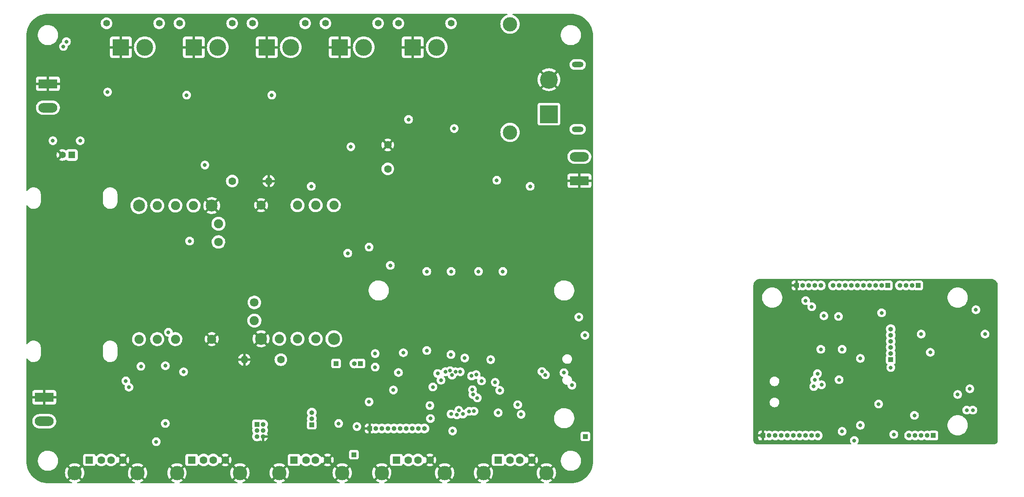
<source format=gbr>
%TF.GenerationSoftware,KiCad,Pcbnew,(6.0.0)*%
%TF.CreationDate,2022-02-25T16:17:33+00:00*%
%TF.ProjectId,ISOpower,49534f70-6f77-4657-922e-6b696361645f,rev?*%
%TF.SameCoordinates,Original*%
%TF.FileFunction,Copper,L4,Bot*%
%TF.FilePolarity,Positive*%
%FSLAX46Y46*%
G04 Gerber Fmt 4.6, Leading zero omitted, Abs format (unit mm)*
G04 Created by KiCad (PCBNEW (6.0.0)) date 2022-02-25 16:17:33*
%MOMM*%
%LPD*%
G01*
G04 APERTURE LIST*
%TA.AperFunction,ComponentPad*%
%ADD10C,3.716000*%
%TD*%
%TA.AperFunction,ComponentPad*%
%ADD11R,3.716000X3.716000*%
%TD*%
%TA.AperFunction,ComponentPad*%
%ADD12O,2.400000X1.200000*%
%TD*%
%TA.AperFunction,ComponentPad*%
%ADD13R,1.600000X1.500000*%
%TD*%
%TA.AperFunction,ComponentPad*%
%ADD14C,1.600000*%
%TD*%
%TA.AperFunction,ComponentPad*%
%ADD15C,3.000000*%
%TD*%
%TA.AperFunction,ComponentPad*%
%ADD16R,1.000000X1.000000*%
%TD*%
%TA.AperFunction,ComponentPad*%
%ADD17O,1.000000X1.000000*%
%TD*%
%TA.AperFunction,ComponentPad*%
%ADD18C,1.400000*%
%TD*%
%TA.AperFunction,ComponentPad*%
%ADD19R,3.500000X3.500000*%
%TD*%
%TA.AperFunction,ComponentPad*%
%ADD20C,3.500000*%
%TD*%
%TA.AperFunction,ComponentPad*%
%ADD21O,1.600000X1.600000*%
%TD*%
%TA.AperFunction,ComponentPad*%
%ADD22R,3.960000X1.980000*%
%TD*%
%TA.AperFunction,ComponentPad*%
%ADD23O,3.960000X1.980000*%
%TD*%
%TA.AperFunction,ComponentPad*%
%ADD24C,1.900000*%
%TD*%
%TA.AperFunction,ComponentPad*%
%ADD25C,1.800000*%
%TD*%
%TA.AperFunction,ComponentPad*%
%ADD26C,2.500000*%
%TD*%
%TA.AperFunction,ComponentPad*%
%ADD27R,1.400000X1.400000*%
%TD*%
%TA.AperFunction,ViaPad*%
%ADD28C,0.800000*%
%TD*%
G04 APERTURE END LIST*
D10*
%TO.P,J1,1,V-*%
%TO.N,GND*%
X167454511Y-54899511D03*
D11*
%TO.P,J1,2,V+*%
%TO.N,/24V_0*%
X167454511Y-62099511D03*
D12*
%TO.P,J1,S1*%
%TO.N,N/C*%
X173454511Y-65249511D03*
%TO.P,J1,S2*%
X173454511Y-51749511D03*
%TD*%
D13*
%TO.P,J12,1,VBUS*%
%TO.N,5V_BUS*%
X135599511Y-134319511D03*
D14*
%TO.P,J12,2,D-*%
%TO.N,unconnected-(J12-Pad2)*%
X138099511Y-134319511D03*
%TO.P,J12,3,D+*%
%TO.N,unconnected-(J12-Pad3)*%
X140099511Y-134319511D03*
%TO.P,J12,4,GND*%
%TO.N,GND*%
X142599511Y-134319511D03*
D15*
%TO.P,J12,5,Shield*%
X145669511Y-137029511D03*
X132529511Y-137029511D03*
%TD*%
D16*
%TO.P,J2,1,Pin_1*%
%TO.N,23*%
X247742500Y-129225000D03*
D17*
%TO.P,J2,2,Pin_2*%
%TO.N,19*%
X246472500Y-129225000D03*
%TO.P,J2,3,Pin_3*%
%TO.N,18*%
X245202500Y-129225000D03*
%TO.P,J2,4,Pin_4*%
%TO.N,5*%
X243932500Y-129225000D03*
%TO.P,J2,5,Pin_5*%
%TO.N,4*%
X242662500Y-129225000D03*
%TD*%
D18*
%TO.P,J15,*%
%TO.N,*%
X90284511Y-43129511D03*
X101284511Y-43129511D03*
D19*
%TO.P,J15,1,V-*%
%TO.N,GND*%
X93284511Y-48129511D03*
D20*
%TO.P,J15,2,V+*%
%TO.N,/Power Outputs/12V_OP_1*%
X98284511Y-48129511D03*
%TD*%
D14*
%TO.P,R7,1*%
%TO.N,Net-(R7-Pad1)*%
X101304511Y-76069511D03*
D21*
%TO.P,R7,2*%
%TO.N,GND*%
X108924511Y-76069511D03*
%TD*%
D16*
%TO.P,J8,1,MISO*%
%TO.N,Net-(J8-Pad1)*%
X106494511Y-126869511D03*
D17*
%TO.P,J8,2,VCC*%
%TO.N,/AtMega328p/MCU_5V_BUS*%
X107764511Y-126869511D03*
%TO.P,J8,3,SCK*%
%TO.N,Net-(J8-Pad3)*%
X106494511Y-128139511D03*
%TO.P,J8,4,MOSI*%
%TO.N,Net-(J8-Pad4)*%
X107764511Y-128139511D03*
%TO.P,J8,5,~{RST}*%
%TO.N,/AtMega328p/USB MCU CH340 Interface A/DTR_A*%
X106494511Y-129409511D03*
%TO.P,J8,6,GND*%
%TO.N,GND*%
X107764511Y-129409511D03*
%TD*%
%TO.P,J25,2,Pin_2*%
%TO.N,/AtMega328p/ADC4*%
X126814511Y-114169511D03*
D16*
%TO.P,J25,1,Pin_1*%
%TO.N,/AtMega328p/ADC5*%
X128084511Y-114169511D03*
%TD*%
D22*
%TO.P,J21,1,Pin_1*%
%TO.N,GND*%
X173804511Y-75989511D03*
D23*
%TO.P,J21,2,Pin_2*%
%TO.N,24V_BUS*%
X173804511Y-70989511D03*
%TD*%
D24*
%TO.P,U5,34,SEQ*%
%TO.N,unconnected-(U5-Pad34)*%
X85624511Y-109089511D03*
%TO.P,U5,33,MS*%
%TO.N,unconnected-(U5-Pad33)*%
X98424511Y-84989511D03*
D25*
%TO.P,U5,32,Sync*%
%TO.N,unconnected-(U5-Pad32)*%
X98424511Y-88789511D03*
D26*
%TO.P,U5,8,Vout(+)*%
%TO.N,/Power Distribution/12V_I_SENSE_IP*%
X81824511Y-81189511D03*
D24*
%TO.P,U5,7,Sense(+)*%
X85624511Y-81189511D03*
%TO.P,U5,6,Trim*%
%TO.N,Net-(R7-Pad1)*%
X89424511Y-81189511D03*
%TO.P,U5,5,PWR_OK*%
%TO.N,unconnected-(U5-Pad5)*%
X93224511Y-81189511D03*
D26*
%TO.P,U5,4,Vout(-)*%
%TO.N,GND*%
X97024511Y-81189511D03*
D24*
%TO.P,U5,3,Vin(-)*%
X97024511Y-109089511D03*
%TO.P,U5,2,On/Off*%
%TO.N,Net-(JP3-Pad2)*%
X89424511Y-109089511D03*
%TO.P,U5,1,Vin(+)*%
%TO.N,24V_BUS*%
X81824511Y-109089511D03*
%TD*%
D18*
%TO.P,J14,*%
%TO.N,*%
X75044511Y-43129511D03*
X86044511Y-43129511D03*
D19*
%TO.P,J14,1,V-*%
%TO.N,GND*%
X78044511Y-48129511D03*
D20*
%TO.P,J14,2,V+*%
%TO.N,/Power Outputs/12V_OP_0*%
X83044511Y-48129511D03*
%TD*%
D18*
%TO.P,J18,*%
%TO.N,*%
X147004511Y-43129511D03*
X136004511Y-43129511D03*
D19*
%TO.P,J18,1,V-*%
%TO.N,GND*%
X139004511Y-48129511D03*
D20*
%TO.P,J18,2,V+*%
%TO.N,/Power Outputs/12V_OP_4*%
X144004511Y-48129511D03*
%TD*%
D16*
%TO.P,J24,1,Pin_1*%
%TO.N,/AtMega328p/CH_C*%
X123004511Y-114169511D03*
%TD*%
D22*
%TO.P,J22,1,Pin_1*%
%TO.N,GND*%
X62804511Y-55749511D03*
D23*
%TO.P,J22,2,Pin_2*%
%TO.N,12V_BUS*%
X62804511Y-60749511D03*
%TD*%
D16*
%TO.P,J7,1,Pin_1*%
%TO.N,/ESP32_Daughterboard/GND*%
X219147500Y-97877500D03*
D17*
%TO.P,J7,2,Pin_2*%
%TO.N,/ESP32_Daughterboard/3V3_BUS*%
X220417500Y-97877500D03*
%TO.P,J7,3,Pin_3*%
%TO.N,/ESP32_Daughterboard/MCU_5V_BUS*%
X221687500Y-97877500D03*
%TO.P,J7,4,Pin_4*%
%TO.N,SCL*%
X222957500Y-97877500D03*
%TO.P,J7,5,Pin_5*%
%TO.N,SDA*%
X224227500Y-97877500D03*
%TD*%
D13*
%TO.P,J13,1,VBUS*%
%TO.N,5V_BUS*%
X156849506Y-134319511D03*
D14*
%TO.P,J13,2,D-*%
%TO.N,unconnected-(J13-Pad2)*%
X159349506Y-134319511D03*
%TO.P,J13,3,D+*%
%TO.N,unconnected-(J13-Pad3)*%
X161349506Y-134319511D03*
%TO.P,J13,4,GND*%
%TO.N,GND*%
X163849506Y-134319511D03*
D15*
%TO.P,J13,5,Shield*%
X153779506Y-137029511D03*
X166919506Y-137029511D03*
%TD*%
D24*
%TO.P,U4,1,Vin(+)*%
%TO.N,24V_BUS*%
X122524511Y-81119511D03*
%TO.P,U4,2,On/Off*%
%TO.N,Net-(JP2-Pad2)*%
X114924511Y-81119511D03*
%TO.P,U4,3,Vin(-)*%
%TO.N,GND*%
X107324511Y-81119511D03*
D26*
%TO.P,U4,4,Vout(-)*%
X107324511Y-109019511D03*
D24*
%TO.P,U4,5,PWR_OK*%
%TO.N,unconnected-(U4-Pad5)*%
X111124511Y-109019511D03*
%TO.P,U4,6,Trim*%
%TO.N,Net-(R6-Pad1)*%
X114924511Y-109019511D03*
%TO.P,U4,7,Sense(+)*%
%TO.N,/Power Distribution/5V_I_SENSE_IP*%
X118724511Y-109019511D03*
D26*
%TO.P,U4,8,Vout(+)*%
X122524511Y-109019511D03*
D25*
%TO.P,U4,32,Sync*%
%TO.N,unconnected-(U4-Pad32)*%
X105924511Y-101419511D03*
D24*
%TO.P,U4,33,MS*%
%TO.N,unconnected-(U4-Pad33)*%
X105924511Y-105219511D03*
%TO.P,U4,34,SEQ*%
%TO.N,unconnected-(U4-Pad34)*%
X118724511Y-81119511D03*
%TD*%
D16*
%TO.P,J3,1,Pin_1*%
%TO.N,Net-(J3-Pad1)*%
X244557500Y-97877500D03*
D17*
%TO.P,J3,2,Pin_2*%
%TO.N,Net-(J3-Pad2)*%
X243287500Y-97877500D03*
%TO.P,J3,3,Pin_3*%
%TO.N,Net-(J3-Pad3)*%
X242017500Y-97877500D03*
%TO.P,J3,4,Pin_4*%
%TO.N,Net-(J3-Pad4)*%
X240747500Y-97877500D03*
%TD*%
D14*
%TO.P,C19,1*%
%TO.N,24V_BUS*%
X133799511Y-73529511D03*
%TO.P,C19,2*%
%TO.N,GND*%
X133799511Y-68529511D03*
%TD*%
D27*
%TO.P,M1,1,+*%
%TO.N,12V_BUS*%
X67809511Y-70629511D03*
D18*
%TO.P,M1,2,-*%
%TO.N,GND*%
X65809511Y-70629511D03*
%TD*%
D13*
%TO.P,J10,1,VBUS*%
%TO.N,5V_BUS*%
X92834511Y-134319511D03*
D14*
%TO.P,J10,2,D-*%
%TO.N,unconnected-(J10-Pad2)*%
X95334511Y-134319511D03*
%TO.P,J10,3,D+*%
%TO.N,unconnected-(J10-Pad3)*%
X97334511Y-134319511D03*
%TO.P,J10,4,GND*%
%TO.N,GND*%
X99834511Y-134319511D03*
D15*
%TO.P,J10,5,Shield*%
X102904511Y-137029511D03*
X89764511Y-137029511D03*
%TD*%
D16*
%TO.P,J6,1,Pin_1*%
%TO.N,/USB_PBUS*%
X117924511Y-126954511D03*
D17*
%TO.P,J6,2,Pin_2*%
%TO.N,/AtMega328p/MCU_5V_BUS*%
X117924511Y-125684511D03*
%TO.P,J6,3,Pin_3*%
%TO.N,MCU_5V*%
X117924511Y-124414511D03*
%TD*%
D14*
%TO.P,R6,1*%
%TO.N,Net-(R6-Pad1)*%
X111464511Y-113369511D03*
D21*
%TO.P,R6,2*%
%TO.N,GND*%
X103844511Y-113369511D03*
%TD*%
D16*
%TO.P,J26,1,Pin_1*%
%TO.N,/USB_PBUS*%
X175074511Y-129409511D03*
%TD*%
D18*
%TO.P,J17,*%
%TO.N,*%
X120764511Y-43129511D03*
X131764511Y-43129511D03*
D19*
%TO.P,J17,1,V-*%
%TO.N,GND*%
X123764511Y-48129511D03*
D20*
%TO.P,J17,2,V+*%
%TO.N,/Power Outputs/12V_OP_3*%
X128764511Y-48129511D03*
%TD*%
D18*
%TO.P,J16,*%
%TO.N,*%
X116524511Y-43129511D03*
X105524511Y-43129511D03*
D19*
%TO.P,J16,1,V-*%
%TO.N,GND*%
X108524511Y-48129511D03*
D20*
%TO.P,J16,2,V+*%
%TO.N,/Power Outputs/12V_OP_2*%
X113524511Y-48129511D03*
%TD*%
D13*
%TO.P,J9,1,VBUS*%
%TO.N,5V_BUS*%
X71464511Y-134319511D03*
D14*
%TO.P,J9,2,D-*%
%TO.N,unconnected-(J9-Pad2)*%
X73964511Y-134319511D03*
%TO.P,J9,3,D+*%
%TO.N,unconnected-(J9-Pad3)*%
X75964511Y-134319511D03*
%TO.P,J9,4,GND*%
%TO.N,GND*%
X78464511Y-134319511D03*
D15*
%TO.P,J9,5,Shield*%
X68394511Y-137029511D03*
X81534511Y-137029511D03*
%TD*%
D16*
%TO.P,J30,1,Pin_1*%
%TO.N,/3V3_BUS*%
X126704511Y-133219511D03*
%TD*%
%TO.P,J29,1,Pin_1*%
%TO.N,GND*%
X130004511Y-127747783D03*
D17*
%TO.P,J29,2,Pin_2*%
%TO.N,/3V3_BUS*%
X131274511Y-127747783D03*
%TO.P,J29,3,Pin_3*%
%TO.N,/AtMega328p/MCU_5V_BUS*%
X132544511Y-127747783D03*
%TO.P,J29,4,Pin_4*%
%TO.N,/USB_PBUS*%
X133814511Y-127747783D03*
%TO.P,J29,5,Pin_5*%
%TO.N,unconnected-(J29-Pad5)*%
X135084511Y-127747783D03*
%TO.P,J29,6,Pin_6*%
%TO.N,unconnected-(J29-Pad6)*%
X136354511Y-127747783D03*
%TO.P,J29,7,Pin_7*%
%TO.N,unconnected-(J29-Pad7)*%
X137624511Y-127747783D03*
%TO.P,J29,8,Pin_8*%
%TO.N,unconnected-(J29-Pad8)*%
X138894511Y-127747783D03*
%TO.P,J29,9,Pin_9*%
%TO.N,/AtMega328p/SSERIAL_TX*%
X140164511Y-127747783D03*
%TO.P,J29,10,Pin_10*%
%TO.N,/AtMega328p/SSERIAL_RX*%
X141434511Y-127747783D03*
%TD*%
D16*
%TO.P,J5,1,Pin_1*%
%TO.N,Net-(J5-Pad1)*%
X238207500Y-97877500D03*
D17*
%TO.P,J5,2,Pin_2*%
%TO.N,Net-(J5-Pad2)*%
X236937500Y-97877500D03*
%TO.P,J5,3,Pin_3*%
%TO.N,Net-(J5-Pad3)*%
X235667500Y-97877500D03*
%TO.P,J5,4,Pin_4*%
%TO.N,Net-(J5-Pad4)*%
X234397500Y-97877500D03*
%TO.P,J5,5,Pin_5*%
%TO.N,Net-(J5-Pad5)*%
X233127500Y-97877500D03*
%TO.P,J5,6,Pin_6*%
%TO.N,Net-(J5-Pad6)*%
X231857500Y-97877500D03*
%TO.P,J5,7,Pin_7*%
%TO.N,Net-(J5-Pad7)*%
X230587500Y-97877500D03*
%TO.P,J5,8,Pin_8*%
%TO.N,Net-(J5-Pad8)*%
X229317500Y-97877500D03*
%TO.P,J5,9,Pin_9*%
%TO.N,Net-(J5-Pad9)*%
X228047500Y-97877500D03*
%TO.P,J5,10,Pin_10*%
%TO.N,Net-(D9-Pad2)*%
X226777500Y-97877500D03*
%TD*%
D15*
%TO.P,F1,1*%
%TO.N,/24V_0*%
X159324511Y-43309511D03*
%TO.P,F1,2*%
%TO.N,/24V_1*%
X159324511Y-65909511D03*
%TD*%
D16*
%TO.P,J4,1,Pin_1*%
%TO.N,Net-(J4-Pad1)*%
X238842500Y-113350000D03*
D17*
%TO.P,J4,2,Pin_2*%
%TO.N,Net-(J4-Pad2)*%
X238842500Y-112080000D03*
%TO.P,J4,3,Pin_3*%
%TO.N,Net-(J4-Pad3)*%
X238842500Y-110810000D03*
%TO.P,J4,4,Pin_4*%
%TO.N,Net-(J4-Pad4)*%
X238842500Y-109540000D03*
%TO.P,J4,5,Pin_5*%
%TO.N,Net-(J4-Pad5)*%
X238842500Y-108270000D03*
%TO.P,J4,6,Pin_6*%
%TO.N,Net-(J4-Pad6)*%
X238842500Y-107000000D03*
%TD*%
D22*
%TO.P,J23,1,Pin_1*%
%TO.N,GND*%
X62044511Y-121234511D03*
D23*
%TO.P,J23,2,Pin_2*%
%TO.N,5V_BUS*%
X62044511Y-126234511D03*
%TD*%
D13*
%TO.P,J11,1,VBUS*%
%TO.N,5V_BUS*%
X114204511Y-134319511D03*
D14*
%TO.P,J11,2,D-*%
%TO.N,unconnected-(J11-Pad2)*%
X116704511Y-134319511D03*
%TO.P,J11,3,D+*%
%TO.N,unconnected-(J11-Pad3)*%
X118704511Y-134319511D03*
%TO.P,J11,4,GND*%
%TO.N,GND*%
X121204511Y-134319511D03*
D15*
%TO.P,J11,5,Shield*%
X111134511Y-137029511D03*
X124274511Y-137029511D03*
%TD*%
D16*
%TO.P,J19,1,Pin_1*%
%TO.N,/ESP32_Daughterboard/GND*%
X212172500Y-129225000D03*
D17*
%TO.P,J19,2,Pin_2*%
%TO.N,/ESP32_Daughterboard/3V3_BUS*%
X213442500Y-129225000D03*
%TO.P,J19,3,Pin_3*%
%TO.N,/ESP32_Daughterboard/MCU_5V_BUS*%
X214712500Y-129225000D03*
%TO.P,J19,4,Pin_4*%
%TO.N,/ESP32_Daughterboard/USB_PBUS*%
X215982500Y-129225000D03*
%TO.P,J19,5,Pin_5*%
%TO.N,unconnected-(J19-Pad5)*%
X217252500Y-129225000D03*
%TO.P,J19,6,Pin_6*%
%TO.N,unconnected-(J19-Pad6)*%
X218522500Y-129225000D03*
%TO.P,J19,7,Pin_7*%
%TO.N,unconnected-(J19-Pad7)*%
X219792500Y-129225000D03*
%TO.P,J19,8,Pin_8*%
%TO.N,unconnected-(J19-Pad8)*%
X221062500Y-129225000D03*
%TO.P,J19,9,Pin_9*%
%TO.N,/ESP32_Daughterboard/SSERIAL_TX*%
X222332500Y-129225000D03*
%TO.P,J19,10,Pin_10*%
%TO.N,/ESP32_Daughterboard/SSERIAL_RX*%
X223602500Y-129225000D03*
%TD*%
D28*
%TO.N,GND*%
X116205000Y-78740000D03*
X141900489Y-114639511D03*
X142240000Y-120650000D03*
X151765000Y-113030000D03*
%TO.N,Net-(D4-Pad2)*%
X156845000Y-124460000D03*
X147320000Y-128270000D03*
%TO.N,GND*%
X151130000Y-127570500D03*
X154940000Y-120015000D03*
X157480000Y-116840000D03*
X132715000Y-123190000D03*
X164115268Y-112109732D03*
X156845000Y-107315000D03*
X151130000Y-107315000D03*
X140970000Y-107950000D03*
X136128550Y-108548340D03*
X156845000Y-127635000D03*
X161925000Y-100330000D03*
X156845000Y-100330000D03*
X151130000Y-100330000D03*
X146050000Y-100330000D03*
X141605000Y-100330000D03*
X88714511Y-117660489D03*
X120015000Y-115570000D03*
X102235000Y-127000000D03*
X96520000Y-125095000D03*
X92710000Y-126365000D03*
X82550000Y-111760000D03*
X69215000Y-120650000D03*
X76969511Y-129404511D03*
X153670000Y-44450000D03*
X99060000Y-71755000D03*
X107315000Y-68580000D03*
X74295000Y-68580000D03*
%TO.N,Net-(C18-Pad1)*%
X69554511Y-67649511D03*
X63839511Y-67649511D03*
%TO.N,/ESP32_Daughterboard/USB ESP32 CH340 Interface /ESP_EN*%
X236937500Y-103592500D03*
X256622500Y-102957500D03*
%TO.N,MCU_5V*%
X125434511Y-91144511D03*
X87969511Y-107654511D03*
X131149511Y-114935000D03*
%TO.N,Net-(D1-Pad2)*%
X156549511Y-75904511D03*
X163534511Y-77174511D03*
%TO.N,Net-(D4-Pad2)*%
X170586217Y-116099521D03*
X161629511Y-124799511D03*
X166709511Y-116544511D03*
X174964511Y-108289511D03*
%TO.N,Net-(D4-Pad3)*%
X160930011Y-122794531D03*
X166002756Y-115837756D03*
X173694511Y-104479511D03*
%TO.N,Net-(D6-Pad2)*%
X79079511Y-117814511D03*
X66675000Y-46961289D03*
%TO.N,Net-(D8-Pad2)*%
X82232476Y-114779011D03*
X66040000Y-47960792D03*
%TO.N,4*%
X243790979Y-125011511D03*
%TO.N,Net-(J5-Pad8)*%
X245192500Y-108037500D03*
%TO.N,Net-(J5-Pad9)*%
X247097500Y-111847500D03*
%TO.N,SCL*%
X255352500Y-119467500D03*
X221062500Y-101052500D03*
%TO.N,SDA*%
X224872500Y-104227500D03*
X252812500Y-120652998D03*
%TO.N,Net-(J8-Pad1)*%
X150773492Y-124165021D03*
%TO.N,Net-(J8-Pad3)*%
X151772730Y-124142049D03*
%TO.N,Net-(J8-Pad4)*%
X149468877Y-124741579D03*
%TO.N,/5V_BUS_MONITOR*%
X79731429Y-119112465D03*
X85429511Y-130514511D03*
X142579511Y-122959011D03*
X136020139Y-116054383D03*
X87334511Y-126704511D03*
%TO.N,/12V_BUS_MONITOR*%
X95589511Y-72729511D03*
X87334511Y-114639511D03*
X134959511Y-119719511D03*
%TO.N,/BUS_B_DISABLE*%
X117814511Y-77174511D03*
X131149511Y-112099511D03*
%TO.N,/BUS_A_DISABLE*%
X91144511Y-115909511D03*
X144909000Y-117660880D03*
%TO.N,/Power Outputs/5v to 12v logic conversion_v2/0_OUT*%
X75269511Y-57489511D03*
X134324511Y-93684511D03*
%TO.N,/Power Outputs/5v to 12v logic conversion_v2/1_OUT*%
X141944511Y-94954511D03*
X91779511Y-58124511D03*
%TO.N,/Power Outputs/5v to 12v logic conversion_v2/2_OUT*%
X109559511Y-58124511D03*
X147024511Y-94954511D03*
%TO.N,/Power Outputs/5v to 12v logic conversion_v2/3_OUT*%
X138134511Y-63204511D03*
X152739511Y-94954511D03*
%TO.N,/Power Outputs/5v to 12v logic conversion_v2/4_OUT*%
X147659511Y-65109511D03*
X157819511Y-94954511D03*
%TO.N,Net-(Q19-Pad2)*%
X224382372Y-118623128D03*
X228682500Y-111212500D03*
%TO.N,/ESP32_Daughterboard/GND*%
X239842500Y-126722500D03*
X229317500Y-101687500D03*
X226141882Y-128357269D03*
X256892500Y-112752500D03*
X213437500Y-124552500D03*
X215990000Y-109935000D03*
X241382500Y-103592500D03*
X228997500Y-122090000D03*
X223602500Y-103592500D03*
X221062500Y-114387500D03*
X217252500Y-126452500D03*
X218522500Y-115022500D03*
X239449083Y-117819349D03*
%TO.N,Net-(Q20-Pad2)*%
X232492500Y-113117500D03*
X228047500Y-117562500D03*
%TO.N,/ESP32_Daughterboard/MCU_5V_BUS*%
X222332500Y-102322500D03*
X223538000Y-116292500D03*
X224237500Y-111212500D03*
%TO.N,/ESP32_Daughterboard/3V3_BUS*%
X236302500Y-122642500D03*
X228682500Y-128357500D03*
X258527500Y-108037500D03*
%TO.N,/AtMega328p/MCU_5V_BUS*%
X149860000Y-113030000D03*
X155279511Y-113369511D03*
X144209500Y-116261880D03*
X152490011Y-121379692D03*
X143214511Y-119084511D03*
X142703883Y-125664383D03*
%TO.N,/BUS_I_SENSE_A*%
X151469511Y-119655011D03*
X92414511Y-88604511D03*
%TO.N,/BUS_I_SENSE_B*%
X151598314Y-120680192D03*
X129879511Y-122195011D03*
%TO.N,/AtMega328p/USB MCU CH340 Interface A/DTR_A*%
X147214648Y-116607555D03*
X127339511Y-127339511D03*
X153374511Y-117814511D03*
%TO.N,/USB_PBUS*%
X123529511Y-126704511D03*
X172251616Y-118712935D03*
%TO.N,/ESP32_Daughterboard/SSERIAL_RX*%
X232492500Y-127087500D03*
%TO.N,/AtMega328p/ADC5*%
X147930008Y-115909511D03*
%TO.N,/AtMega328p/ADC4*%
X148929511Y-115909511D03*
%TO.N,Net-(D9-Pad2)*%
X227921739Y-104353261D03*
X238842500Y-115022500D03*
%TO.N,/AtMega328p/SSERIAL_TX*%
X146999842Y-124735445D03*
%TO.N,/AtMega328p/SSERIAL_RX*%
X148209834Y-124909082D03*
%TO.N,/AtMega328p/CH_F*%
X137041633Y-111922389D03*
X148609011Y-123959149D03*
%TO.N,/AtMega328p/CH_G*%
X141944511Y-111464511D03*
X152256854Y-116510188D03*
%TO.N,/AtMega328p/CH_H*%
X151292014Y-116781232D03*
X146975106Y-112310607D03*
%TO.N,/ESP32_Daughterboard/Logic Level Conversion/1A*%
X231222500Y-130262500D03*
X239477500Y-128992500D03*
%TO.N,/ESP32_Daughterboard/USB ESP32 CH340 Interface /TxD_B*%
X222967500Y-117562500D03*
X254717500Y-123912500D03*
%TO.N,/ESP32_Daughterboard/USB ESP32 CH340 Interface /RxD_B*%
X222758128Y-118977372D03*
X255987500Y-123912500D03*
%TO.N,/AtMega328p/USB MCU CH340 Interface A/RxD_A*%
X146798874Y-115687090D03*
X157184511Y-119784011D03*
%TO.N,/AtMega328p/USB MCU CH340 Interface A/TxD_A*%
X156210000Y-118110000D03*
X145823393Y-115904904D03*
%TO.N,HV*%
X126069511Y-68919511D03*
X129879511Y-89874511D03*
%TD*%
%TA.AperFunction,Conductor*%
%TO.N,/ESP32_Daughterboard/GND*%
G36*
X259765495Y-96495636D02*
G01*
X259791230Y-96499643D01*
X259798227Y-96498728D01*
X259798229Y-96498728D01*
X259808069Y-96497441D01*
X259828674Y-96496910D01*
X260008271Y-96511045D01*
X260023614Y-96513475D01*
X260122617Y-96537243D01*
X260221626Y-96561013D01*
X260236392Y-96565812D01*
X260341328Y-96609278D01*
X260424529Y-96643741D01*
X260438370Y-96650794D01*
X260611992Y-96757190D01*
X260624560Y-96766321D01*
X260779403Y-96898569D01*
X260790388Y-96909554D01*
X260922636Y-97064397D01*
X260931767Y-97076965D01*
X261038163Y-97250587D01*
X261045216Y-97264428D01*
X261123144Y-97452561D01*
X261127944Y-97467331D01*
X261134817Y-97495962D01*
X261175482Y-97665343D01*
X261177912Y-97680687D01*
X261191522Y-97853620D01*
X261190649Y-97876612D01*
X261189314Y-97885187D01*
X261190229Y-97892184D01*
X261190229Y-97892185D01*
X261193664Y-97918452D01*
X261194500Y-97931289D01*
X261194500Y-130229221D01*
X261193321Y-130244452D01*
X261189314Y-130270187D01*
X261190229Y-130277185D01*
X261190229Y-130277186D01*
X261191153Y-130284251D01*
X261191512Y-130306790D01*
X261180814Y-130415411D01*
X261177028Y-130434446D01*
X261139326Y-130558732D01*
X261131899Y-130576662D01*
X261070677Y-130691201D01*
X261059896Y-130707337D01*
X260977499Y-130807739D01*
X260963782Y-130821456D01*
X260886217Y-130885111D01*
X260863380Y-130903853D01*
X260847244Y-130914634D01*
X260732705Y-130975856D01*
X260714775Y-130983283D01*
X260652632Y-131002134D01*
X260590487Y-131020985D01*
X260571455Y-131024771D01*
X260551364Y-131026750D01*
X260469255Y-131034836D01*
X260452795Y-131034374D01*
X260452794Y-131034442D01*
X260445740Y-131034356D01*
X260438770Y-131033271D01*
X260413458Y-131036581D01*
X260405505Y-131037621D01*
X260392668Y-131038457D01*
X231968689Y-131038457D01*
X231910498Y-131019550D01*
X231874534Y-130970050D01*
X231874534Y-130908864D01*
X231895118Y-130873213D01*
X231947288Y-130815273D01*
X231961540Y-130799444D01*
X232014718Y-130707337D01*
X232054433Y-130638550D01*
X232054435Y-130638545D01*
X232057027Y-130634056D01*
X232078470Y-130568062D01*
X232114440Y-130457360D01*
X232114441Y-130457355D01*
X232116042Y-130452428D01*
X232136004Y-130262500D01*
X232116042Y-130072572D01*
X232114441Y-130067645D01*
X232114440Y-130067640D01*
X232058629Y-129895875D01*
X232057027Y-129890944D01*
X232054435Y-129886455D01*
X232054433Y-129886450D01*
X231964135Y-129730051D01*
X231961540Y-129725556D01*
X231909278Y-129667513D01*
X231837223Y-129587487D01*
X231837219Y-129587483D01*
X231833753Y-129583634D01*
X231679252Y-129471382D01*
X231536745Y-129407934D01*
X231509526Y-129395815D01*
X231509522Y-129395814D01*
X231504788Y-129393706D01*
X231499718Y-129392628D01*
X231499717Y-129392628D01*
X231464583Y-129385160D01*
X231317987Y-129354000D01*
X231127013Y-129354000D01*
X230980417Y-129385160D01*
X230945283Y-129392628D01*
X230945282Y-129392628D01*
X230940212Y-129393706D01*
X230935478Y-129395814D01*
X230935474Y-129395815D01*
X230908255Y-129407934D01*
X230765748Y-129471382D01*
X230611247Y-129583634D01*
X230607781Y-129587483D01*
X230607777Y-129587487D01*
X230535722Y-129667513D01*
X230483460Y-129725556D01*
X230480865Y-129730051D01*
X230390567Y-129886450D01*
X230390565Y-129886455D01*
X230387973Y-129890944D01*
X230386371Y-129895875D01*
X230330560Y-130067640D01*
X230330559Y-130067645D01*
X230328958Y-130072572D01*
X230308996Y-130262500D01*
X230328958Y-130452428D01*
X230330559Y-130457355D01*
X230330560Y-130457360D01*
X230366530Y-130568062D01*
X230387973Y-130634056D01*
X230390565Y-130638545D01*
X230390567Y-130638550D01*
X230430282Y-130707337D01*
X230483460Y-130799444D01*
X230497713Y-130815273D01*
X230549882Y-130873213D01*
X230574769Y-130929109D01*
X230562048Y-130988957D01*
X230516578Y-131029898D01*
X230476311Y-131038457D01*
X210949736Y-131038457D01*
X210934505Y-131037278D01*
X210926740Y-131036069D01*
X210908770Y-131033271D01*
X210901772Y-131034186D01*
X210901771Y-131034186D01*
X210894706Y-131035110D01*
X210872167Y-131035469D01*
X210820072Y-131030338D01*
X210763545Y-131024771D01*
X210744513Y-131020985D01*
X210682368Y-131002134D01*
X210620225Y-130983283D01*
X210602295Y-130975856D01*
X210487756Y-130914634D01*
X210471620Y-130903853D01*
X210448783Y-130885111D01*
X210371218Y-130821456D01*
X210357501Y-130807739D01*
X210275104Y-130707337D01*
X210264323Y-130691201D01*
X210203101Y-130576662D01*
X210195674Y-130558732D01*
X210157972Y-130434446D01*
X210154186Y-130415411D01*
X210144121Y-130313212D01*
X210144583Y-130296752D01*
X210144515Y-130296751D01*
X210144601Y-130289697D01*
X210145686Y-130282727D01*
X210141336Y-130249462D01*
X210140500Y-130236625D01*
X210140500Y-129770411D01*
X211164501Y-129770411D01*
X211164790Y-129775751D01*
X211170578Y-129829035D01*
X211173427Y-129841020D01*
X211219851Y-129964855D01*
X211226559Y-129977108D01*
X211305363Y-130082256D01*
X211315244Y-130092137D01*
X211420392Y-130170941D01*
X211432645Y-130177649D01*
X211556478Y-130224072D01*
X211568467Y-130226923D01*
X211621752Y-130232711D01*
X211627086Y-130233000D01*
X211902820Y-130233000D01*
X211915505Y-130228878D01*
X211918500Y-130224757D01*
X211918500Y-130217319D01*
X212426500Y-130217319D01*
X212430622Y-130230004D01*
X212434743Y-130232999D01*
X212717911Y-130232999D01*
X212723251Y-130232710D01*
X212776535Y-130226922D01*
X212788520Y-130224073D01*
X212912357Y-130177648D01*
X212924606Y-130170942D01*
X212934800Y-130163302D01*
X212992704Y-130143534D01*
X213033385Y-130151719D01*
X213036794Y-130153624D01*
X213079861Y-130167617D01*
X213220292Y-130213246D01*
X213220298Y-130213247D01*
X213224892Y-130214740D01*
X213229688Y-130215312D01*
X213229693Y-130215313D01*
X213327051Y-130226922D01*
X213421277Y-130238158D01*
X213426099Y-130237787D01*
X213426102Y-130237787D01*
X213613643Y-130223356D01*
X213613647Y-130223355D01*
X213618472Y-130222984D01*
X213623132Y-130221683D01*
X213623137Y-130221682D01*
X213725969Y-130192970D01*
X213808963Y-130169798D01*
X213813276Y-130167619D01*
X213813282Y-130167617D01*
X213981178Y-130082806D01*
X213985496Y-130080625D01*
X213995804Y-130072572D01*
X214014264Y-130058149D01*
X214071759Y-130037222D01*
X214131362Y-130054763D01*
X214134150Y-130057136D01*
X214306794Y-130153624D01*
X214349861Y-130167617D01*
X214490292Y-130213246D01*
X214490298Y-130213247D01*
X214494892Y-130214740D01*
X214499688Y-130215312D01*
X214499693Y-130215313D01*
X214597051Y-130226922D01*
X214691277Y-130238158D01*
X214696099Y-130237787D01*
X214696102Y-130237787D01*
X214883643Y-130223356D01*
X214883647Y-130223355D01*
X214888472Y-130222984D01*
X214893132Y-130221683D01*
X214893137Y-130221682D01*
X214995969Y-130192970D01*
X215078963Y-130169798D01*
X215083276Y-130167619D01*
X215083282Y-130167617D01*
X215251178Y-130082806D01*
X215255496Y-130080625D01*
X215265804Y-130072572D01*
X215284264Y-130058149D01*
X215341759Y-130037222D01*
X215401362Y-130054763D01*
X215404150Y-130057136D01*
X215576794Y-130153624D01*
X215619861Y-130167617D01*
X215760292Y-130213246D01*
X215760298Y-130213247D01*
X215764892Y-130214740D01*
X215769688Y-130215312D01*
X215769693Y-130215313D01*
X215867051Y-130226922D01*
X215961277Y-130238158D01*
X215966099Y-130237787D01*
X215966102Y-130237787D01*
X216153643Y-130223356D01*
X216153647Y-130223355D01*
X216158472Y-130222984D01*
X216163132Y-130221683D01*
X216163137Y-130221682D01*
X216265969Y-130192970D01*
X216348963Y-130169798D01*
X216353276Y-130167619D01*
X216353282Y-130167617D01*
X216521178Y-130082806D01*
X216525496Y-130080625D01*
X216535804Y-130072572D01*
X216554264Y-130058149D01*
X216611759Y-130037222D01*
X216671362Y-130054763D01*
X216674150Y-130057136D01*
X216846794Y-130153624D01*
X216889861Y-130167617D01*
X217030292Y-130213246D01*
X217030298Y-130213247D01*
X217034892Y-130214740D01*
X217039688Y-130215312D01*
X217039693Y-130215313D01*
X217137051Y-130226922D01*
X217231277Y-130238158D01*
X217236099Y-130237787D01*
X217236102Y-130237787D01*
X217423643Y-130223356D01*
X217423647Y-130223355D01*
X217428472Y-130222984D01*
X217433132Y-130221683D01*
X217433137Y-130221682D01*
X217535969Y-130192970D01*
X217618963Y-130169798D01*
X217623276Y-130167619D01*
X217623282Y-130167617D01*
X217791178Y-130082806D01*
X217795496Y-130080625D01*
X217805804Y-130072572D01*
X217824264Y-130058149D01*
X217881759Y-130037222D01*
X217941362Y-130054763D01*
X217944150Y-130057136D01*
X218116794Y-130153624D01*
X218159861Y-130167617D01*
X218300292Y-130213246D01*
X218300298Y-130213247D01*
X218304892Y-130214740D01*
X218309688Y-130215312D01*
X218309693Y-130215313D01*
X218407051Y-130226922D01*
X218501277Y-130238158D01*
X218506099Y-130237787D01*
X218506102Y-130237787D01*
X218693643Y-130223356D01*
X218693647Y-130223355D01*
X218698472Y-130222984D01*
X218703132Y-130221683D01*
X218703137Y-130221682D01*
X218805969Y-130192970D01*
X218888963Y-130169798D01*
X218893276Y-130167619D01*
X218893282Y-130167617D01*
X219061178Y-130082806D01*
X219065496Y-130080625D01*
X219075804Y-130072572D01*
X219094264Y-130058149D01*
X219151759Y-130037222D01*
X219211362Y-130054763D01*
X219214150Y-130057136D01*
X219386794Y-130153624D01*
X219429861Y-130167617D01*
X219570292Y-130213246D01*
X219570298Y-130213247D01*
X219574892Y-130214740D01*
X219579688Y-130215312D01*
X219579693Y-130215313D01*
X219677051Y-130226922D01*
X219771277Y-130238158D01*
X219776099Y-130237787D01*
X219776102Y-130237787D01*
X219963643Y-130223356D01*
X219963647Y-130223355D01*
X219968472Y-130222984D01*
X219973132Y-130221683D01*
X219973137Y-130221682D01*
X220075969Y-130192970D01*
X220158963Y-130169798D01*
X220163276Y-130167619D01*
X220163282Y-130167617D01*
X220331178Y-130082806D01*
X220335496Y-130080625D01*
X220345804Y-130072572D01*
X220364264Y-130058149D01*
X220421759Y-130037222D01*
X220481362Y-130054763D01*
X220484150Y-130057136D01*
X220656794Y-130153624D01*
X220699861Y-130167617D01*
X220840292Y-130213246D01*
X220840298Y-130213247D01*
X220844892Y-130214740D01*
X220849688Y-130215312D01*
X220849693Y-130215313D01*
X220947051Y-130226922D01*
X221041277Y-130238158D01*
X221046099Y-130237787D01*
X221046102Y-130237787D01*
X221233643Y-130223356D01*
X221233647Y-130223355D01*
X221238472Y-130222984D01*
X221243132Y-130221683D01*
X221243137Y-130221682D01*
X221345969Y-130192970D01*
X221428963Y-130169798D01*
X221433276Y-130167619D01*
X221433282Y-130167617D01*
X221601178Y-130082806D01*
X221605496Y-130080625D01*
X221615804Y-130072572D01*
X221634264Y-130058149D01*
X221691759Y-130037222D01*
X221751362Y-130054763D01*
X221754150Y-130057136D01*
X221926794Y-130153624D01*
X221969861Y-130167617D01*
X222110292Y-130213246D01*
X222110298Y-130213247D01*
X222114892Y-130214740D01*
X222119688Y-130215312D01*
X222119693Y-130215313D01*
X222217051Y-130226922D01*
X222311277Y-130238158D01*
X222316099Y-130237787D01*
X222316102Y-130237787D01*
X222503643Y-130223356D01*
X222503647Y-130223355D01*
X222508472Y-130222984D01*
X222513132Y-130221683D01*
X222513137Y-130221682D01*
X222615969Y-130192970D01*
X222698963Y-130169798D01*
X222703276Y-130167619D01*
X222703282Y-130167617D01*
X222871178Y-130082806D01*
X222875496Y-130080625D01*
X222885804Y-130072572D01*
X222904264Y-130058149D01*
X222961759Y-130037222D01*
X223021362Y-130054763D01*
X223024150Y-130057136D01*
X223196794Y-130153624D01*
X223239861Y-130167617D01*
X223380292Y-130213246D01*
X223380298Y-130213247D01*
X223384892Y-130214740D01*
X223389688Y-130215312D01*
X223389693Y-130215313D01*
X223487051Y-130226922D01*
X223581277Y-130238158D01*
X223586099Y-130237787D01*
X223586102Y-130237787D01*
X223773643Y-130223356D01*
X223773647Y-130223355D01*
X223778472Y-130222984D01*
X223783132Y-130221683D01*
X223783137Y-130221682D01*
X223885969Y-130192970D01*
X223968963Y-130169798D01*
X223973276Y-130167619D01*
X223973282Y-130167617D01*
X224141178Y-130082806D01*
X224145496Y-130080625D01*
X224149313Y-130077643D01*
X224297532Y-129961842D01*
X224297534Y-129961840D01*
X224301347Y-129958861D01*
X224430578Y-129809145D01*
X224443883Y-129785725D01*
X224525881Y-129641383D01*
X224525882Y-129641381D01*
X224528269Y-129637179D01*
X224590697Y-129449513D01*
X224596559Y-129403115D01*
X224615137Y-129256048D01*
X224615485Y-129253295D01*
X224615880Y-129225000D01*
X224614966Y-129215671D01*
X224605178Y-129115853D01*
X224596580Y-129028167D01*
X224539416Y-128838831D01*
X224446566Y-128664204D01*
X224321565Y-128510938D01*
X224290083Y-128484894D01*
X224172902Y-128387953D01*
X224172900Y-128387952D01*
X224169175Y-128384870D01*
X224118556Y-128357500D01*
X227768996Y-128357500D01*
X227788958Y-128547428D01*
X227790559Y-128552355D01*
X227790560Y-128552360D01*
X227808957Y-128608978D01*
X227847973Y-128729056D01*
X227850565Y-128733545D01*
X227850567Y-128733550D01*
X227901368Y-128821539D01*
X227943460Y-128894444D01*
X227946932Y-128898300D01*
X228067777Y-129032513D01*
X228067781Y-129032517D01*
X228071247Y-129036366D01*
X228225748Y-129148618D01*
X228328223Y-129194242D01*
X228395474Y-129224185D01*
X228395478Y-129224186D01*
X228400212Y-129226294D01*
X228405282Y-129227372D01*
X228405283Y-129227372D01*
X228440417Y-129234840D01*
X228587013Y-129266000D01*
X228777987Y-129266000D01*
X228924583Y-129234840D01*
X228959717Y-129227372D01*
X228959718Y-129227372D01*
X228964788Y-129226294D01*
X228969522Y-129224186D01*
X228969526Y-129224185D01*
X229036777Y-129194242D01*
X229139252Y-129148618D01*
X229293753Y-129036366D01*
X229297219Y-129032517D01*
X229297223Y-129032513D01*
X229333251Y-128992500D01*
X238563996Y-128992500D01*
X238583958Y-129182428D01*
X238585559Y-129187355D01*
X238585560Y-129187360D01*
X238606083Y-129250521D01*
X238642973Y-129364056D01*
X238645565Y-129368545D01*
X238645567Y-129368550D01*
X238692312Y-129449513D01*
X238738460Y-129529444D01*
X238741932Y-129533300D01*
X238862777Y-129667513D01*
X238862781Y-129667517D01*
X238866247Y-129671366D01*
X239020748Y-129783618D01*
X239086308Y-129812807D01*
X239190474Y-129859185D01*
X239190478Y-129859186D01*
X239195212Y-129861294D01*
X239200282Y-129862372D01*
X239200283Y-129862372D01*
X239235417Y-129869840D01*
X239382013Y-129901000D01*
X239572987Y-129901000D01*
X239719583Y-129869840D01*
X239754717Y-129862372D01*
X239754718Y-129862372D01*
X239759788Y-129861294D01*
X239764522Y-129859186D01*
X239764526Y-129859185D01*
X239868692Y-129812807D01*
X239934252Y-129783618D01*
X240088753Y-129671366D01*
X240092219Y-129667517D01*
X240092223Y-129667513D01*
X240213068Y-129533300D01*
X240216540Y-129529444D01*
X240262688Y-129449513D01*
X240309433Y-129368550D01*
X240309435Y-129368545D01*
X240312027Y-129364056D01*
X240348917Y-129250521D01*
X240361807Y-129210851D01*
X241649219Y-129210851D01*
X241650339Y-129224185D01*
X241664483Y-129392628D01*
X241665768Y-129407934D01*
X241667101Y-129412582D01*
X241667101Y-129412583D01*
X241700611Y-129529444D01*
X241720283Y-129598050D01*
X241810687Y-129773956D01*
X241813694Y-129777750D01*
X241818345Y-129783618D01*
X241933535Y-129928953D01*
X241937222Y-129932091D01*
X241937224Y-129932093D01*
X242080462Y-130053998D01*
X242080467Y-130054001D01*
X242084150Y-130057136D01*
X242088373Y-130059496D01*
X242088377Y-130059499D01*
X242205247Y-130124815D01*
X242256794Y-130153624D01*
X242299861Y-130167617D01*
X242440292Y-130213246D01*
X242440298Y-130213247D01*
X242444892Y-130214740D01*
X242449688Y-130215312D01*
X242449693Y-130215313D01*
X242547051Y-130226922D01*
X242641277Y-130238158D01*
X242646099Y-130237787D01*
X242646102Y-130237787D01*
X242833643Y-130223356D01*
X242833647Y-130223355D01*
X242838472Y-130222984D01*
X242843132Y-130221683D01*
X242843137Y-130221682D01*
X242945969Y-130192970D01*
X243028963Y-130169798D01*
X243033276Y-130167619D01*
X243033282Y-130167617D01*
X243201178Y-130082806D01*
X243205496Y-130080625D01*
X243215804Y-130072572D01*
X243234264Y-130058149D01*
X243291759Y-130037222D01*
X243351362Y-130054763D01*
X243354150Y-130057136D01*
X243526794Y-130153624D01*
X243569861Y-130167617D01*
X243710292Y-130213246D01*
X243710298Y-130213247D01*
X243714892Y-130214740D01*
X243719688Y-130215312D01*
X243719693Y-130215313D01*
X243817051Y-130226922D01*
X243911277Y-130238158D01*
X243916099Y-130237787D01*
X243916102Y-130237787D01*
X244103643Y-130223356D01*
X244103647Y-130223355D01*
X244108472Y-130222984D01*
X244113132Y-130221683D01*
X244113137Y-130221682D01*
X244215969Y-130192970D01*
X244298963Y-130169798D01*
X244303276Y-130167619D01*
X244303282Y-130167617D01*
X244471178Y-130082806D01*
X244475496Y-130080625D01*
X244485804Y-130072572D01*
X244504264Y-130058149D01*
X244561759Y-130037222D01*
X244621362Y-130054763D01*
X244624150Y-130057136D01*
X244796794Y-130153624D01*
X244839861Y-130167617D01*
X244980292Y-130213246D01*
X244980298Y-130213247D01*
X244984892Y-130214740D01*
X244989688Y-130215312D01*
X244989693Y-130215313D01*
X245087051Y-130226922D01*
X245181277Y-130238158D01*
X245186099Y-130237787D01*
X245186102Y-130237787D01*
X245373643Y-130223356D01*
X245373647Y-130223355D01*
X245378472Y-130222984D01*
X245383132Y-130221683D01*
X245383137Y-130221682D01*
X245485969Y-130192970D01*
X245568963Y-130169798D01*
X245573276Y-130167619D01*
X245573282Y-130167617D01*
X245741178Y-130082806D01*
X245745496Y-130080625D01*
X245755804Y-130072572D01*
X245774264Y-130058149D01*
X245831759Y-130037222D01*
X245891362Y-130054763D01*
X245894150Y-130057136D01*
X246066794Y-130153624D01*
X246109861Y-130167617D01*
X246250292Y-130213246D01*
X246250298Y-130213247D01*
X246254892Y-130214740D01*
X246259688Y-130215312D01*
X246259693Y-130215313D01*
X246357051Y-130226922D01*
X246451277Y-130238158D01*
X246456099Y-130237787D01*
X246456102Y-130237787D01*
X246643643Y-130223356D01*
X246643647Y-130223355D01*
X246648472Y-130222984D01*
X246653132Y-130221683D01*
X246653137Y-130221682D01*
X246755969Y-130192970D01*
X246838963Y-130169798D01*
X246855064Y-130161665D01*
X246873171Y-130152518D01*
X246933636Y-130143157D01*
X246977181Y-130161665D01*
X246995795Y-130175615D01*
X247132184Y-130226745D01*
X247138356Y-130227415D01*
X247138358Y-130227416D01*
X247174337Y-130231324D01*
X247194366Y-130233500D01*
X248290634Y-130233500D01*
X248310663Y-130231324D01*
X248346642Y-130227416D01*
X248346644Y-130227415D01*
X248352816Y-130226745D01*
X248391600Y-130212206D01*
X248482606Y-130178089D01*
X248482607Y-130178089D01*
X248489205Y-130175615D01*
X248605761Y-130088261D01*
X248693115Y-129971705D01*
X248696813Y-129961842D01*
X248742065Y-129841131D01*
X248744245Y-129835316D01*
X248744928Y-129829035D01*
X248750192Y-129780573D01*
X248751000Y-129773134D01*
X248751000Y-128676866D01*
X248744245Y-128614684D01*
X248713111Y-128531633D01*
X248695589Y-128484894D01*
X248695589Y-128484893D01*
X248693115Y-128478295D01*
X248605761Y-128361739D01*
X248489205Y-128274385D01*
X248482601Y-128271909D01*
X248377960Y-128232681D01*
X248352816Y-128223255D01*
X248346644Y-128222585D01*
X248346642Y-128222584D01*
X248310663Y-128218676D01*
X248290634Y-128216500D01*
X247194366Y-128216500D01*
X247174337Y-128218676D01*
X247138358Y-128222584D01*
X247138356Y-128222585D01*
X247132184Y-128223255D01*
X246995795Y-128274385D01*
X246990151Y-128278615D01*
X246979051Y-128286934D01*
X246921147Y-128306702D01*
X246872595Y-128294800D01*
X246869453Y-128293101D01*
X246869452Y-128293101D01*
X246865201Y-128290802D01*
X246804167Y-128271909D01*
X246680889Y-128233748D01*
X246680885Y-128233747D01*
X246676268Y-128232318D01*
X246671460Y-128231813D01*
X246671457Y-128231812D01*
X246484391Y-128212151D01*
X246484389Y-128212151D01*
X246479575Y-128211645D01*
X246417558Y-128217289D01*
X246287433Y-128229131D01*
X246287430Y-128229131D01*
X246282612Y-128229570D01*
X246187746Y-128257490D01*
X246097528Y-128284042D01*
X246097525Y-128284043D01*
X246092881Y-128285410D01*
X246088592Y-128287652D01*
X246088590Y-128287653D01*
X245921898Y-128374798D01*
X245921896Y-128374799D01*
X245917610Y-128377040D01*
X245904037Y-128387953D01*
X245900460Y-128390829D01*
X245843263Y-128412556D01*
X245784218Y-128396513D01*
X245775324Y-128389956D01*
X245772907Y-128387957D01*
X245772905Y-128387955D01*
X245769175Y-128384870D01*
X245624559Y-128306676D01*
X245599455Y-128293102D01*
X245599454Y-128293101D01*
X245595201Y-128290802D01*
X245534167Y-128271909D01*
X245410889Y-128233748D01*
X245410885Y-128233747D01*
X245406268Y-128232318D01*
X245401460Y-128231813D01*
X245401457Y-128231812D01*
X245214391Y-128212151D01*
X245214389Y-128212151D01*
X245209575Y-128211645D01*
X245147558Y-128217289D01*
X245017433Y-128229131D01*
X245017430Y-128229131D01*
X245012612Y-128229570D01*
X244917746Y-128257490D01*
X244827528Y-128284042D01*
X244827525Y-128284043D01*
X244822881Y-128285410D01*
X244818592Y-128287652D01*
X244818590Y-128287653D01*
X244651898Y-128374798D01*
X244651896Y-128374799D01*
X244647610Y-128377040D01*
X244634037Y-128387953D01*
X244630460Y-128390829D01*
X244573263Y-128412556D01*
X244514218Y-128396513D01*
X244505324Y-128389956D01*
X244502907Y-128387957D01*
X244502905Y-128387955D01*
X244499175Y-128384870D01*
X244354559Y-128306676D01*
X244329455Y-128293102D01*
X244329454Y-128293101D01*
X244325201Y-128290802D01*
X244264167Y-128271909D01*
X244140889Y-128233748D01*
X244140885Y-128233747D01*
X244136268Y-128232318D01*
X244131460Y-128231813D01*
X244131457Y-128231812D01*
X243944391Y-128212151D01*
X243944389Y-128212151D01*
X243939575Y-128211645D01*
X243877558Y-128217289D01*
X243747433Y-128229131D01*
X243747430Y-128229131D01*
X243742612Y-128229570D01*
X243647746Y-128257490D01*
X243557528Y-128284042D01*
X243557525Y-128284043D01*
X243552881Y-128285410D01*
X243548592Y-128287652D01*
X243548590Y-128287653D01*
X243381898Y-128374798D01*
X243381896Y-128374799D01*
X243377610Y-128377040D01*
X243364037Y-128387953D01*
X243360460Y-128390829D01*
X243303263Y-128412556D01*
X243244218Y-128396513D01*
X243235324Y-128389956D01*
X243232907Y-128387957D01*
X243232905Y-128387955D01*
X243229175Y-128384870D01*
X243084559Y-128306676D01*
X243059455Y-128293102D01*
X243059454Y-128293101D01*
X243055201Y-128290802D01*
X242994167Y-128271909D01*
X242870889Y-128233748D01*
X242870885Y-128233747D01*
X242866268Y-128232318D01*
X242861460Y-128231813D01*
X242861457Y-128231812D01*
X242674391Y-128212151D01*
X242674389Y-128212151D01*
X242669575Y-128211645D01*
X242607558Y-128217289D01*
X242477433Y-128229131D01*
X242477430Y-128229131D01*
X242472612Y-128229570D01*
X242377746Y-128257490D01*
X242287528Y-128284042D01*
X242287525Y-128284043D01*
X242282881Y-128285410D01*
X242278592Y-128287652D01*
X242278590Y-128287653D01*
X242111898Y-128374798D01*
X242111896Y-128374799D01*
X242107610Y-128377040D01*
X241953475Y-128500968D01*
X241950366Y-128504673D01*
X241950363Y-128504676D01*
X241927744Y-128531633D01*
X241826346Y-128652474D01*
X241824014Y-128656717D01*
X241824012Y-128656719D01*
X241785017Y-128727652D01*
X241731067Y-128825787D01*
X241671265Y-129014306D01*
X241670725Y-129019118D01*
X241670725Y-129019119D01*
X241650898Y-129195885D01*
X241649219Y-129210851D01*
X240361807Y-129210851D01*
X240369440Y-129187360D01*
X240369441Y-129187355D01*
X240371042Y-129182428D01*
X240391004Y-128992500D01*
X240371042Y-128802572D01*
X240369441Y-128797645D01*
X240369440Y-128797640D01*
X240313629Y-128625875D01*
X240312027Y-128620944D01*
X240309435Y-128616455D01*
X240309433Y-128616450D01*
X240219135Y-128460051D01*
X240216540Y-128455556D01*
X240152894Y-128384870D01*
X240092223Y-128317487D01*
X240092219Y-128317483D01*
X240088753Y-128313634D01*
X239934252Y-128201382D01*
X239831777Y-128155758D01*
X239764526Y-128125815D01*
X239764522Y-128125814D01*
X239759788Y-128123706D01*
X239754718Y-128122628D01*
X239754717Y-128122628D01*
X239719583Y-128115160D01*
X239572987Y-128084000D01*
X239382013Y-128084000D01*
X239235417Y-128115160D01*
X239200283Y-128122628D01*
X239200282Y-128122628D01*
X239195212Y-128123706D01*
X239190478Y-128125814D01*
X239190474Y-128125815D01*
X239123223Y-128155758D01*
X239020748Y-128201382D01*
X238866247Y-128313634D01*
X238862781Y-128317483D01*
X238862777Y-128317487D01*
X238802106Y-128384870D01*
X238738460Y-128455556D01*
X238735865Y-128460051D01*
X238645567Y-128616450D01*
X238645565Y-128616455D01*
X238642973Y-128620944D01*
X238641371Y-128625875D01*
X238585560Y-128797640D01*
X238585559Y-128797645D01*
X238583958Y-128802572D01*
X238563996Y-128992500D01*
X229333251Y-128992500D01*
X229418068Y-128898300D01*
X229421540Y-128894444D01*
X229463632Y-128821539D01*
X229514433Y-128733550D01*
X229514435Y-128733545D01*
X229517027Y-128729056D01*
X229556043Y-128608978D01*
X229574440Y-128552360D01*
X229574441Y-128552355D01*
X229576042Y-128547428D01*
X229596004Y-128357500D01*
X229576042Y-128167572D01*
X229574441Y-128162645D01*
X229574440Y-128162640D01*
X229518629Y-127990875D01*
X229517027Y-127985944D01*
X229514435Y-127981455D01*
X229514433Y-127981450D01*
X229424135Y-127825051D01*
X229421540Y-127820556D01*
X229369278Y-127762513D01*
X229297223Y-127682487D01*
X229297219Y-127682483D01*
X229293753Y-127678634D01*
X229139252Y-127566382D01*
X229036777Y-127520758D01*
X228969526Y-127490815D01*
X228969522Y-127490814D01*
X228964788Y-127488706D01*
X228959718Y-127487628D01*
X228959717Y-127487628D01*
X228924583Y-127480160D01*
X228777987Y-127449000D01*
X228587013Y-127449000D01*
X228440417Y-127480160D01*
X228405283Y-127487628D01*
X228405282Y-127487628D01*
X228400212Y-127488706D01*
X228395478Y-127490814D01*
X228395474Y-127490815D01*
X228328223Y-127520758D01*
X228225748Y-127566382D01*
X228071247Y-127678634D01*
X228067781Y-127682483D01*
X228067777Y-127682487D01*
X227995722Y-127762513D01*
X227943460Y-127820556D01*
X227940865Y-127825051D01*
X227850567Y-127981450D01*
X227850565Y-127981455D01*
X227847973Y-127985944D01*
X227846371Y-127990875D01*
X227790560Y-128162640D01*
X227790559Y-128162645D01*
X227788958Y-128167572D01*
X227768996Y-128357500D01*
X224118556Y-128357500D01*
X224024559Y-128306676D01*
X223999455Y-128293102D01*
X223999454Y-128293101D01*
X223995201Y-128290802D01*
X223934167Y-128271909D01*
X223810889Y-128233748D01*
X223810885Y-128233747D01*
X223806268Y-128232318D01*
X223801460Y-128231813D01*
X223801457Y-128231812D01*
X223614391Y-128212151D01*
X223614389Y-128212151D01*
X223609575Y-128211645D01*
X223547558Y-128217289D01*
X223417433Y-128229131D01*
X223417430Y-128229131D01*
X223412612Y-128229570D01*
X223317746Y-128257490D01*
X223227528Y-128284042D01*
X223227525Y-128284043D01*
X223222881Y-128285410D01*
X223218592Y-128287652D01*
X223218590Y-128287653D01*
X223051898Y-128374798D01*
X223051896Y-128374799D01*
X223047610Y-128377040D01*
X223034037Y-128387953D01*
X223030460Y-128390829D01*
X222973263Y-128412556D01*
X222914218Y-128396513D01*
X222905324Y-128389956D01*
X222902907Y-128387957D01*
X222902905Y-128387955D01*
X222899175Y-128384870D01*
X222754559Y-128306676D01*
X222729455Y-128293102D01*
X222729454Y-128293101D01*
X222725201Y-128290802D01*
X222664167Y-128271909D01*
X222540889Y-128233748D01*
X222540885Y-128233747D01*
X222536268Y-128232318D01*
X222531460Y-128231813D01*
X222531457Y-128231812D01*
X222344391Y-128212151D01*
X222344389Y-128212151D01*
X222339575Y-128211645D01*
X222277558Y-128217289D01*
X222147433Y-128229131D01*
X222147430Y-128229131D01*
X222142612Y-128229570D01*
X222047746Y-128257490D01*
X221957528Y-128284042D01*
X221957525Y-128284043D01*
X221952881Y-128285410D01*
X221948592Y-128287652D01*
X221948590Y-128287653D01*
X221781898Y-128374798D01*
X221781896Y-128374799D01*
X221777610Y-128377040D01*
X221764037Y-128387953D01*
X221760460Y-128390829D01*
X221703263Y-128412556D01*
X221644218Y-128396513D01*
X221635324Y-128389956D01*
X221632907Y-128387957D01*
X221632905Y-128387955D01*
X221629175Y-128384870D01*
X221484559Y-128306676D01*
X221459455Y-128293102D01*
X221459454Y-128293101D01*
X221455201Y-128290802D01*
X221394167Y-128271909D01*
X221270889Y-128233748D01*
X221270885Y-128233747D01*
X221266268Y-128232318D01*
X221261460Y-128231813D01*
X221261457Y-128231812D01*
X221074391Y-128212151D01*
X221074389Y-128212151D01*
X221069575Y-128211645D01*
X221007558Y-128217289D01*
X220877433Y-128229131D01*
X220877430Y-128229131D01*
X220872612Y-128229570D01*
X220777746Y-128257490D01*
X220687528Y-128284042D01*
X220687525Y-128284043D01*
X220682881Y-128285410D01*
X220678592Y-128287652D01*
X220678590Y-128287653D01*
X220511898Y-128374798D01*
X220511896Y-128374799D01*
X220507610Y-128377040D01*
X220494037Y-128387953D01*
X220490460Y-128390829D01*
X220433263Y-128412556D01*
X220374218Y-128396513D01*
X220365324Y-128389956D01*
X220362907Y-128387957D01*
X220362905Y-128387955D01*
X220359175Y-128384870D01*
X220214559Y-128306676D01*
X220189455Y-128293102D01*
X220189454Y-128293101D01*
X220185201Y-128290802D01*
X220124167Y-128271909D01*
X220000889Y-128233748D01*
X220000885Y-128233747D01*
X219996268Y-128232318D01*
X219991460Y-128231813D01*
X219991457Y-128231812D01*
X219804391Y-128212151D01*
X219804389Y-128212151D01*
X219799575Y-128211645D01*
X219737558Y-128217289D01*
X219607433Y-128229131D01*
X219607430Y-128229131D01*
X219602612Y-128229570D01*
X219507746Y-128257490D01*
X219417528Y-128284042D01*
X219417525Y-128284043D01*
X219412881Y-128285410D01*
X219408592Y-128287652D01*
X219408590Y-128287653D01*
X219241898Y-128374798D01*
X219241896Y-128374799D01*
X219237610Y-128377040D01*
X219224037Y-128387953D01*
X219220460Y-128390829D01*
X219163263Y-128412556D01*
X219104218Y-128396513D01*
X219095324Y-128389956D01*
X219092907Y-128387957D01*
X219092905Y-128387955D01*
X219089175Y-128384870D01*
X218944559Y-128306676D01*
X218919455Y-128293102D01*
X218919454Y-128293101D01*
X218915201Y-128290802D01*
X218854167Y-128271909D01*
X218730889Y-128233748D01*
X218730885Y-128233747D01*
X218726268Y-128232318D01*
X218721460Y-128231813D01*
X218721457Y-128231812D01*
X218534391Y-128212151D01*
X218534389Y-128212151D01*
X218529575Y-128211645D01*
X218467558Y-128217289D01*
X218337433Y-128229131D01*
X218337430Y-128229131D01*
X218332612Y-128229570D01*
X218237746Y-128257490D01*
X218147528Y-128284042D01*
X218147525Y-128284043D01*
X218142881Y-128285410D01*
X218138592Y-128287652D01*
X218138590Y-128287653D01*
X217971898Y-128374798D01*
X217971896Y-128374799D01*
X217967610Y-128377040D01*
X217954037Y-128387953D01*
X217950460Y-128390829D01*
X217893263Y-128412556D01*
X217834218Y-128396513D01*
X217825324Y-128389956D01*
X217822907Y-128387957D01*
X217822905Y-128387955D01*
X217819175Y-128384870D01*
X217674559Y-128306676D01*
X217649455Y-128293102D01*
X217649454Y-128293101D01*
X217645201Y-128290802D01*
X217584167Y-128271909D01*
X217460889Y-128233748D01*
X217460885Y-128233747D01*
X217456268Y-128232318D01*
X217451460Y-128231813D01*
X217451457Y-128231812D01*
X217264391Y-128212151D01*
X217264389Y-128212151D01*
X217259575Y-128211645D01*
X217197558Y-128217289D01*
X217067433Y-128229131D01*
X217067430Y-128229131D01*
X217062612Y-128229570D01*
X216967746Y-128257490D01*
X216877528Y-128284042D01*
X216877525Y-128284043D01*
X216872881Y-128285410D01*
X216868592Y-128287652D01*
X216868590Y-128287653D01*
X216701898Y-128374798D01*
X216701896Y-128374799D01*
X216697610Y-128377040D01*
X216684037Y-128387953D01*
X216680460Y-128390829D01*
X216623263Y-128412556D01*
X216564218Y-128396513D01*
X216555324Y-128389956D01*
X216552907Y-128387957D01*
X216552905Y-128387955D01*
X216549175Y-128384870D01*
X216404559Y-128306676D01*
X216379455Y-128293102D01*
X216379454Y-128293101D01*
X216375201Y-128290802D01*
X216314167Y-128271909D01*
X216190889Y-128233748D01*
X216190885Y-128233747D01*
X216186268Y-128232318D01*
X216181460Y-128231813D01*
X216181457Y-128231812D01*
X215994391Y-128212151D01*
X215994389Y-128212151D01*
X215989575Y-128211645D01*
X215927558Y-128217289D01*
X215797433Y-128229131D01*
X215797430Y-128229131D01*
X215792612Y-128229570D01*
X215697746Y-128257490D01*
X215607528Y-128284042D01*
X215607525Y-128284043D01*
X215602881Y-128285410D01*
X215598592Y-128287652D01*
X215598590Y-128287653D01*
X215431898Y-128374798D01*
X215431896Y-128374799D01*
X215427610Y-128377040D01*
X215414037Y-128387953D01*
X215410460Y-128390829D01*
X215353263Y-128412556D01*
X215294218Y-128396513D01*
X215285324Y-128389956D01*
X215282907Y-128387957D01*
X215282905Y-128387955D01*
X215279175Y-128384870D01*
X215134559Y-128306676D01*
X215109455Y-128293102D01*
X215109454Y-128293101D01*
X215105201Y-128290802D01*
X215044167Y-128271909D01*
X214920889Y-128233748D01*
X214920885Y-128233747D01*
X214916268Y-128232318D01*
X214911460Y-128231813D01*
X214911457Y-128231812D01*
X214724391Y-128212151D01*
X214724389Y-128212151D01*
X214719575Y-128211645D01*
X214657558Y-128217289D01*
X214527433Y-128229131D01*
X214527430Y-128229131D01*
X214522612Y-128229570D01*
X214427746Y-128257490D01*
X214337528Y-128284042D01*
X214337525Y-128284043D01*
X214332881Y-128285410D01*
X214328592Y-128287652D01*
X214328590Y-128287653D01*
X214161898Y-128374798D01*
X214161896Y-128374799D01*
X214157610Y-128377040D01*
X214144037Y-128387953D01*
X214140460Y-128390829D01*
X214083263Y-128412556D01*
X214024218Y-128396513D01*
X214015324Y-128389956D01*
X214012907Y-128387957D01*
X214012905Y-128387955D01*
X214009175Y-128384870D01*
X213864559Y-128306676D01*
X213839455Y-128293102D01*
X213839454Y-128293101D01*
X213835201Y-128290802D01*
X213774167Y-128271909D01*
X213650889Y-128233748D01*
X213650885Y-128233747D01*
X213646268Y-128232318D01*
X213641460Y-128231813D01*
X213641457Y-128231812D01*
X213454391Y-128212151D01*
X213454389Y-128212151D01*
X213449575Y-128211645D01*
X213387558Y-128217289D01*
X213257433Y-128229131D01*
X213257430Y-128229131D01*
X213252612Y-128229570D01*
X213157746Y-128257490D01*
X213067528Y-128284042D01*
X213067525Y-128284043D01*
X213062881Y-128285410D01*
X213041721Y-128296472D01*
X212981394Y-128306676D01*
X212936483Y-128287959D01*
X212924608Y-128279059D01*
X212912355Y-128272351D01*
X212788522Y-128225928D01*
X212776533Y-128223077D01*
X212723248Y-128217289D01*
X212717914Y-128217000D01*
X212442180Y-128217000D01*
X212429495Y-128221122D01*
X212426500Y-128225243D01*
X212426500Y-130217319D01*
X211918500Y-130217319D01*
X211918500Y-129494680D01*
X211914378Y-129481995D01*
X211910257Y-129479000D01*
X211180181Y-129479000D01*
X211167496Y-129483122D01*
X211164501Y-129487243D01*
X211164501Y-129770411D01*
X210140500Y-129770411D01*
X210140500Y-128955320D01*
X211164500Y-128955320D01*
X211168622Y-128968005D01*
X211172743Y-128971000D01*
X211902820Y-128971000D01*
X211915505Y-128966878D01*
X211918500Y-128962757D01*
X211918500Y-128232681D01*
X211914378Y-128219996D01*
X211910257Y-128217001D01*
X211627089Y-128217001D01*
X211621749Y-128217290D01*
X211568465Y-128223078D01*
X211556480Y-128225927D01*
X211432645Y-128272351D01*
X211420392Y-128279059D01*
X211315244Y-128357863D01*
X211305363Y-128367744D01*
X211226559Y-128472892D01*
X211219851Y-128485145D01*
X211173428Y-128608978D01*
X211170577Y-128620967D01*
X211164789Y-128674252D01*
X211164500Y-128679586D01*
X211164500Y-128955320D01*
X210140500Y-128955320D01*
X210140500Y-127087500D01*
X231578996Y-127087500D01*
X231598958Y-127277428D01*
X231600559Y-127282355D01*
X231600560Y-127282360D01*
X231641248Y-127407583D01*
X231657973Y-127459056D01*
X231660565Y-127463545D01*
X231660567Y-127463550D01*
X231674469Y-127487628D01*
X231753460Y-127624444D01*
X231756932Y-127628300D01*
X231877777Y-127762513D01*
X231877781Y-127762517D01*
X231881247Y-127766366D01*
X232035748Y-127878618D01*
X232138223Y-127924242D01*
X232205474Y-127954185D01*
X232205478Y-127954186D01*
X232210212Y-127956294D01*
X232215282Y-127957372D01*
X232215283Y-127957372D01*
X232250417Y-127964840D01*
X232397013Y-127996000D01*
X232587987Y-127996000D01*
X232734583Y-127964840D01*
X232769717Y-127957372D01*
X232769718Y-127957372D01*
X232774788Y-127956294D01*
X232779522Y-127954186D01*
X232779526Y-127954185D01*
X232846777Y-127924242D01*
X232949252Y-127878618D01*
X233103753Y-127766366D01*
X233107219Y-127762517D01*
X233107223Y-127762513D01*
X233228068Y-127628300D01*
X233231540Y-127624444D01*
X233310531Y-127487628D01*
X233324433Y-127463550D01*
X233324435Y-127463545D01*
X233327027Y-127459056D01*
X233343752Y-127407583D01*
X233384440Y-127282360D01*
X233384441Y-127282355D01*
X233386042Y-127277428D01*
X233392057Y-127220203D01*
X250703243Y-127220203D01*
X250740768Y-127505234D01*
X250741659Y-127508491D01*
X250741660Y-127508496D01*
X250815738Y-127779280D01*
X250816629Y-127782536D01*
X250817953Y-127785640D01*
X250907220Y-127994921D01*
X250929423Y-128046976D01*
X251077061Y-128293661D01*
X251256813Y-128518028D01*
X251259262Y-128520352D01*
X251415358Y-128668481D01*
X251465351Y-128715923D01*
X251468086Y-128717888D01*
X251468088Y-128717890D01*
X251642840Y-128843462D01*
X251698817Y-128883686D01*
X251952892Y-129018212D01*
X251956061Y-129019372D01*
X251956064Y-129019373D01*
X251980095Y-129028167D01*
X252222873Y-129117011D01*
X252503764Y-129178255D01*
X252507115Y-129178519D01*
X252507117Y-129178519D01*
X252598998Y-129185750D01*
X252729239Y-129196000D01*
X252884771Y-129196000D01*
X253099325Y-129181373D01*
X253380842Y-129123074D01*
X253651843Y-129027107D01*
X253654833Y-129025564D01*
X253654837Y-129025562D01*
X253904308Y-128896801D01*
X253904314Y-128896797D01*
X253907312Y-128895250D01*
X254142523Y-128729941D01*
X254353122Y-128534240D01*
X254366392Y-128518028D01*
X254420680Y-128451700D01*
X254535213Y-128311768D01*
X254685427Y-128066642D01*
X254767964Y-127878618D01*
X254799630Y-127806481D01*
X254799632Y-127806477D01*
X254800983Y-127803398D01*
X254815910Y-127750998D01*
X254878818Y-127530158D01*
X254878819Y-127530153D01*
X254879744Y-127526906D01*
X254920251Y-127242284D01*
X254920350Y-127223537D01*
X254921739Y-126958157D01*
X254921757Y-126954797D01*
X254884232Y-126669766D01*
X254878304Y-126648094D01*
X254809262Y-126395720D01*
X254809261Y-126395716D01*
X254808371Y-126392464D01*
X254735156Y-126220815D01*
X254696899Y-126131123D01*
X254696898Y-126131121D01*
X254695577Y-126128024D01*
X254547939Y-125881339D01*
X254368187Y-125656972D01*
X254159649Y-125459077D01*
X254156912Y-125457110D01*
X253928925Y-125293284D01*
X253928922Y-125293282D01*
X253926183Y-125291314D01*
X253672108Y-125156788D01*
X253668939Y-125155628D01*
X253668936Y-125155627D01*
X253590886Y-125127065D01*
X253402127Y-125057989D01*
X253121236Y-124996745D01*
X253117885Y-124996481D01*
X253117883Y-124996481D01*
X253026002Y-124989250D01*
X252895761Y-124979000D01*
X252740229Y-124979000D01*
X252525675Y-124993627D01*
X252244158Y-125051926D01*
X251973157Y-125147893D01*
X251970167Y-125149436D01*
X251970163Y-125149438D01*
X251720692Y-125278199D01*
X251720686Y-125278203D01*
X251717688Y-125279750D01*
X251482477Y-125445059D01*
X251271878Y-125640760D01*
X251269746Y-125643365D01*
X251269744Y-125643367D01*
X251234421Y-125686524D01*
X251089787Y-125863232D01*
X250939573Y-126108358D01*
X250938219Y-126111443D01*
X250855700Y-126299427D01*
X250824017Y-126371602D01*
X250745256Y-126648094D01*
X250704749Y-126932716D01*
X250704731Y-126936082D01*
X250704731Y-126936087D01*
X250704053Y-127065529D01*
X250703243Y-127220203D01*
X233392057Y-127220203D01*
X233406004Y-127087500D01*
X233386042Y-126897572D01*
X233384441Y-126892645D01*
X233384440Y-126892640D01*
X233328629Y-126720875D01*
X233327027Y-126715944D01*
X233324435Y-126711455D01*
X233324433Y-126711450D01*
X233234135Y-126555051D01*
X233231540Y-126550556D01*
X233221076Y-126538934D01*
X233107223Y-126412487D01*
X233107219Y-126412483D01*
X233103753Y-126408634D01*
X232949252Y-126296382D01*
X232846777Y-126250758D01*
X232779526Y-126220815D01*
X232779522Y-126220814D01*
X232774788Y-126218706D01*
X232769718Y-126217628D01*
X232769717Y-126217628D01*
X232734583Y-126210160D01*
X232587987Y-126179000D01*
X232397013Y-126179000D01*
X232250417Y-126210160D01*
X232215283Y-126217628D01*
X232215282Y-126217628D01*
X232210212Y-126218706D01*
X232205478Y-126220814D01*
X232205474Y-126220815D01*
X232138223Y-126250758D01*
X232035748Y-126296382D01*
X231881247Y-126408634D01*
X231877781Y-126412483D01*
X231877777Y-126412487D01*
X231763924Y-126538934D01*
X231753460Y-126550556D01*
X231750865Y-126555051D01*
X231660567Y-126711450D01*
X231660565Y-126711455D01*
X231657973Y-126715944D01*
X231656371Y-126720875D01*
X231600560Y-126892640D01*
X231600559Y-126892645D01*
X231598958Y-126897572D01*
X231578996Y-127087500D01*
X210140500Y-127087500D01*
X210140500Y-125011511D01*
X242877475Y-125011511D01*
X242897437Y-125201439D01*
X242899038Y-125206366D01*
X242899039Y-125206371D01*
X242926126Y-125289735D01*
X242956452Y-125383067D01*
X242959044Y-125387556D01*
X242959046Y-125387561D01*
X243027692Y-125506459D01*
X243051939Y-125548455D01*
X243055411Y-125552311D01*
X243176256Y-125686524D01*
X243176260Y-125686528D01*
X243179726Y-125690377D01*
X243334227Y-125802629D01*
X243436702Y-125848253D01*
X243503953Y-125878196D01*
X243503957Y-125878197D01*
X243508691Y-125880305D01*
X243513761Y-125881383D01*
X243513762Y-125881383D01*
X243527180Y-125884235D01*
X243695492Y-125920011D01*
X243886466Y-125920011D01*
X244054778Y-125884235D01*
X244068196Y-125881383D01*
X244068197Y-125881383D01*
X244073267Y-125880305D01*
X244078001Y-125878197D01*
X244078005Y-125878196D01*
X244145256Y-125848253D01*
X244247731Y-125802629D01*
X244402232Y-125690377D01*
X244405698Y-125686528D01*
X244405702Y-125686524D01*
X244526547Y-125552311D01*
X244530019Y-125548455D01*
X244554266Y-125506459D01*
X244622912Y-125387561D01*
X244622914Y-125387556D01*
X244625506Y-125383067D01*
X244655832Y-125289735D01*
X244682919Y-125206371D01*
X244682920Y-125206366D01*
X244684521Y-125201439D01*
X244704483Y-125011511D01*
X244684521Y-124821583D01*
X244682920Y-124816656D01*
X244682919Y-124816651D01*
X244627108Y-124644886D01*
X244625506Y-124639955D01*
X244622914Y-124635466D01*
X244622912Y-124635461D01*
X244532614Y-124479062D01*
X244530019Y-124474567D01*
X244503351Y-124444949D01*
X244405702Y-124336498D01*
X244405698Y-124336494D01*
X244402232Y-124332645D01*
X244247731Y-124220393D01*
X244145256Y-124174769D01*
X244078005Y-124144826D01*
X244078001Y-124144825D01*
X244073267Y-124142717D01*
X244068197Y-124141639D01*
X244068196Y-124141639D01*
X244033062Y-124134171D01*
X243886466Y-124103011D01*
X243695492Y-124103011D01*
X243548896Y-124134171D01*
X243513762Y-124141639D01*
X243513761Y-124141639D01*
X243508691Y-124142717D01*
X243503957Y-124144825D01*
X243503953Y-124144826D01*
X243436702Y-124174769D01*
X243334227Y-124220393D01*
X243179726Y-124332645D01*
X243176260Y-124336494D01*
X243176256Y-124336498D01*
X243078607Y-124444949D01*
X243051939Y-124474567D01*
X243049344Y-124479062D01*
X242959046Y-124635461D01*
X242959044Y-124635466D01*
X242956452Y-124639955D01*
X242954850Y-124644886D01*
X242899039Y-124816651D01*
X242899038Y-124816656D01*
X242897437Y-124821583D01*
X242877475Y-125011511D01*
X210140500Y-125011511D01*
X210140500Y-123912500D01*
X253803996Y-123912500D01*
X253823958Y-124102428D01*
X253825559Y-124107355D01*
X253825560Y-124107360D01*
X253837734Y-124144826D01*
X253882973Y-124284056D01*
X253885565Y-124288545D01*
X253885567Y-124288550D01*
X253909267Y-124329599D01*
X253978460Y-124449444D01*
X253981932Y-124453300D01*
X254102777Y-124587513D01*
X254102781Y-124587517D01*
X254106247Y-124591366D01*
X254260748Y-124703618D01*
X254363223Y-124749242D01*
X254430474Y-124779185D01*
X254430478Y-124779186D01*
X254435212Y-124781294D01*
X254440282Y-124782372D01*
X254440283Y-124782372D01*
X254475417Y-124789840D01*
X254622013Y-124821000D01*
X254812987Y-124821000D01*
X254959583Y-124789840D01*
X254994717Y-124782372D01*
X254994718Y-124782372D01*
X254999788Y-124781294D01*
X255004522Y-124779186D01*
X255004526Y-124779185D01*
X255071777Y-124749242D01*
X255174252Y-124703618D01*
X255294309Y-124616391D01*
X255352500Y-124597484D01*
X255410691Y-124616391D01*
X255530748Y-124703618D01*
X255633223Y-124749242D01*
X255700474Y-124779185D01*
X255700478Y-124779186D01*
X255705212Y-124781294D01*
X255710282Y-124782372D01*
X255710283Y-124782372D01*
X255745417Y-124789840D01*
X255892013Y-124821000D01*
X256082987Y-124821000D01*
X256229583Y-124789840D01*
X256264717Y-124782372D01*
X256264718Y-124782372D01*
X256269788Y-124781294D01*
X256274522Y-124779186D01*
X256274526Y-124779185D01*
X256341777Y-124749242D01*
X256444252Y-124703618D01*
X256598753Y-124591366D01*
X256602219Y-124587517D01*
X256602223Y-124587513D01*
X256723068Y-124453300D01*
X256726540Y-124449444D01*
X256795733Y-124329599D01*
X256819433Y-124288550D01*
X256819435Y-124288545D01*
X256822027Y-124284056D01*
X256867266Y-124144826D01*
X256879440Y-124107360D01*
X256879441Y-124107355D01*
X256881042Y-124102428D01*
X256901004Y-123912500D01*
X256881042Y-123722572D01*
X256879441Y-123717645D01*
X256879440Y-123717640D01*
X256823629Y-123545875D01*
X256822027Y-123540944D01*
X256819435Y-123536455D01*
X256819433Y-123536450D01*
X256729135Y-123380051D01*
X256726540Y-123375556D01*
X256668414Y-123311000D01*
X256602223Y-123237487D01*
X256602219Y-123237483D01*
X256598753Y-123233634D01*
X256444252Y-123121382D01*
X256341777Y-123075758D01*
X256274526Y-123045815D01*
X256274522Y-123045814D01*
X256269788Y-123043706D01*
X256264718Y-123042628D01*
X256264717Y-123042628D01*
X256180019Y-123024625D01*
X256082987Y-123004000D01*
X255892013Y-123004000D01*
X255794981Y-123024625D01*
X255710283Y-123042628D01*
X255710282Y-123042628D01*
X255705212Y-123043706D01*
X255700478Y-123045814D01*
X255700474Y-123045815D01*
X255633223Y-123075758D01*
X255530748Y-123121382D01*
X255457020Y-123174949D01*
X255410691Y-123208609D01*
X255352500Y-123227516D01*
X255294309Y-123208609D01*
X255247980Y-123174949D01*
X255174252Y-123121382D01*
X255071777Y-123075758D01*
X255004526Y-123045815D01*
X255004522Y-123045814D01*
X254999788Y-123043706D01*
X254994718Y-123042628D01*
X254994717Y-123042628D01*
X254910019Y-123024625D01*
X254812987Y-123004000D01*
X254622013Y-123004000D01*
X254524981Y-123024625D01*
X254440283Y-123042628D01*
X254440282Y-123042628D01*
X254435212Y-123043706D01*
X254430478Y-123045814D01*
X254430474Y-123045815D01*
X254363223Y-123075758D01*
X254260748Y-123121382D01*
X254106247Y-123233634D01*
X254102781Y-123237483D01*
X254102777Y-123237487D01*
X254036586Y-123311000D01*
X253978460Y-123375556D01*
X253975865Y-123380051D01*
X253885567Y-123536450D01*
X253885565Y-123536455D01*
X253882973Y-123540944D01*
X253881371Y-123545875D01*
X253825560Y-123717640D01*
X253825559Y-123717645D01*
X253823958Y-123722572D01*
X253803996Y-123912500D01*
X210140500Y-123912500D01*
X210140500Y-122295425D01*
X213539145Y-122295425D01*
X213539584Y-122300247D01*
X213552998Y-122447640D01*
X213557070Y-122492388D01*
X213558438Y-122497035D01*
X213601250Y-122642500D01*
X213612910Y-122682119D01*
X213615152Y-122686408D01*
X213615153Y-122686410D01*
X213702298Y-122853102D01*
X213704540Y-122857390D01*
X213828468Y-123011525D01*
X213832173Y-123014634D01*
X213832176Y-123014637D01*
X213869333Y-123045815D01*
X213979974Y-123138654D01*
X213984217Y-123140986D01*
X213984219Y-123140988D01*
X214149039Y-123231598D01*
X214149042Y-123231599D01*
X214153287Y-123233933D01*
X214341806Y-123293735D01*
X214346618Y-123294275D01*
X214346619Y-123294275D01*
X214492971Y-123310691D01*
X214492973Y-123310691D01*
X214495727Y-123311000D01*
X214602269Y-123311000D01*
X214749333Y-123296580D01*
X214938669Y-123239416D01*
X215113296Y-123146566D01*
X215266562Y-123021565D01*
X215277988Y-123007753D01*
X215389547Y-122872902D01*
X215389548Y-122872900D01*
X215392630Y-122869175D01*
X215486698Y-122695201D01*
X215503012Y-122642500D01*
X235388996Y-122642500D01*
X235408958Y-122832428D01*
X235410559Y-122837355D01*
X235410560Y-122837360D01*
X235419515Y-122864919D01*
X235467973Y-123014056D01*
X235470565Y-123018545D01*
X235470567Y-123018550D01*
X235484469Y-123042628D01*
X235563460Y-123179444D01*
X235566932Y-123183300D01*
X235687777Y-123317513D01*
X235687781Y-123317517D01*
X235691247Y-123321366D01*
X235845748Y-123433618D01*
X235948223Y-123479242D01*
X236015474Y-123509185D01*
X236015478Y-123509186D01*
X236020212Y-123511294D01*
X236025282Y-123512372D01*
X236025283Y-123512372D01*
X236060417Y-123519840D01*
X236207013Y-123551000D01*
X236397987Y-123551000D01*
X236544583Y-123519840D01*
X236579717Y-123512372D01*
X236579718Y-123512372D01*
X236584788Y-123511294D01*
X236589522Y-123509186D01*
X236589526Y-123509185D01*
X236656777Y-123479242D01*
X236759252Y-123433618D01*
X236913753Y-123321366D01*
X236917219Y-123317517D01*
X236917223Y-123317513D01*
X237038068Y-123183300D01*
X237041540Y-123179444D01*
X237120531Y-123042628D01*
X237134433Y-123018550D01*
X237134435Y-123018545D01*
X237137027Y-123014056D01*
X237185485Y-122864919D01*
X237194440Y-122837360D01*
X237194441Y-122837355D01*
X237196042Y-122832428D01*
X237216004Y-122642500D01*
X237196042Y-122452572D01*
X237194441Y-122447645D01*
X237194440Y-122447640D01*
X237144981Y-122295425D01*
X237137027Y-122270944D01*
X237134435Y-122266455D01*
X237134433Y-122266450D01*
X237044135Y-122110051D01*
X237041540Y-122105556D01*
X237031076Y-122093934D01*
X236917223Y-121967487D01*
X236917219Y-121967483D01*
X236913753Y-121963634D01*
X236759252Y-121851382D01*
X236656777Y-121805758D01*
X236589526Y-121775815D01*
X236589522Y-121775814D01*
X236584788Y-121773706D01*
X236579718Y-121772628D01*
X236579717Y-121772628D01*
X236544583Y-121765160D01*
X236397987Y-121734000D01*
X236207013Y-121734000D01*
X236060417Y-121765160D01*
X236025283Y-121772628D01*
X236025282Y-121772628D01*
X236020212Y-121773706D01*
X236015478Y-121775814D01*
X236015474Y-121775815D01*
X235948223Y-121805758D01*
X235845748Y-121851382D01*
X235691247Y-121963634D01*
X235687781Y-121967483D01*
X235687777Y-121967487D01*
X235573924Y-122093934D01*
X235563460Y-122105556D01*
X235560865Y-122110051D01*
X235470567Y-122266450D01*
X235470565Y-122266455D01*
X235467973Y-122270944D01*
X235460019Y-122295425D01*
X235410560Y-122447640D01*
X235410559Y-122447645D01*
X235408958Y-122452572D01*
X235388996Y-122642500D01*
X215503012Y-122642500D01*
X215545182Y-122506268D01*
X215546153Y-122497035D01*
X215565349Y-122314391D01*
X215565349Y-122314389D01*
X215565855Y-122309575D01*
X215547930Y-122112612D01*
X215492090Y-121922881D01*
X215453610Y-121849275D01*
X215402702Y-121751898D01*
X215402701Y-121751896D01*
X215400460Y-121747610D01*
X215276532Y-121593475D01*
X215272827Y-121590366D01*
X215272824Y-121590363D01*
X215188590Y-121519683D01*
X215125026Y-121466346D01*
X215120783Y-121464014D01*
X215120781Y-121464012D01*
X214955961Y-121373402D01*
X214955958Y-121373401D01*
X214951713Y-121371067D01*
X214763194Y-121311265D01*
X214758382Y-121310725D01*
X214758381Y-121310725D01*
X214612029Y-121294309D01*
X214612027Y-121294309D01*
X214609273Y-121294000D01*
X214502731Y-121294000D01*
X214355667Y-121308420D01*
X214166331Y-121365584D01*
X213991704Y-121458434D01*
X213838438Y-121583435D01*
X213712370Y-121735825D01*
X213618302Y-121909799D01*
X213559818Y-122098732D01*
X213559313Y-122103540D01*
X213559312Y-122103543D01*
X213558628Y-122110051D01*
X213539145Y-122295425D01*
X210140500Y-122295425D01*
X210140500Y-120652998D01*
X251898996Y-120652998D01*
X251918958Y-120842926D01*
X251920559Y-120847853D01*
X251920560Y-120847858D01*
X251961248Y-120973081D01*
X251977973Y-121024554D01*
X251980565Y-121029043D01*
X251980567Y-121029048D01*
X252049213Y-121147946D01*
X252073460Y-121189942D01*
X252076932Y-121193798D01*
X252197777Y-121328011D01*
X252197781Y-121328015D01*
X252201247Y-121331864D01*
X252355748Y-121444116D01*
X252405678Y-121466346D01*
X252525474Y-121519683D01*
X252525478Y-121519684D01*
X252530212Y-121521792D01*
X252535282Y-121522870D01*
X252535283Y-121522870D01*
X252570417Y-121530338D01*
X252717013Y-121561498D01*
X252907987Y-121561498D01*
X253054583Y-121530338D01*
X253089717Y-121522870D01*
X253089718Y-121522870D01*
X253094788Y-121521792D01*
X253099522Y-121519684D01*
X253099526Y-121519683D01*
X253219322Y-121466346D01*
X253269252Y-121444116D01*
X253423753Y-121331864D01*
X253427219Y-121328015D01*
X253427223Y-121328011D01*
X253548068Y-121193798D01*
X253551540Y-121189942D01*
X253575787Y-121147946D01*
X253644433Y-121029048D01*
X253644435Y-121029043D01*
X253647027Y-121024554D01*
X253663752Y-120973081D01*
X253704440Y-120847858D01*
X253704441Y-120847853D01*
X253706042Y-120842926D01*
X253726004Y-120652998D01*
X253706042Y-120463070D01*
X253704441Y-120458143D01*
X253704440Y-120458138D01*
X253648629Y-120286373D01*
X253647027Y-120281442D01*
X253644435Y-120276953D01*
X253644433Y-120276948D01*
X253554135Y-120120549D01*
X253551540Y-120116054D01*
X253541076Y-120104432D01*
X253427223Y-119977985D01*
X253427219Y-119977981D01*
X253423753Y-119974132D01*
X253269252Y-119861880D01*
X253166777Y-119816256D01*
X253099526Y-119786313D01*
X253099522Y-119786312D01*
X253094788Y-119784204D01*
X253089718Y-119783126D01*
X253089717Y-119783126D01*
X253030772Y-119770597D01*
X252907987Y-119744498D01*
X252717013Y-119744498D01*
X252594228Y-119770597D01*
X252535283Y-119783126D01*
X252535282Y-119783126D01*
X252530212Y-119784204D01*
X252525478Y-119786312D01*
X252525474Y-119786313D01*
X252458223Y-119816256D01*
X252355748Y-119861880D01*
X252201247Y-119974132D01*
X252197781Y-119977981D01*
X252197777Y-119977985D01*
X252083924Y-120104432D01*
X252073460Y-120116054D01*
X252070865Y-120120549D01*
X251980567Y-120276948D01*
X251980565Y-120276953D01*
X251977973Y-120281442D01*
X251976371Y-120286373D01*
X251920560Y-120458138D01*
X251920559Y-120458143D01*
X251918958Y-120463070D01*
X251898996Y-120652998D01*
X210140500Y-120652998D01*
X210140500Y-118977372D01*
X221844624Y-118977372D01*
X221864586Y-119167300D01*
X221866187Y-119172227D01*
X221866188Y-119172232D01*
X221895833Y-119263467D01*
X221923601Y-119348928D01*
X221926193Y-119353417D01*
X221926195Y-119353422D01*
X221959554Y-119411201D01*
X222019088Y-119514316D01*
X222022560Y-119518172D01*
X222143405Y-119652385D01*
X222143409Y-119652389D01*
X222146875Y-119656238D01*
X222301376Y-119768490D01*
X222403851Y-119814114D01*
X222471102Y-119844057D01*
X222471106Y-119844058D01*
X222475840Y-119846166D01*
X222480910Y-119847244D01*
X222480911Y-119847244D01*
X222516045Y-119854712D01*
X222662641Y-119885872D01*
X222853615Y-119885872D01*
X223000211Y-119854712D01*
X223035345Y-119847244D01*
X223035346Y-119847244D01*
X223040416Y-119846166D01*
X223045150Y-119844058D01*
X223045154Y-119844057D01*
X223112405Y-119814114D01*
X223214880Y-119768490D01*
X223369381Y-119656238D01*
X223372847Y-119652389D01*
X223372851Y-119652385D01*
X223493696Y-119518172D01*
X223497168Y-119514316D01*
X223556702Y-119411201D01*
X223590061Y-119353422D01*
X223590063Y-119353417D01*
X223592655Y-119348928D01*
X223598196Y-119331875D01*
X223634159Y-119282375D01*
X223692350Y-119263467D01*
X223750541Y-119282374D01*
X223765924Y-119296225D01*
X223767643Y-119298135D01*
X223767650Y-119298141D01*
X223771119Y-119301994D01*
X223925620Y-119414246D01*
X224028095Y-119459870D01*
X224095346Y-119489813D01*
X224095350Y-119489814D01*
X224100084Y-119491922D01*
X224105154Y-119493000D01*
X224105155Y-119493000D01*
X224140289Y-119500468D01*
X224286885Y-119531628D01*
X224477859Y-119531628D01*
X224624455Y-119500468D01*
X224659589Y-119493000D01*
X224659590Y-119493000D01*
X224664660Y-119491922D01*
X224669394Y-119489814D01*
X224669398Y-119489813D01*
X224719512Y-119467500D01*
X254438996Y-119467500D01*
X254458958Y-119657428D01*
X254460559Y-119662355D01*
X254460560Y-119662360D01*
X254495729Y-119770597D01*
X254517973Y-119839056D01*
X254520565Y-119843545D01*
X254520567Y-119843550D01*
X254544379Y-119884793D01*
X254613460Y-120004444D01*
X254616932Y-120008300D01*
X254737777Y-120142513D01*
X254737781Y-120142517D01*
X254741247Y-120146366D01*
X254895748Y-120258618D01*
X254998223Y-120304242D01*
X255065474Y-120334185D01*
X255065478Y-120334186D01*
X255070212Y-120336294D01*
X255075282Y-120337372D01*
X255075283Y-120337372D01*
X255110417Y-120344840D01*
X255257013Y-120376000D01*
X255447987Y-120376000D01*
X255594583Y-120344840D01*
X255629717Y-120337372D01*
X255629718Y-120337372D01*
X255634788Y-120336294D01*
X255639522Y-120334186D01*
X255639526Y-120334185D01*
X255706777Y-120304242D01*
X255809252Y-120258618D01*
X255963753Y-120146366D01*
X255967219Y-120142517D01*
X255967223Y-120142513D01*
X256088068Y-120008300D01*
X256091540Y-120004444D01*
X256160621Y-119884793D01*
X256184433Y-119843550D01*
X256184435Y-119843545D01*
X256187027Y-119839056D01*
X256209271Y-119770597D01*
X256244440Y-119662360D01*
X256244441Y-119662355D01*
X256246042Y-119657428D01*
X256266004Y-119467500D01*
X256246042Y-119277572D01*
X256244441Y-119272645D01*
X256244440Y-119272640D01*
X256188629Y-119100875D01*
X256187027Y-119095944D01*
X256184435Y-119091455D01*
X256184433Y-119091450D01*
X256094135Y-118935051D01*
X256091540Y-118930556D01*
X256073717Y-118910762D01*
X255967223Y-118792487D01*
X255967219Y-118792483D01*
X255963753Y-118788634D01*
X255809252Y-118676382D01*
X255701224Y-118628285D01*
X255639526Y-118600815D01*
X255639522Y-118600814D01*
X255634788Y-118598706D01*
X255629718Y-118597628D01*
X255629717Y-118597628D01*
X255594583Y-118590160D01*
X255447987Y-118559000D01*
X255257013Y-118559000D01*
X255110417Y-118590160D01*
X255075283Y-118597628D01*
X255075282Y-118597628D01*
X255070212Y-118598706D01*
X255065478Y-118600814D01*
X255065474Y-118600815D01*
X255003776Y-118628285D01*
X254895748Y-118676382D01*
X254741247Y-118788634D01*
X254737781Y-118792483D01*
X254737777Y-118792487D01*
X254631283Y-118910762D01*
X254613460Y-118930556D01*
X254610865Y-118935051D01*
X254520567Y-119091450D01*
X254520565Y-119091455D01*
X254517973Y-119095944D01*
X254516371Y-119100875D01*
X254460560Y-119272640D01*
X254460559Y-119272645D01*
X254458958Y-119277572D01*
X254438996Y-119467500D01*
X224719512Y-119467500D01*
X224736649Y-119459870D01*
X224839124Y-119414246D01*
X224993625Y-119301994D01*
X224997091Y-119298145D01*
X224997095Y-119298141D01*
X225117940Y-119163928D01*
X225121412Y-119160072D01*
X225145659Y-119118076D01*
X225214305Y-118999178D01*
X225214307Y-118999173D01*
X225216899Y-118994684D01*
X225248775Y-118896580D01*
X225274312Y-118817988D01*
X225274313Y-118817983D01*
X225275914Y-118813056D01*
X225295876Y-118623128D01*
X225294657Y-118611525D01*
X225276456Y-118438358D01*
X225275914Y-118433200D01*
X225274313Y-118428273D01*
X225274312Y-118428268D01*
X225218501Y-118256503D01*
X225216899Y-118251572D01*
X225214307Y-118247083D01*
X225214305Y-118247078D01*
X225133718Y-118107498D01*
X225121412Y-118086184D01*
X225110948Y-118074562D01*
X224997095Y-117948115D01*
X224997091Y-117948111D01*
X224993625Y-117944262D01*
X224839124Y-117832010D01*
X224704651Y-117772139D01*
X224669398Y-117756443D01*
X224669394Y-117756442D01*
X224664660Y-117754334D01*
X224659590Y-117753256D01*
X224659589Y-117753256D01*
X224624455Y-117745788D01*
X224477859Y-117714628D01*
X224286885Y-117714628D01*
X224140289Y-117745788D01*
X224105155Y-117753256D01*
X224105154Y-117753256D01*
X224100084Y-117754334D01*
X224095350Y-117756442D01*
X224095346Y-117756443D01*
X224005745Y-117796336D01*
X223944894Y-117802732D01*
X223891906Y-117772139D01*
X223867020Y-117716243D01*
X223867020Y-117695547D01*
X223880462Y-117567657D01*
X223881004Y-117562500D01*
X227133996Y-117562500D01*
X227153958Y-117752428D01*
X227155559Y-117757355D01*
X227155560Y-117757360D01*
X227170303Y-117802732D01*
X227212973Y-117934056D01*
X227215565Y-117938545D01*
X227215567Y-117938550D01*
X227284213Y-118057448D01*
X227308460Y-118099444D01*
X227311932Y-118103300D01*
X227432777Y-118237513D01*
X227432781Y-118237517D01*
X227436247Y-118241366D01*
X227590748Y-118353618D01*
X227693223Y-118399242D01*
X227760474Y-118429185D01*
X227760478Y-118429186D01*
X227765212Y-118431294D01*
X227770282Y-118432372D01*
X227770283Y-118432372D01*
X227790043Y-118436572D01*
X227952013Y-118471000D01*
X228142987Y-118471000D01*
X228304957Y-118436572D01*
X228324717Y-118432372D01*
X228324718Y-118432372D01*
X228329788Y-118431294D01*
X228334522Y-118429186D01*
X228334526Y-118429185D01*
X228401777Y-118399242D01*
X228504252Y-118353618D01*
X228658753Y-118241366D01*
X228662219Y-118237517D01*
X228662223Y-118237513D01*
X228783068Y-118103300D01*
X228786540Y-118099444D01*
X228810787Y-118057448D01*
X228879433Y-117938550D01*
X228879435Y-117938545D01*
X228882027Y-117934056D01*
X228924697Y-117802732D01*
X228939440Y-117757360D01*
X228939441Y-117757355D01*
X228941042Y-117752428D01*
X228961004Y-117562500D01*
X228941042Y-117372572D01*
X228939441Y-117367645D01*
X228939440Y-117367640D01*
X228883629Y-117195875D01*
X228882027Y-117190944D01*
X228879435Y-117186455D01*
X228879433Y-117186450D01*
X228789135Y-117030051D01*
X228786540Y-117025556D01*
X228740490Y-116974412D01*
X228662223Y-116887487D01*
X228662219Y-116887483D01*
X228658753Y-116883634D01*
X228504252Y-116771382D01*
X228401777Y-116725758D01*
X228334526Y-116695815D01*
X228334522Y-116695814D01*
X228329788Y-116693706D01*
X228324718Y-116692628D01*
X228324717Y-116692628D01*
X228289583Y-116685160D01*
X228142987Y-116654000D01*
X227952013Y-116654000D01*
X227805417Y-116685160D01*
X227770283Y-116692628D01*
X227770282Y-116692628D01*
X227765212Y-116693706D01*
X227760478Y-116695814D01*
X227760474Y-116695815D01*
X227693223Y-116725758D01*
X227590748Y-116771382D01*
X227436247Y-116883634D01*
X227432781Y-116887483D01*
X227432777Y-116887487D01*
X227354510Y-116974412D01*
X227308460Y-117025556D01*
X227305865Y-117030051D01*
X227215567Y-117186450D01*
X227215565Y-117186455D01*
X227212973Y-117190944D01*
X227211371Y-117195875D01*
X227155560Y-117367640D01*
X227155559Y-117367645D01*
X227153958Y-117372572D01*
X227133996Y-117562500D01*
X223881004Y-117562500D01*
X223861042Y-117372572D01*
X223859440Y-117367641D01*
X223859439Y-117367637D01*
X223823465Y-117256920D01*
X223823465Y-117195735D01*
X223859429Y-117146235D01*
X223877353Y-117135887D01*
X223994752Y-117083618D01*
X224149253Y-116971366D01*
X224152719Y-116967517D01*
X224152723Y-116967513D01*
X224273568Y-116833300D01*
X224277040Y-116829444D01*
X224340740Y-116719113D01*
X224369933Y-116668550D01*
X224369935Y-116668545D01*
X224372527Y-116664056D01*
X224429939Y-116487363D01*
X224429940Y-116487360D01*
X224429941Y-116487355D01*
X224431542Y-116482428D01*
X224451504Y-116292500D01*
X224431542Y-116102572D01*
X224429941Y-116097645D01*
X224429940Y-116097640D01*
X224374129Y-115925875D01*
X224372527Y-115920944D01*
X224369935Y-115916455D01*
X224369933Y-115916450D01*
X224279635Y-115760051D01*
X224277040Y-115755556D01*
X224224778Y-115697513D01*
X224152723Y-115617487D01*
X224152719Y-115617483D01*
X224149253Y-115613634D01*
X223994752Y-115501382D01*
X223892277Y-115455758D01*
X223825026Y-115425815D01*
X223825022Y-115425814D01*
X223820288Y-115423706D01*
X223815218Y-115422628D01*
X223815217Y-115422628D01*
X223780083Y-115415160D01*
X223633487Y-115384000D01*
X223442513Y-115384000D01*
X223295917Y-115415160D01*
X223260783Y-115422628D01*
X223260782Y-115422628D01*
X223255712Y-115423706D01*
X223250978Y-115425814D01*
X223250974Y-115425815D01*
X223183723Y-115455758D01*
X223081248Y-115501382D01*
X222926747Y-115613634D01*
X222923281Y-115617483D01*
X222923277Y-115617487D01*
X222851222Y-115697513D01*
X222798960Y-115755556D01*
X222796365Y-115760051D01*
X222706067Y-115916450D01*
X222706065Y-115916455D01*
X222703473Y-115920944D01*
X222701871Y-115925875D01*
X222646060Y-116097640D01*
X222646059Y-116097645D01*
X222644458Y-116102572D01*
X222624496Y-116292500D01*
X222644458Y-116482428D01*
X222646060Y-116487359D01*
X222646061Y-116487363D01*
X222682035Y-116598080D01*
X222682035Y-116659265D01*
X222646071Y-116708765D01*
X222628148Y-116719112D01*
X222510748Y-116771382D01*
X222356247Y-116883634D01*
X222352781Y-116887483D01*
X222352777Y-116887487D01*
X222274510Y-116974412D01*
X222228460Y-117025556D01*
X222225865Y-117030051D01*
X222135567Y-117186450D01*
X222135565Y-117186455D01*
X222132973Y-117190944D01*
X222131371Y-117195875D01*
X222075560Y-117367640D01*
X222075559Y-117367645D01*
X222073958Y-117372572D01*
X222053996Y-117562500D01*
X222073958Y-117752428D01*
X222075559Y-117757355D01*
X222075560Y-117757360D01*
X222090303Y-117802732D01*
X222132973Y-117934056D01*
X222135565Y-117938545D01*
X222135567Y-117938550D01*
X222204213Y-118057448D01*
X222228460Y-118099444D01*
X222231932Y-118103300D01*
X222234982Y-118107498D01*
X222233723Y-118108412D01*
X222255863Y-118158127D01*
X222243146Y-118217977D01*
X222215597Y-118248575D01*
X222151074Y-118295454D01*
X222151067Y-118295460D01*
X222146875Y-118298506D01*
X222143409Y-118302355D01*
X222143405Y-118302359D01*
X222030037Y-118428268D01*
X222019088Y-118440428D01*
X222016493Y-118444923D01*
X221926195Y-118601322D01*
X221926193Y-118601327D01*
X221923601Y-118605816D01*
X221919652Y-118617971D01*
X221866188Y-118782512D01*
X221866187Y-118782517D01*
X221864586Y-118787444D01*
X221844624Y-118977372D01*
X210140500Y-118977372D01*
X210140500Y-117895425D01*
X213539145Y-117895425D01*
X213557070Y-118092388D01*
X213558438Y-118097035D01*
X213603920Y-118251572D01*
X213612910Y-118282119D01*
X213615152Y-118286408D01*
X213615153Y-118286410D01*
X213694590Y-118438358D01*
X213704540Y-118457390D01*
X213715483Y-118471000D01*
X213820265Y-118601322D01*
X213828468Y-118611525D01*
X213832173Y-118614634D01*
X213832176Y-118614637D01*
X213895820Y-118668040D01*
X213979974Y-118738654D01*
X213984217Y-118740986D01*
X213984219Y-118740988D01*
X214149039Y-118831598D01*
X214149042Y-118831599D01*
X214153287Y-118833933D01*
X214341806Y-118893735D01*
X214346618Y-118894275D01*
X214346619Y-118894275D01*
X214492971Y-118910691D01*
X214492973Y-118910691D01*
X214495727Y-118911000D01*
X214602269Y-118911000D01*
X214749333Y-118896580D01*
X214938669Y-118839416D01*
X215113296Y-118746566D01*
X215266562Y-118621565D01*
X215274868Y-118611525D01*
X215389547Y-118472902D01*
X215389548Y-118472900D01*
X215392630Y-118469175D01*
X215486698Y-118295201D01*
X215510603Y-118217977D01*
X215543752Y-118110889D01*
X215543753Y-118110885D01*
X215545182Y-118106268D01*
X215545900Y-118099444D01*
X215565349Y-117914391D01*
X215565349Y-117914389D01*
X215565855Y-117909575D01*
X215556132Y-117802732D01*
X215548369Y-117717433D01*
X215548369Y-117717430D01*
X215547930Y-117712612D01*
X215505268Y-117567657D01*
X215493458Y-117527528D01*
X215493457Y-117527525D01*
X215492090Y-117522881D01*
X215416207Y-117377730D01*
X215402702Y-117351898D01*
X215402701Y-117351896D01*
X215400460Y-117347610D01*
X215276532Y-117193475D01*
X215272827Y-117190366D01*
X215272824Y-117190363D01*
X215207901Y-117135887D01*
X215125026Y-117066346D01*
X215120783Y-117064014D01*
X215120781Y-117064012D01*
X214955961Y-116973402D01*
X214955958Y-116973401D01*
X214951713Y-116971067D01*
X214763194Y-116911265D01*
X214758382Y-116910725D01*
X214758381Y-116910725D01*
X214612029Y-116894309D01*
X214612027Y-116894309D01*
X214609273Y-116894000D01*
X214502731Y-116894000D01*
X214355667Y-116908420D01*
X214166331Y-116965584D01*
X213991704Y-117058434D01*
X213838438Y-117183435D01*
X213835354Y-117187163D01*
X213835353Y-117187164D01*
X213828263Y-117195735D01*
X213712370Y-117335825D01*
X213618302Y-117509799D01*
X213559818Y-117698732D01*
X213559313Y-117703540D01*
X213559312Y-117703543D01*
X213545810Y-117832010D01*
X213539145Y-117895425D01*
X210140500Y-117895425D01*
X210140500Y-113117500D01*
X231578996Y-113117500D01*
X231598958Y-113307428D01*
X231600559Y-113312355D01*
X231600560Y-113312360D01*
X231641248Y-113437583D01*
X231657973Y-113489056D01*
X231660565Y-113493545D01*
X231660567Y-113493550D01*
X231729213Y-113612448D01*
X231753460Y-113654444D01*
X231756932Y-113658300D01*
X231877777Y-113792513D01*
X231877781Y-113792517D01*
X231881247Y-113796366D01*
X232035748Y-113908618D01*
X232137997Y-113954142D01*
X232205474Y-113984185D01*
X232205478Y-113984186D01*
X232210212Y-113986294D01*
X232215282Y-113987372D01*
X232215283Y-113987372D01*
X232250417Y-113994840D01*
X232397013Y-114026000D01*
X232587987Y-114026000D01*
X232734583Y-113994840D01*
X232769717Y-113987372D01*
X232769718Y-113987372D01*
X232774788Y-113986294D01*
X232779522Y-113984186D01*
X232779526Y-113984185D01*
X232847003Y-113954142D01*
X232949252Y-113908618D01*
X233103753Y-113796366D01*
X233107219Y-113792517D01*
X233107223Y-113792513D01*
X233228068Y-113658300D01*
X233231540Y-113654444D01*
X233255787Y-113612448D01*
X233324433Y-113493550D01*
X233324435Y-113493545D01*
X233327027Y-113489056D01*
X233343752Y-113437583D01*
X233384440Y-113312360D01*
X233384441Y-113312355D01*
X233386042Y-113307428D01*
X233406004Y-113117500D01*
X233386042Y-112927572D01*
X233384441Y-112922645D01*
X233384440Y-112922640D01*
X233328629Y-112750875D01*
X233327027Y-112745944D01*
X233324435Y-112741455D01*
X233324433Y-112741450D01*
X233234135Y-112585051D01*
X233231540Y-112580556D01*
X233221076Y-112568934D01*
X233107223Y-112442487D01*
X233107219Y-112442483D01*
X233103753Y-112438634D01*
X232949252Y-112326382D01*
X232806745Y-112262934D01*
X232779526Y-112250815D01*
X232779522Y-112250814D01*
X232774788Y-112248706D01*
X232769718Y-112247628D01*
X232769717Y-112247628D01*
X232734583Y-112240160D01*
X232587987Y-112209000D01*
X232397013Y-112209000D01*
X232250417Y-112240160D01*
X232215283Y-112247628D01*
X232215282Y-112247628D01*
X232210212Y-112248706D01*
X232205478Y-112250814D01*
X232205474Y-112250815D01*
X232178255Y-112262934D01*
X232035748Y-112326382D01*
X231881247Y-112438634D01*
X231877781Y-112442483D01*
X231877777Y-112442487D01*
X231763924Y-112568934D01*
X231753460Y-112580556D01*
X231750865Y-112585051D01*
X231660567Y-112741450D01*
X231660565Y-112741455D01*
X231657973Y-112745944D01*
X231656371Y-112750875D01*
X231600560Y-112922640D01*
X231600559Y-112922645D01*
X231598958Y-112927572D01*
X231578996Y-113117500D01*
X210140500Y-113117500D01*
X210140500Y-111212500D01*
X223323996Y-111212500D01*
X223343958Y-111402428D01*
X223345559Y-111407355D01*
X223345560Y-111407360D01*
X223357913Y-111445378D01*
X223402973Y-111584056D01*
X223405565Y-111588545D01*
X223405567Y-111588550D01*
X223456368Y-111676539D01*
X223498460Y-111749444D01*
X223501932Y-111753300D01*
X223622777Y-111887513D01*
X223622781Y-111887517D01*
X223626247Y-111891366D01*
X223780748Y-112003618D01*
X223883223Y-112049242D01*
X223950474Y-112079185D01*
X223950478Y-112079186D01*
X223955212Y-112081294D01*
X223960282Y-112082372D01*
X223960283Y-112082372D01*
X223995417Y-112089840D01*
X224142013Y-112121000D01*
X224332987Y-112121000D01*
X224479583Y-112089840D01*
X224514717Y-112082372D01*
X224514718Y-112082372D01*
X224519788Y-112081294D01*
X224524522Y-112079186D01*
X224524526Y-112079185D01*
X224591777Y-112049242D01*
X224694252Y-112003618D01*
X224848753Y-111891366D01*
X224852219Y-111887517D01*
X224852223Y-111887513D01*
X224973068Y-111753300D01*
X224976540Y-111749444D01*
X225018632Y-111676539D01*
X225069433Y-111588550D01*
X225069435Y-111588545D01*
X225072027Y-111584056D01*
X225117087Y-111445378D01*
X225129440Y-111407360D01*
X225129441Y-111407355D01*
X225131042Y-111402428D01*
X225151004Y-111212500D01*
X227768996Y-111212500D01*
X227788958Y-111402428D01*
X227790559Y-111407355D01*
X227790560Y-111407360D01*
X227802913Y-111445378D01*
X227847973Y-111584056D01*
X227850565Y-111588545D01*
X227850567Y-111588550D01*
X227901368Y-111676539D01*
X227943460Y-111749444D01*
X227946932Y-111753300D01*
X228067777Y-111887513D01*
X228067781Y-111887517D01*
X228071247Y-111891366D01*
X228225748Y-112003618D01*
X228328223Y-112049242D01*
X228395474Y-112079185D01*
X228395478Y-112079186D01*
X228400212Y-112081294D01*
X228405282Y-112082372D01*
X228405283Y-112082372D01*
X228440417Y-112089840D01*
X228587013Y-112121000D01*
X228777987Y-112121000D01*
X228924583Y-112089840D01*
X228959717Y-112082372D01*
X228959718Y-112082372D01*
X228964788Y-112081294D01*
X228969522Y-112079186D01*
X228969526Y-112079185D01*
X228999474Y-112065851D01*
X237829219Y-112065851D01*
X237830339Y-112079185D01*
X237844483Y-112247628D01*
X237845768Y-112262934D01*
X237847101Y-112267582D01*
X237847101Y-112267583D01*
X237880611Y-112384444D01*
X237900283Y-112453050D01*
X237902498Y-112457360D01*
X237914367Y-112480454D01*
X237924150Y-112540852D01*
X237905536Y-112585078D01*
X237896115Y-112597649D01*
X237896111Y-112597656D01*
X237891885Y-112603295D01*
X237889411Y-112609893D01*
X237889411Y-112609894D01*
X237878643Y-112638618D01*
X237840755Y-112739684D01*
X237840085Y-112745856D01*
X237840084Y-112745858D01*
X237836176Y-112781837D01*
X237834000Y-112801866D01*
X237834000Y-113898134D01*
X237840755Y-113960316D01*
X237891885Y-114096705D01*
X237979239Y-114213261D01*
X238095795Y-114300615D01*
X238102402Y-114303092D01*
X238103394Y-114303635D01*
X238145357Y-114348163D01*
X238153133Y-114408852D01*
X238129425Y-114456718D01*
X238106932Y-114481699D01*
X238106929Y-114481704D01*
X238103460Y-114485556D01*
X238100867Y-114490048D01*
X238010567Y-114646450D01*
X238010565Y-114646455D01*
X238007973Y-114650944D01*
X238006371Y-114655875D01*
X237950560Y-114827640D01*
X237950559Y-114827645D01*
X237948958Y-114832572D01*
X237928996Y-115022500D01*
X237948958Y-115212428D01*
X237950559Y-115217355D01*
X237950560Y-115217360D01*
X237991248Y-115342583D01*
X238007973Y-115394056D01*
X238010565Y-115398545D01*
X238010567Y-115398550D01*
X238024469Y-115422628D01*
X238103460Y-115559444D01*
X238106932Y-115563300D01*
X238227777Y-115697513D01*
X238227781Y-115697517D01*
X238231247Y-115701366D01*
X238385748Y-115813618D01*
X238488223Y-115859242D01*
X238555474Y-115889185D01*
X238555478Y-115889186D01*
X238560212Y-115891294D01*
X238565282Y-115892372D01*
X238565283Y-115892372D01*
X238600417Y-115899840D01*
X238747013Y-115931000D01*
X238937987Y-115931000D01*
X239084583Y-115899840D01*
X239119717Y-115892372D01*
X239119718Y-115892372D01*
X239124788Y-115891294D01*
X239129522Y-115889186D01*
X239129526Y-115889185D01*
X239196777Y-115859242D01*
X239299252Y-115813618D01*
X239453753Y-115701366D01*
X239457219Y-115697517D01*
X239457223Y-115697513D01*
X239578068Y-115563300D01*
X239581540Y-115559444D01*
X239660531Y-115422628D01*
X239674433Y-115398550D01*
X239674435Y-115398545D01*
X239677027Y-115394056D01*
X239693752Y-115342583D01*
X239734440Y-115217360D01*
X239734441Y-115217355D01*
X239736042Y-115212428D01*
X239756004Y-115022500D01*
X239736042Y-114832572D01*
X239734441Y-114827645D01*
X239734440Y-114827640D01*
X239678629Y-114655875D01*
X239677027Y-114650944D01*
X239674435Y-114646455D01*
X239674433Y-114646450D01*
X239584133Y-114490048D01*
X239581540Y-114485556D01*
X239578071Y-114481704D01*
X239578068Y-114481699D01*
X239555575Y-114456718D01*
X239530688Y-114400823D01*
X239543409Y-114340974D01*
X239581606Y-114303635D01*
X239582598Y-114303092D01*
X239589205Y-114300615D01*
X239705761Y-114213261D01*
X239793115Y-114096705D01*
X239844245Y-113960316D01*
X239851000Y-113898134D01*
X239851000Y-112801866D01*
X239848824Y-112781837D01*
X239844916Y-112745858D01*
X239844915Y-112745856D01*
X239844245Y-112739684D01*
X239793115Y-112603295D01*
X239781038Y-112587181D01*
X239761269Y-112529278D01*
X239768828Y-112492365D01*
X239768269Y-112492179D01*
X239829170Y-112309104D01*
X239829170Y-112309102D01*
X239830697Y-112304513D01*
X239836559Y-112258115D01*
X239855137Y-112111048D01*
X239855485Y-112108295D01*
X239855880Y-112080000D01*
X239854966Y-112070671D01*
X239846205Y-111981327D01*
X239836580Y-111883167D01*
X239825811Y-111847500D01*
X246183996Y-111847500D01*
X246203958Y-112037428D01*
X246205559Y-112042355D01*
X246205560Y-112042360D01*
X246226083Y-112105521D01*
X246262973Y-112219056D01*
X246265565Y-112223545D01*
X246265567Y-112223550D01*
X246312312Y-112304513D01*
X246358460Y-112384444D01*
X246361932Y-112388300D01*
X246482777Y-112522513D01*
X246482781Y-112522517D01*
X246486247Y-112526366D01*
X246640748Y-112638618D01*
X246743223Y-112684242D01*
X246810474Y-112714185D01*
X246810478Y-112714186D01*
X246815212Y-112716294D01*
X246820282Y-112717372D01*
X246820283Y-112717372D01*
X246855417Y-112724840D01*
X247002013Y-112756000D01*
X247192987Y-112756000D01*
X247339583Y-112724840D01*
X247374717Y-112717372D01*
X247374718Y-112717372D01*
X247379788Y-112716294D01*
X247384522Y-112714186D01*
X247384526Y-112714185D01*
X247451777Y-112684242D01*
X247554252Y-112638618D01*
X247708753Y-112526366D01*
X247712219Y-112522517D01*
X247712223Y-112522513D01*
X247833068Y-112388300D01*
X247836540Y-112384444D01*
X247882688Y-112304513D01*
X247929433Y-112223550D01*
X247929435Y-112223545D01*
X247932027Y-112219056D01*
X247968917Y-112105521D01*
X247989440Y-112042360D01*
X247989441Y-112042355D01*
X247991042Y-112037428D01*
X248011004Y-111847500D01*
X247991042Y-111657572D01*
X247989441Y-111652645D01*
X247989440Y-111652640D01*
X247933629Y-111480875D01*
X247932027Y-111475944D01*
X247929435Y-111471455D01*
X247929433Y-111471450D01*
X247839135Y-111315051D01*
X247836540Y-111310556D01*
X247826076Y-111298934D01*
X247712223Y-111172487D01*
X247712219Y-111172483D01*
X247708753Y-111168634D01*
X247554252Y-111056382D01*
X247411745Y-110992934D01*
X247384526Y-110980815D01*
X247384522Y-110980814D01*
X247379788Y-110978706D01*
X247374718Y-110977628D01*
X247374717Y-110977628D01*
X247339583Y-110970160D01*
X247192987Y-110939000D01*
X247002013Y-110939000D01*
X246855417Y-110970160D01*
X246820283Y-110977628D01*
X246820282Y-110977628D01*
X246815212Y-110978706D01*
X246810478Y-110980814D01*
X246810474Y-110980815D01*
X246783255Y-110992934D01*
X246640748Y-111056382D01*
X246486247Y-111168634D01*
X246482781Y-111172483D01*
X246482777Y-111172487D01*
X246368924Y-111298934D01*
X246358460Y-111310556D01*
X246355865Y-111315051D01*
X246265567Y-111471450D01*
X246265565Y-111471455D01*
X246262973Y-111475944D01*
X246261371Y-111480875D01*
X246205560Y-111652640D01*
X246205559Y-111652645D01*
X246203958Y-111657572D01*
X246183996Y-111847500D01*
X239825811Y-111847500D01*
X239779416Y-111693831D01*
X239686566Y-111519204D01*
X239683510Y-111515457D01*
X239683504Y-111515448D01*
X239677873Y-111508544D01*
X239655747Y-111451499D01*
X239671964Y-111394932D01*
X239670578Y-111394145D01*
X239765881Y-111226383D01*
X239765882Y-111226381D01*
X239768269Y-111222179D01*
X239830697Y-111034513D01*
X239832206Y-111022572D01*
X239855137Y-110841048D01*
X239855485Y-110838295D01*
X239855880Y-110810000D01*
X239854966Y-110800671D01*
X239837052Y-110617985D01*
X239836580Y-110613167D01*
X239779416Y-110423831D01*
X239686566Y-110249204D01*
X239683510Y-110245457D01*
X239683504Y-110245448D01*
X239677873Y-110238544D01*
X239655747Y-110181499D01*
X239671964Y-110124932D01*
X239670578Y-110124145D01*
X239765881Y-109956383D01*
X239765882Y-109956381D01*
X239768269Y-109952179D01*
X239830697Y-109764513D01*
X239836559Y-109718115D01*
X239855137Y-109571048D01*
X239855485Y-109568295D01*
X239855880Y-109540000D01*
X239854966Y-109530671D01*
X239837052Y-109347985D01*
X239836580Y-109343167D01*
X239779416Y-109153831D01*
X239686566Y-108979204D01*
X239683510Y-108975457D01*
X239683504Y-108975448D01*
X239677873Y-108968544D01*
X239655747Y-108911499D01*
X239671964Y-108854932D01*
X239670578Y-108854145D01*
X239765881Y-108686383D01*
X239765882Y-108686381D01*
X239768269Y-108682179D01*
X239830697Y-108494513D01*
X239836559Y-108448115D01*
X239855137Y-108301048D01*
X239855485Y-108298295D01*
X239855880Y-108270000D01*
X239854966Y-108260671D01*
X239837052Y-108077985D01*
X239836580Y-108073167D01*
X239825811Y-108037500D01*
X244278996Y-108037500D01*
X244298958Y-108227428D01*
X244300559Y-108232355D01*
X244300560Y-108232360D01*
X244321083Y-108295521D01*
X244357973Y-108409056D01*
X244360565Y-108413545D01*
X244360567Y-108413550D01*
X244407312Y-108494513D01*
X244453460Y-108574444D01*
X244456932Y-108578300D01*
X244577777Y-108712513D01*
X244577781Y-108712517D01*
X244581247Y-108716366D01*
X244735748Y-108828618D01*
X244838223Y-108874242D01*
X244905474Y-108904185D01*
X244905478Y-108904186D01*
X244910212Y-108906294D01*
X244915282Y-108907372D01*
X244915283Y-108907372D01*
X244934699Y-108911499D01*
X245097013Y-108946000D01*
X245287987Y-108946000D01*
X245450301Y-108911499D01*
X245469717Y-108907372D01*
X245469718Y-108907372D01*
X245474788Y-108906294D01*
X245479522Y-108904186D01*
X245479526Y-108904185D01*
X245546777Y-108874242D01*
X245649252Y-108828618D01*
X245803753Y-108716366D01*
X245807219Y-108712517D01*
X245807223Y-108712513D01*
X245928068Y-108578300D01*
X245931540Y-108574444D01*
X245977688Y-108494513D01*
X246024433Y-108413550D01*
X246024435Y-108413545D01*
X246027027Y-108409056D01*
X246063917Y-108295521D01*
X246084440Y-108232360D01*
X246084441Y-108232355D01*
X246086042Y-108227428D01*
X246106004Y-108037500D01*
X257613996Y-108037500D01*
X257633958Y-108227428D01*
X257635559Y-108232355D01*
X257635560Y-108232360D01*
X257656083Y-108295521D01*
X257692973Y-108409056D01*
X257695565Y-108413545D01*
X257695567Y-108413550D01*
X257742312Y-108494513D01*
X257788460Y-108574444D01*
X257791932Y-108578300D01*
X257912777Y-108712513D01*
X257912781Y-108712517D01*
X257916247Y-108716366D01*
X258070748Y-108828618D01*
X258173223Y-108874242D01*
X258240474Y-108904185D01*
X258240478Y-108904186D01*
X258245212Y-108906294D01*
X258250282Y-108907372D01*
X258250283Y-108907372D01*
X258269699Y-108911499D01*
X258432013Y-108946000D01*
X258622987Y-108946000D01*
X258785301Y-108911499D01*
X258804717Y-108907372D01*
X258804718Y-108907372D01*
X258809788Y-108906294D01*
X258814522Y-108904186D01*
X258814526Y-108904185D01*
X258881777Y-108874242D01*
X258984252Y-108828618D01*
X259138753Y-108716366D01*
X259142219Y-108712517D01*
X259142223Y-108712513D01*
X259263068Y-108578300D01*
X259266540Y-108574444D01*
X259312688Y-108494513D01*
X259359433Y-108413550D01*
X259359435Y-108413545D01*
X259362027Y-108409056D01*
X259398917Y-108295521D01*
X259419440Y-108232360D01*
X259419441Y-108232355D01*
X259421042Y-108227428D01*
X259441004Y-108037500D01*
X259421042Y-107847572D01*
X259419441Y-107842645D01*
X259419440Y-107842640D01*
X259363629Y-107670875D01*
X259362027Y-107665944D01*
X259359435Y-107661455D01*
X259359433Y-107661450D01*
X259269135Y-107505051D01*
X259266540Y-107500556D01*
X259256076Y-107488934D01*
X259142223Y-107362487D01*
X259142219Y-107362483D01*
X259138753Y-107358634D01*
X258984252Y-107246382D01*
X258841745Y-107182934D01*
X258814526Y-107170815D01*
X258814522Y-107170814D01*
X258809788Y-107168706D01*
X258804718Y-107167628D01*
X258804717Y-107167628D01*
X258769583Y-107160160D01*
X258622987Y-107129000D01*
X258432013Y-107129000D01*
X258285417Y-107160160D01*
X258250283Y-107167628D01*
X258250282Y-107167628D01*
X258245212Y-107168706D01*
X258240478Y-107170814D01*
X258240474Y-107170815D01*
X258213255Y-107182934D01*
X258070748Y-107246382D01*
X257916247Y-107358634D01*
X257912781Y-107362483D01*
X257912777Y-107362487D01*
X257798924Y-107488934D01*
X257788460Y-107500556D01*
X257785865Y-107505051D01*
X257695567Y-107661450D01*
X257695565Y-107661455D01*
X257692973Y-107665944D01*
X257691371Y-107670875D01*
X257635560Y-107842640D01*
X257635559Y-107842645D01*
X257633958Y-107847572D01*
X257613996Y-108037500D01*
X246106004Y-108037500D01*
X246086042Y-107847572D01*
X246084441Y-107842645D01*
X246084440Y-107842640D01*
X246028629Y-107670875D01*
X246027027Y-107665944D01*
X246024435Y-107661455D01*
X246024433Y-107661450D01*
X245934135Y-107505051D01*
X245931540Y-107500556D01*
X245921076Y-107488934D01*
X245807223Y-107362487D01*
X245807219Y-107362483D01*
X245803753Y-107358634D01*
X245649252Y-107246382D01*
X245506745Y-107182934D01*
X245479526Y-107170815D01*
X245479522Y-107170814D01*
X245474788Y-107168706D01*
X245469718Y-107167628D01*
X245469717Y-107167628D01*
X245434583Y-107160160D01*
X245287987Y-107129000D01*
X245097013Y-107129000D01*
X244950417Y-107160160D01*
X244915283Y-107167628D01*
X244915282Y-107167628D01*
X244910212Y-107168706D01*
X244905478Y-107170814D01*
X244905474Y-107170815D01*
X244878255Y-107182934D01*
X244735748Y-107246382D01*
X244581247Y-107358634D01*
X244577781Y-107362483D01*
X244577777Y-107362487D01*
X244463924Y-107488934D01*
X244453460Y-107500556D01*
X244450865Y-107505051D01*
X244360567Y-107661450D01*
X244360565Y-107661455D01*
X244357973Y-107665944D01*
X244356371Y-107670875D01*
X244300560Y-107842640D01*
X244300559Y-107842645D01*
X244298958Y-107847572D01*
X244278996Y-108037500D01*
X239825811Y-108037500D01*
X239779416Y-107883831D01*
X239686566Y-107709204D01*
X239683510Y-107705457D01*
X239683504Y-107705448D01*
X239677873Y-107698544D01*
X239655747Y-107641499D01*
X239671964Y-107584932D01*
X239670578Y-107584145D01*
X239765881Y-107416383D01*
X239765882Y-107416381D01*
X239768269Y-107412179D01*
X239830697Y-107224513D01*
X239836559Y-107178115D01*
X239855137Y-107031048D01*
X239855485Y-107028295D01*
X239855880Y-107000000D01*
X239854966Y-106990671D01*
X239837052Y-106807985D01*
X239836580Y-106803167D01*
X239779416Y-106613831D01*
X239686566Y-106439204D01*
X239561565Y-106285938D01*
X239409175Y-106159870D01*
X239235201Y-106065802D01*
X239175670Y-106047374D01*
X239050889Y-106008748D01*
X239050885Y-106008747D01*
X239046268Y-106007318D01*
X239041460Y-106006813D01*
X239041457Y-106006812D01*
X238854391Y-105987151D01*
X238854389Y-105987151D01*
X238849575Y-105986645D01*
X238771384Y-105993761D01*
X238657433Y-106004131D01*
X238657430Y-106004131D01*
X238652612Y-106004570D01*
X238557747Y-106032490D01*
X238467528Y-106059042D01*
X238467525Y-106059043D01*
X238462881Y-106060410D01*
X238458592Y-106062652D01*
X238458590Y-106062653D01*
X238291898Y-106149798D01*
X238291896Y-106149799D01*
X238287610Y-106152040D01*
X238133475Y-106275968D01*
X238130366Y-106279673D01*
X238130363Y-106279676D01*
X238076960Y-106343320D01*
X238006346Y-106427474D01*
X237911067Y-106600787D01*
X237851265Y-106789306D01*
X237850725Y-106794118D01*
X237850725Y-106794119D01*
X237850230Y-106798537D01*
X237829219Y-106985851D01*
X237830407Y-107000000D01*
X237844483Y-107167628D01*
X237845768Y-107182934D01*
X237847101Y-107187582D01*
X237847101Y-107187583D01*
X237864835Y-107249427D01*
X237900283Y-107373050D01*
X237990687Y-107548956D01*
X237993695Y-107552751D01*
X238008675Y-107571651D01*
X238030003Y-107628998D01*
X238013550Y-107687930D01*
X238012181Y-107689759D01*
X238012195Y-107689768D01*
X238009458Y-107693765D01*
X238006346Y-107697474D01*
X237911067Y-107870787D01*
X237851265Y-108059306D01*
X237850725Y-108064118D01*
X237850725Y-108064119D01*
X237832986Y-108222270D01*
X237829219Y-108255851D01*
X237830407Y-108270000D01*
X237842084Y-108409056D01*
X237845768Y-108452934D01*
X237847101Y-108457582D01*
X237847101Y-108457583D01*
X237880611Y-108574444D01*
X237900283Y-108643050D01*
X237990687Y-108818956D01*
X237993695Y-108822751D01*
X238008675Y-108841651D01*
X238030003Y-108898998D01*
X238013550Y-108957930D01*
X238012181Y-108959759D01*
X238012195Y-108959768D01*
X238009458Y-108963765D01*
X238006346Y-108967474D01*
X237911067Y-109140787D01*
X237851265Y-109329306D01*
X237850725Y-109334118D01*
X237850725Y-109334119D01*
X237850230Y-109338537D01*
X237829219Y-109525851D01*
X237845768Y-109722934D01*
X237847101Y-109727582D01*
X237847101Y-109727583D01*
X237857691Y-109764513D01*
X237900283Y-109913050D01*
X237990687Y-110088956D01*
X237993695Y-110092751D01*
X238008675Y-110111651D01*
X238030003Y-110168998D01*
X238013550Y-110227930D01*
X238012181Y-110229759D01*
X238012195Y-110229768D01*
X238009458Y-110233765D01*
X238006346Y-110237474D01*
X237911067Y-110410787D01*
X237851265Y-110599306D01*
X237850725Y-110604118D01*
X237850725Y-110604119D01*
X237850230Y-110608537D01*
X237829219Y-110795851D01*
X237833014Y-110841048D01*
X237844483Y-110977628D01*
X237845768Y-110992934D01*
X237847101Y-110997582D01*
X237847101Y-110997583D01*
X237864835Y-111059427D01*
X237900283Y-111183050D01*
X237990687Y-111358956D01*
X237993695Y-111362751D01*
X238008675Y-111381651D01*
X238030003Y-111438998D01*
X238013550Y-111497930D01*
X238012181Y-111499759D01*
X238012195Y-111499768D01*
X238009458Y-111503765D01*
X238006346Y-111507474D01*
X238004014Y-111511717D01*
X238004012Y-111511719D01*
X237966956Y-111579125D01*
X237911067Y-111680787D01*
X237851265Y-111869306D01*
X237850725Y-111874118D01*
X237850725Y-111874119D01*
X237832986Y-112032270D01*
X237829219Y-112065851D01*
X228999474Y-112065851D01*
X229036777Y-112049242D01*
X229139252Y-112003618D01*
X229293753Y-111891366D01*
X229297219Y-111887517D01*
X229297223Y-111887513D01*
X229418068Y-111753300D01*
X229421540Y-111749444D01*
X229463632Y-111676539D01*
X229514433Y-111588550D01*
X229514435Y-111588545D01*
X229517027Y-111584056D01*
X229562087Y-111445378D01*
X229574440Y-111407360D01*
X229574441Y-111407355D01*
X229576042Y-111402428D01*
X229596004Y-111212500D01*
X229576042Y-111022572D01*
X229574441Y-111017645D01*
X229574440Y-111017640D01*
X229518629Y-110845875D01*
X229517027Y-110840944D01*
X229514435Y-110836455D01*
X229514433Y-110836450D01*
X229424135Y-110680051D01*
X229421540Y-110675556D01*
X229357218Y-110604119D01*
X229297223Y-110537487D01*
X229297219Y-110537483D01*
X229293753Y-110533634D01*
X229139252Y-110421382D01*
X229036777Y-110375758D01*
X228969526Y-110345815D01*
X228969522Y-110345814D01*
X228964788Y-110343706D01*
X228959718Y-110342628D01*
X228959717Y-110342628D01*
X228924583Y-110335160D01*
X228777987Y-110304000D01*
X228587013Y-110304000D01*
X228440417Y-110335160D01*
X228405283Y-110342628D01*
X228405282Y-110342628D01*
X228400212Y-110343706D01*
X228395478Y-110345814D01*
X228395474Y-110345815D01*
X228328223Y-110375758D01*
X228225748Y-110421382D01*
X228071247Y-110533634D01*
X228067781Y-110537483D01*
X228067777Y-110537487D01*
X228007782Y-110604119D01*
X227943460Y-110675556D01*
X227940865Y-110680051D01*
X227850567Y-110836450D01*
X227850565Y-110836455D01*
X227847973Y-110840944D01*
X227846371Y-110845875D01*
X227790560Y-111017640D01*
X227790559Y-111017645D01*
X227788958Y-111022572D01*
X227768996Y-111212500D01*
X225151004Y-111212500D01*
X225131042Y-111022572D01*
X225129441Y-111017645D01*
X225129440Y-111017640D01*
X225073629Y-110845875D01*
X225072027Y-110840944D01*
X225069435Y-110836455D01*
X225069433Y-110836450D01*
X224979135Y-110680051D01*
X224976540Y-110675556D01*
X224912218Y-110604119D01*
X224852223Y-110537487D01*
X224852219Y-110537483D01*
X224848753Y-110533634D01*
X224694252Y-110421382D01*
X224591777Y-110375758D01*
X224524526Y-110345815D01*
X224524522Y-110345814D01*
X224519788Y-110343706D01*
X224514718Y-110342628D01*
X224514717Y-110342628D01*
X224479583Y-110335160D01*
X224332987Y-110304000D01*
X224142013Y-110304000D01*
X223995417Y-110335160D01*
X223960283Y-110342628D01*
X223960282Y-110342628D01*
X223955212Y-110343706D01*
X223950478Y-110345814D01*
X223950474Y-110345815D01*
X223883223Y-110375758D01*
X223780748Y-110421382D01*
X223626247Y-110533634D01*
X223622781Y-110537483D01*
X223622777Y-110537487D01*
X223562782Y-110604119D01*
X223498460Y-110675556D01*
X223495865Y-110680051D01*
X223405567Y-110836450D01*
X223405565Y-110836455D01*
X223402973Y-110840944D01*
X223401371Y-110845875D01*
X223345560Y-111017640D01*
X223345559Y-111017645D01*
X223343958Y-111022572D01*
X223323996Y-111212500D01*
X210140500Y-111212500D01*
X210140500Y-104227500D01*
X223958996Y-104227500D01*
X223978958Y-104417428D01*
X223980559Y-104422355D01*
X223980560Y-104422360D01*
X223993211Y-104461294D01*
X224037973Y-104599056D01*
X224040565Y-104603545D01*
X224040567Y-104603550D01*
X224107734Y-104719886D01*
X224133460Y-104764444D01*
X224136932Y-104768300D01*
X224257777Y-104902513D01*
X224257781Y-104902517D01*
X224261247Y-104906366D01*
X224415748Y-105018618D01*
X224518223Y-105064242D01*
X224585474Y-105094185D01*
X224585478Y-105094186D01*
X224590212Y-105096294D01*
X224595282Y-105097372D01*
X224595283Y-105097372D01*
X224630417Y-105104840D01*
X224777013Y-105136000D01*
X224967987Y-105136000D01*
X225114583Y-105104840D01*
X225149717Y-105097372D01*
X225149718Y-105097372D01*
X225154788Y-105096294D01*
X225159522Y-105094186D01*
X225159526Y-105094185D01*
X225226777Y-105064242D01*
X225329252Y-105018618D01*
X225483753Y-104906366D01*
X225487219Y-104902517D01*
X225487223Y-104902513D01*
X225608068Y-104768300D01*
X225611540Y-104764444D01*
X225637266Y-104719886D01*
X225704433Y-104603550D01*
X225704435Y-104603545D01*
X225707027Y-104599056D01*
X225751789Y-104461294D01*
X225764440Y-104422360D01*
X225764441Y-104422355D01*
X225766042Y-104417428D01*
X225772786Y-104353261D01*
X227008235Y-104353261D01*
X227028197Y-104543189D01*
X227029798Y-104548116D01*
X227029799Y-104548121D01*
X227070487Y-104673344D01*
X227087212Y-104724817D01*
X227089804Y-104729306D01*
X227089806Y-104729311D01*
X227112317Y-104768300D01*
X227182699Y-104890205D01*
X227186171Y-104894061D01*
X227307016Y-105028274D01*
X227307020Y-105028278D01*
X227310486Y-105032127D01*
X227464987Y-105144379D01*
X227567462Y-105190003D01*
X227634713Y-105219946D01*
X227634717Y-105219947D01*
X227639451Y-105222055D01*
X227644521Y-105223133D01*
X227644522Y-105223133D01*
X227679656Y-105230601D01*
X227826252Y-105261761D01*
X228017226Y-105261761D01*
X228163822Y-105230601D01*
X228198956Y-105223133D01*
X228198957Y-105223133D01*
X228204027Y-105222055D01*
X228208761Y-105219947D01*
X228208765Y-105219946D01*
X228276016Y-105190003D01*
X228378491Y-105144379D01*
X228532992Y-105032127D01*
X228536458Y-105028278D01*
X228536462Y-105028274D01*
X228657307Y-104894061D01*
X228660779Y-104890205D01*
X228731161Y-104768300D01*
X228753672Y-104729311D01*
X228753674Y-104729306D01*
X228756266Y-104724817D01*
X228772991Y-104673344D01*
X228813679Y-104548121D01*
X228813680Y-104548116D01*
X228815281Y-104543189D01*
X228835243Y-104353261D01*
X228815281Y-104163333D01*
X228813680Y-104158406D01*
X228813679Y-104158401D01*
X228757868Y-103986636D01*
X228756266Y-103981705D01*
X228753674Y-103977216D01*
X228753672Y-103977211D01*
X228681063Y-103851450D01*
X228660779Y-103816317D01*
X228551591Y-103695051D01*
X228536462Y-103678248D01*
X228536458Y-103678244D01*
X228532992Y-103674395D01*
X228420274Y-103592500D01*
X236023996Y-103592500D01*
X236043958Y-103782428D01*
X236045559Y-103787355D01*
X236045560Y-103787360D01*
X236058211Y-103826294D01*
X236102973Y-103964056D01*
X236105565Y-103968545D01*
X236105567Y-103968550D01*
X236174213Y-104087448D01*
X236198460Y-104129444D01*
X236201932Y-104133300D01*
X236322777Y-104267513D01*
X236322781Y-104267517D01*
X236326247Y-104271366D01*
X236480748Y-104383618D01*
X236583223Y-104429242D01*
X236650474Y-104459185D01*
X236650478Y-104459186D01*
X236655212Y-104461294D01*
X236660282Y-104462372D01*
X236660283Y-104462372D01*
X236695417Y-104469840D01*
X236842013Y-104501000D01*
X237032987Y-104501000D01*
X237179583Y-104469840D01*
X237214717Y-104462372D01*
X237214718Y-104462372D01*
X237219788Y-104461294D01*
X237224522Y-104459186D01*
X237224526Y-104459185D01*
X237291777Y-104429242D01*
X237394252Y-104383618D01*
X237548753Y-104271366D01*
X237552219Y-104267517D01*
X237552223Y-104267513D01*
X237673068Y-104133300D01*
X237676540Y-104129444D01*
X237700787Y-104087448D01*
X237769433Y-103968550D01*
X237769435Y-103968545D01*
X237772027Y-103964056D01*
X237816789Y-103826294D01*
X237829440Y-103787360D01*
X237829441Y-103787355D01*
X237831042Y-103782428D01*
X237851004Y-103592500D01*
X237831042Y-103402572D01*
X237829441Y-103397645D01*
X237829440Y-103397640D01*
X237773629Y-103225875D01*
X237772027Y-103220944D01*
X237769435Y-103216455D01*
X237769433Y-103216450D01*
X237679135Y-103060051D01*
X237676540Y-103055556D01*
X237624278Y-102997513D01*
X237588250Y-102957500D01*
X255708996Y-102957500D01*
X255728958Y-103147428D01*
X255730559Y-103152355D01*
X255730560Y-103152360D01*
X255743211Y-103191294D01*
X255787973Y-103329056D01*
X255790565Y-103333545D01*
X255790567Y-103333550D01*
X255848721Y-103434275D01*
X255883460Y-103494444D01*
X255886932Y-103498300D01*
X256007777Y-103632513D01*
X256007781Y-103632517D01*
X256011247Y-103636366D01*
X256165748Y-103748618D01*
X256268223Y-103794242D01*
X256335474Y-103824185D01*
X256335478Y-103824186D01*
X256340212Y-103826294D01*
X256345282Y-103827372D01*
X256345283Y-103827372D01*
X256380417Y-103834840D01*
X256527013Y-103866000D01*
X256717987Y-103866000D01*
X256864583Y-103834840D01*
X256899717Y-103827372D01*
X256899718Y-103827372D01*
X256904788Y-103826294D01*
X256909522Y-103824186D01*
X256909526Y-103824185D01*
X256976777Y-103794242D01*
X257079252Y-103748618D01*
X257233753Y-103636366D01*
X257237219Y-103632517D01*
X257237223Y-103632513D01*
X257358068Y-103498300D01*
X257361540Y-103494444D01*
X257396279Y-103434275D01*
X257454433Y-103333550D01*
X257454435Y-103333545D01*
X257457027Y-103329056D01*
X257501789Y-103191294D01*
X257514440Y-103152360D01*
X257514441Y-103152355D01*
X257516042Y-103147428D01*
X257536004Y-102957500D01*
X257516042Y-102767572D01*
X257514441Y-102762645D01*
X257514440Y-102762640D01*
X257458629Y-102590875D01*
X257457027Y-102585944D01*
X257454435Y-102581455D01*
X257454433Y-102581450D01*
X257364135Y-102425051D01*
X257361540Y-102420556D01*
X257351076Y-102408934D01*
X257237223Y-102282487D01*
X257237219Y-102282483D01*
X257233753Y-102278634D01*
X257079252Y-102166382D01*
X256976777Y-102120758D01*
X256909526Y-102090815D01*
X256909522Y-102090814D01*
X256904788Y-102088706D01*
X256899718Y-102087628D01*
X256899717Y-102087628D01*
X256864583Y-102080160D01*
X256717987Y-102049000D01*
X256527013Y-102049000D01*
X256380417Y-102080160D01*
X256345283Y-102087628D01*
X256345282Y-102087628D01*
X256340212Y-102088706D01*
X256335478Y-102090814D01*
X256335474Y-102090815D01*
X256268223Y-102120758D01*
X256165748Y-102166382D01*
X256011247Y-102278634D01*
X256007781Y-102282483D01*
X256007777Y-102282487D01*
X255893924Y-102408934D01*
X255883460Y-102420556D01*
X255880865Y-102425051D01*
X255790567Y-102581450D01*
X255790565Y-102581455D01*
X255787973Y-102585944D01*
X255786371Y-102590875D01*
X255730560Y-102762640D01*
X255730559Y-102762645D01*
X255728958Y-102767572D01*
X255708996Y-102957500D01*
X237588250Y-102957500D01*
X237552223Y-102917487D01*
X237552219Y-102917483D01*
X237548753Y-102913634D01*
X237394252Y-102801382D01*
X237291777Y-102755758D01*
X237224526Y-102725815D01*
X237224522Y-102725814D01*
X237219788Y-102723706D01*
X237214718Y-102722628D01*
X237214717Y-102722628D01*
X237179583Y-102715160D01*
X237032987Y-102684000D01*
X236842013Y-102684000D01*
X236695417Y-102715160D01*
X236660283Y-102722628D01*
X236660282Y-102722628D01*
X236655212Y-102723706D01*
X236650478Y-102725814D01*
X236650474Y-102725815D01*
X236583223Y-102755758D01*
X236480748Y-102801382D01*
X236326247Y-102913634D01*
X236322781Y-102917483D01*
X236322777Y-102917487D01*
X236250722Y-102997513D01*
X236198460Y-103055556D01*
X236195865Y-103060051D01*
X236105567Y-103216450D01*
X236105565Y-103216455D01*
X236102973Y-103220944D01*
X236101371Y-103225875D01*
X236045560Y-103397640D01*
X236045559Y-103397645D01*
X236043958Y-103402572D01*
X236023996Y-103592500D01*
X228420274Y-103592500D01*
X228378491Y-103562143D01*
X228235097Y-103498300D01*
X228208765Y-103486576D01*
X228208761Y-103486575D01*
X228204027Y-103484467D01*
X228198957Y-103483389D01*
X228198956Y-103483389D01*
X228163822Y-103475921D01*
X228017226Y-103444761D01*
X227826252Y-103444761D01*
X227679656Y-103475921D01*
X227644522Y-103483389D01*
X227644521Y-103483389D01*
X227639451Y-103484467D01*
X227634717Y-103486575D01*
X227634713Y-103486576D01*
X227608381Y-103498300D01*
X227464987Y-103562143D01*
X227310486Y-103674395D01*
X227307020Y-103678244D01*
X227307016Y-103678248D01*
X227291887Y-103695051D01*
X227182699Y-103816317D01*
X227162415Y-103851450D01*
X227089806Y-103977211D01*
X227089804Y-103977216D01*
X227087212Y-103981705D01*
X227085610Y-103986636D01*
X227029799Y-104158401D01*
X227029798Y-104158406D01*
X227028197Y-104163333D01*
X227008235Y-104353261D01*
X225772786Y-104353261D01*
X225786004Y-104227500D01*
X225766042Y-104037572D01*
X225764441Y-104032645D01*
X225764440Y-104032640D01*
X225708629Y-103860875D01*
X225707027Y-103855944D01*
X225704435Y-103851455D01*
X225704433Y-103851450D01*
X225614135Y-103695051D01*
X225611540Y-103690556D01*
X225559278Y-103632513D01*
X225487223Y-103552487D01*
X225487219Y-103552483D01*
X225483753Y-103548634D01*
X225329252Y-103436382D01*
X225226777Y-103390758D01*
X225159526Y-103360815D01*
X225159522Y-103360814D01*
X225154788Y-103358706D01*
X225149718Y-103357628D01*
X225149717Y-103357628D01*
X225114583Y-103350160D01*
X224967987Y-103319000D01*
X224777013Y-103319000D01*
X224630417Y-103350160D01*
X224595283Y-103357628D01*
X224595282Y-103357628D01*
X224590212Y-103358706D01*
X224585478Y-103360814D01*
X224585474Y-103360815D01*
X224518223Y-103390758D01*
X224415748Y-103436382D01*
X224261247Y-103548634D01*
X224257781Y-103552483D01*
X224257777Y-103552487D01*
X224185722Y-103632513D01*
X224133460Y-103690556D01*
X224130865Y-103695051D01*
X224040567Y-103851450D01*
X224040565Y-103851455D01*
X224037973Y-103855944D01*
X224036371Y-103860875D01*
X223980560Y-104032640D01*
X223980559Y-104032645D01*
X223978958Y-104037572D01*
X223958996Y-104227500D01*
X210140500Y-104227500D01*
X210140500Y-100550203D01*
X211968243Y-100550203D01*
X212005768Y-100835234D01*
X212006659Y-100838491D01*
X212006660Y-100838496D01*
X212014658Y-100867730D01*
X212081629Y-101112536D01*
X212194423Y-101376976D01*
X212342061Y-101623661D01*
X212521813Y-101848028D01*
X212730351Y-102045923D01*
X212733086Y-102047888D01*
X212733088Y-102047890D01*
X212897987Y-102166382D01*
X212963817Y-102213686D01*
X213217892Y-102348212D01*
X213221061Y-102349372D01*
X213221064Y-102349373D01*
X213245273Y-102358232D01*
X213487873Y-102447011D01*
X213768764Y-102508255D01*
X213772115Y-102508519D01*
X213772117Y-102508519D01*
X213863998Y-102515750D01*
X213994239Y-102526000D01*
X214149771Y-102526000D01*
X214364325Y-102511373D01*
X214645842Y-102453074D01*
X214916843Y-102357107D01*
X214919833Y-102355564D01*
X214919837Y-102355562D01*
X215169308Y-102226801D01*
X215169314Y-102226797D01*
X215172312Y-102225250D01*
X215407523Y-102059941D01*
X215618122Y-101864240D01*
X215631392Y-101848028D01*
X215726878Y-101731366D01*
X215800213Y-101641768D01*
X215915458Y-101453706D01*
X215948665Y-101399518D01*
X215948667Y-101399513D01*
X215950427Y-101396642D01*
X216018122Y-101242428D01*
X216064630Y-101136481D01*
X216064632Y-101136477D01*
X216065983Y-101133398D01*
X216087558Y-101057657D01*
X216089027Y-101052500D01*
X220148996Y-101052500D01*
X220168958Y-101242428D01*
X220170559Y-101247355D01*
X220170560Y-101247360D01*
X220196990Y-101328701D01*
X220227973Y-101424056D01*
X220230565Y-101428545D01*
X220230567Y-101428550D01*
X220244943Y-101453449D01*
X220323460Y-101589444D01*
X220326932Y-101593300D01*
X220447777Y-101727513D01*
X220447781Y-101727517D01*
X220451247Y-101731366D01*
X220605748Y-101843618D01*
X220708223Y-101889242D01*
X220775474Y-101919185D01*
X220775478Y-101919186D01*
X220780212Y-101921294D01*
X220785282Y-101922372D01*
X220785283Y-101922372D01*
X220820417Y-101929840D01*
X220967013Y-101961000D01*
X221157987Y-101961000D01*
X221344788Y-101921294D01*
X221344843Y-101921551D01*
X221403430Y-101921552D01*
X221452929Y-101957517D01*
X221471835Y-102015708D01*
X221466990Y-102046299D01*
X221440560Y-102127640D01*
X221440559Y-102127645D01*
X221438958Y-102132572D01*
X221418996Y-102322500D01*
X221438958Y-102512428D01*
X221440559Y-102517355D01*
X221440560Y-102517360D01*
X221461385Y-102581450D01*
X221497973Y-102694056D01*
X221500565Y-102698545D01*
X221500567Y-102698550D01*
X221558721Y-102799275D01*
X221593460Y-102859444D01*
X221596932Y-102863300D01*
X221717777Y-102997513D01*
X221717781Y-102997517D01*
X221721247Y-103001366D01*
X221875748Y-103113618D01*
X221978223Y-103159242D01*
X222045474Y-103189185D01*
X222045478Y-103189186D01*
X222050212Y-103191294D01*
X222055282Y-103192372D01*
X222055283Y-103192372D01*
X222090417Y-103199840D01*
X222237013Y-103231000D01*
X222427987Y-103231000D01*
X222574583Y-103199840D01*
X222609717Y-103192372D01*
X222609718Y-103192372D01*
X222614788Y-103191294D01*
X222619522Y-103189186D01*
X222619526Y-103189185D01*
X222686777Y-103159242D01*
X222789252Y-103113618D01*
X222943753Y-103001366D01*
X222947219Y-102997517D01*
X222947223Y-102997513D01*
X223068068Y-102863300D01*
X223071540Y-102859444D01*
X223106279Y-102799275D01*
X223164433Y-102698550D01*
X223164435Y-102698545D01*
X223167027Y-102694056D01*
X223203615Y-102581450D01*
X223224440Y-102517360D01*
X223224441Y-102517355D01*
X223226042Y-102512428D01*
X223246004Y-102322500D01*
X223226042Y-102132572D01*
X223224441Y-102127645D01*
X223224440Y-102127640D01*
X223168629Y-101955875D01*
X223167027Y-101950944D01*
X223164435Y-101946455D01*
X223164433Y-101946450D01*
X223074135Y-101790051D01*
X223071540Y-101785556D01*
X223019278Y-101727513D01*
X222947223Y-101647487D01*
X222947219Y-101647483D01*
X222943753Y-101643634D01*
X222789252Y-101531382D01*
X222686777Y-101485758D01*
X222619526Y-101455815D01*
X222619522Y-101455814D01*
X222614788Y-101453706D01*
X222609718Y-101452628D01*
X222609717Y-101452628D01*
X222574583Y-101445160D01*
X222427987Y-101414000D01*
X222237013Y-101414000D01*
X222050212Y-101453706D01*
X222050157Y-101453449D01*
X221991570Y-101453448D01*
X221942071Y-101417483D01*
X221923165Y-101359292D01*
X221928010Y-101328701D01*
X221954440Y-101247360D01*
X221954441Y-101247355D01*
X221956042Y-101242428D01*
X221976004Y-101052500D01*
X221956042Y-100862572D01*
X221954441Y-100857645D01*
X221954440Y-100857640D01*
X221898629Y-100685875D01*
X221897027Y-100680944D01*
X221894435Y-100676455D01*
X221894433Y-100676450D01*
X221821543Y-100550203D01*
X250703243Y-100550203D01*
X250740768Y-100835234D01*
X250741659Y-100838491D01*
X250741660Y-100838496D01*
X250749658Y-100867730D01*
X250816629Y-101112536D01*
X250929423Y-101376976D01*
X251077061Y-101623661D01*
X251256813Y-101848028D01*
X251465351Y-102045923D01*
X251468086Y-102047888D01*
X251468088Y-102047890D01*
X251632987Y-102166382D01*
X251698817Y-102213686D01*
X251952892Y-102348212D01*
X251956061Y-102349372D01*
X251956064Y-102349373D01*
X251980273Y-102358232D01*
X252222873Y-102447011D01*
X252503764Y-102508255D01*
X252507115Y-102508519D01*
X252507117Y-102508519D01*
X252598998Y-102515750D01*
X252729239Y-102526000D01*
X252884771Y-102526000D01*
X253099325Y-102511373D01*
X253380842Y-102453074D01*
X253651843Y-102357107D01*
X253654833Y-102355564D01*
X253654837Y-102355562D01*
X253904308Y-102226801D01*
X253904314Y-102226797D01*
X253907312Y-102225250D01*
X254142523Y-102059941D01*
X254353122Y-101864240D01*
X254366392Y-101848028D01*
X254461878Y-101731366D01*
X254535213Y-101641768D01*
X254650458Y-101453706D01*
X254683665Y-101399518D01*
X254683667Y-101399513D01*
X254685427Y-101396642D01*
X254753122Y-101242428D01*
X254799630Y-101136481D01*
X254799632Y-101136477D01*
X254800983Y-101133398D01*
X254822558Y-101057657D01*
X254878818Y-100860158D01*
X254878819Y-100860153D01*
X254879744Y-100856906D01*
X254920251Y-100572284D01*
X254920350Y-100553537D01*
X254921271Y-100377487D01*
X254921757Y-100284797D01*
X254884232Y-99999766D01*
X254878304Y-99978094D01*
X254809262Y-99725720D01*
X254809261Y-99725716D01*
X254808371Y-99722464D01*
X254695577Y-99458024D01*
X254547939Y-99211339D01*
X254368187Y-98986972D01*
X254256914Y-98881378D01*
X254162095Y-98791398D01*
X254162094Y-98791397D01*
X254159649Y-98789077D01*
X254156912Y-98787110D01*
X253928925Y-98623284D01*
X253928922Y-98623282D01*
X253926183Y-98621314D01*
X253672108Y-98486788D01*
X253668939Y-98485628D01*
X253668936Y-98485627D01*
X253590886Y-98457065D01*
X253402127Y-98387989D01*
X253121236Y-98326745D01*
X253117885Y-98326481D01*
X253117883Y-98326481D01*
X253026002Y-98319250D01*
X252895761Y-98309000D01*
X252740229Y-98309000D01*
X252525675Y-98323627D01*
X252244158Y-98381926D01*
X251973157Y-98477893D01*
X251970167Y-98479436D01*
X251970163Y-98479438D01*
X251720692Y-98608199D01*
X251720686Y-98608203D01*
X251717688Y-98609750D01*
X251714928Y-98611690D01*
X251714926Y-98611691D01*
X251644297Y-98661330D01*
X251482477Y-98775059D01*
X251271878Y-98970760D01*
X251269746Y-98973365D01*
X251269744Y-98973367D01*
X251217208Y-99037554D01*
X251089787Y-99193232D01*
X250939573Y-99438358D01*
X250824017Y-99701602D01*
X250745256Y-99978094D01*
X250704749Y-100262716D01*
X250704731Y-100266082D01*
X250704731Y-100266087D01*
X250704184Y-100370588D01*
X250703243Y-100550203D01*
X221821543Y-100550203D01*
X221804135Y-100520051D01*
X221801540Y-100515556D01*
X221791076Y-100503934D01*
X221677223Y-100377487D01*
X221677219Y-100377483D01*
X221673753Y-100373634D01*
X221519252Y-100261382D01*
X221416777Y-100215758D01*
X221349526Y-100185815D01*
X221349522Y-100185814D01*
X221344788Y-100183706D01*
X221339718Y-100182628D01*
X221339717Y-100182628D01*
X221304583Y-100175160D01*
X221157987Y-100144000D01*
X220967013Y-100144000D01*
X220820417Y-100175160D01*
X220785283Y-100182628D01*
X220785282Y-100182628D01*
X220780212Y-100183706D01*
X220775478Y-100185814D01*
X220775474Y-100185815D01*
X220708223Y-100215758D01*
X220605748Y-100261382D01*
X220451247Y-100373634D01*
X220447781Y-100377483D01*
X220447777Y-100377487D01*
X220333924Y-100503934D01*
X220323460Y-100515556D01*
X220320865Y-100520051D01*
X220230567Y-100676450D01*
X220230565Y-100676455D01*
X220227973Y-100680944D01*
X220226371Y-100685875D01*
X220170560Y-100857640D01*
X220170559Y-100857645D01*
X220168958Y-100862572D01*
X220148996Y-101052500D01*
X216089027Y-101052500D01*
X216143818Y-100860158D01*
X216143819Y-100860153D01*
X216144744Y-100856906D01*
X216185251Y-100572284D01*
X216185350Y-100553537D01*
X216186271Y-100377487D01*
X216186757Y-100284797D01*
X216149232Y-99999766D01*
X216143304Y-99978094D01*
X216074262Y-99725720D01*
X216074261Y-99725716D01*
X216073371Y-99722464D01*
X215960577Y-99458024D01*
X215812939Y-99211339D01*
X215633187Y-98986972D01*
X215521914Y-98881378D01*
X215427095Y-98791398D01*
X215427094Y-98791397D01*
X215424649Y-98789077D01*
X215421912Y-98787110D01*
X215193925Y-98623284D01*
X215193922Y-98623282D01*
X215191183Y-98621314D01*
X214937108Y-98486788D01*
X214933939Y-98485628D01*
X214933936Y-98485627D01*
X214855886Y-98457065D01*
X214762556Y-98422911D01*
X218139501Y-98422911D01*
X218139790Y-98428251D01*
X218145578Y-98481535D01*
X218148427Y-98493520D01*
X218194851Y-98617355D01*
X218201559Y-98629608D01*
X218280363Y-98734756D01*
X218290244Y-98744637D01*
X218395392Y-98823441D01*
X218407645Y-98830149D01*
X218531478Y-98876572D01*
X218543467Y-98879423D01*
X218596752Y-98885211D01*
X218602086Y-98885500D01*
X218877820Y-98885500D01*
X218890505Y-98881378D01*
X218893500Y-98877257D01*
X218893500Y-98869819D01*
X219401500Y-98869819D01*
X219405622Y-98882504D01*
X219409743Y-98885499D01*
X219692911Y-98885499D01*
X219698251Y-98885210D01*
X219751535Y-98879422D01*
X219763520Y-98876573D01*
X219887357Y-98830148D01*
X219899606Y-98823442D01*
X219909800Y-98815802D01*
X219967704Y-98796034D01*
X220008385Y-98804219D01*
X220011794Y-98806124D01*
X220054861Y-98820117D01*
X220195292Y-98865746D01*
X220195298Y-98865747D01*
X220199892Y-98867240D01*
X220204688Y-98867812D01*
X220204693Y-98867813D01*
X220302051Y-98879422D01*
X220396277Y-98890658D01*
X220401099Y-98890287D01*
X220401102Y-98890287D01*
X220588643Y-98875856D01*
X220588647Y-98875855D01*
X220593472Y-98875484D01*
X220598132Y-98874183D01*
X220598137Y-98874182D01*
X220700969Y-98845470D01*
X220783963Y-98822298D01*
X220788276Y-98820119D01*
X220788282Y-98820117D01*
X220956175Y-98735308D01*
X220956177Y-98735306D01*
X220960496Y-98733125D01*
X220989264Y-98710649D01*
X221046759Y-98689722D01*
X221106362Y-98707263D01*
X221109150Y-98709636D01*
X221281794Y-98806124D01*
X221324861Y-98820117D01*
X221465292Y-98865746D01*
X221465298Y-98865747D01*
X221469892Y-98867240D01*
X221474688Y-98867812D01*
X221474693Y-98867813D01*
X221572051Y-98879422D01*
X221666277Y-98890658D01*
X221671099Y-98890287D01*
X221671102Y-98890287D01*
X221858643Y-98875856D01*
X221858647Y-98875855D01*
X221863472Y-98875484D01*
X221868132Y-98874183D01*
X221868137Y-98874182D01*
X221970969Y-98845470D01*
X222053963Y-98822298D01*
X222058276Y-98820119D01*
X222058282Y-98820117D01*
X222226175Y-98735308D01*
X222226177Y-98735306D01*
X222230496Y-98733125D01*
X222259264Y-98710649D01*
X222316759Y-98689722D01*
X222376362Y-98707263D01*
X222379150Y-98709636D01*
X222551794Y-98806124D01*
X222594861Y-98820117D01*
X222735292Y-98865746D01*
X222735298Y-98865747D01*
X222739892Y-98867240D01*
X222744688Y-98867812D01*
X222744693Y-98867813D01*
X222842051Y-98879422D01*
X222936277Y-98890658D01*
X222941099Y-98890287D01*
X222941102Y-98890287D01*
X223128643Y-98875856D01*
X223128647Y-98875855D01*
X223133472Y-98875484D01*
X223138132Y-98874183D01*
X223138137Y-98874182D01*
X223240969Y-98845470D01*
X223323963Y-98822298D01*
X223328276Y-98820119D01*
X223328282Y-98820117D01*
X223496175Y-98735308D01*
X223496177Y-98735306D01*
X223500496Y-98733125D01*
X223529264Y-98710649D01*
X223586759Y-98689722D01*
X223646362Y-98707263D01*
X223649150Y-98709636D01*
X223821794Y-98806124D01*
X223864861Y-98820117D01*
X224005292Y-98865746D01*
X224005298Y-98865747D01*
X224009892Y-98867240D01*
X224014688Y-98867812D01*
X224014693Y-98867813D01*
X224112051Y-98879422D01*
X224206277Y-98890658D01*
X224211099Y-98890287D01*
X224211102Y-98890287D01*
X224398643Y-98875856D01*
X224398647Y-98875855D01*
X224403472Y-98875484D01*
X224408132Y-98874183D01*
X224408137Y-98874182D01*
X224510969Y-98845470D01*
X224593963Y-98822298D01*
X224598276Y-98820119D01*
X224598282Y-98820117D01*
X224766175Y-98735308D01*
X224766177Y-98735306D01*
X224770496Y-98733125D01*
X224804577Y-98706498D01*
X224922532Y-98614342D01*
X224922534Y-98614340D01*
X224926347Y-98611361D01*
X225055578Y-98461645D01*
X225077582Y-98422911D01*
X225150881Y-98293883D01*
X225150882Y-98293881D01*
X225153269Y-98289679D01*
X225215697Y-98102013D01*
X225221559Y-98055615D01*
X225237264Y-97931289D01*
X225240485Y-97905795D01*
X225240880Y-97877500D01*
X225239966Y-97868171D01*
X225239493Y-97863351D01*
X225764219Y-97863351D01*
X225780768Y-98060434D01*
X225782101Y-98065082D01*
X225782101Y-98065083D01*
X225803510Y-98139743D01*
X225835283Y-98250550D01*
X225837498Y-98254860D01*
X225865401Y-98309153D01*
X225925687Y-98426456D01*
X226048535Y-98581453D01*
X226052222Y-98584591D01*
X226052224Y-98584593D01*
X226195462Y-98706498D01*
X226195467Y-98706501D01*
X226199150Y-98709636D01*
X226203373Y-98711996D01*
X226203377Y-98711999D01*
X226312755Y-98773128D01*
X226371794Y-98806124D01*
X226414861Y-98820117D01*
X226555292Y-98865746D01*
X226555298Y-98865747D01*
X226559892Y-98867240D01*
X226564688Y-98867812D01*
X226564693Y-98867813D01*
X226662051Y-98879422D01*
X226756277Y-98890658D01*
X226761099Y-98890287D01*
X226761102Y-98890287D01*
X226948643Y-98875856D01*
X226948647Y-98875855D01*
X226953472Y-98875484D01*
X226958132Y-98874183D01*
X226958137Y-98874182D01*
X227060969Y-98845470D01*
X227143963Y-98822298D01*
X227148276Y-98820119D01*
X227148282Y-98820117D01*
X227316175Y-98735308D01*
X227316177Y-98735306D01*
X227320496Y-98733125D01*
X227349264Y-98710649D01*
X227406759Y-98689722D01*
X227466362Y-98707263D01*
X227469150Y-98709636D01*
X227641794Y-98806124D01*
X227684861Y-98820117D01*
X227825292Y-98865746D01*
X227825298Y-98865747D01*
X227829892Y-98867240D01*
X227834688Y-98867812D01*
X227834693Y-98867813D01*
X227932051Y-98879422D01*
X228026277Y-98890658D01*
X228031099Y-98890287D01*
X228031102Y-98890287D01*
X228218643Y-98875856D01*
X228218647Y-98875855D01*
X228223472Y-98875484D01*
X228228132Y-98874183D01*
X228228137Y-98874182D01*
X228330969Y-98845470D01*
X228413963Y-98822298D01*
X228418276Y-98820119D01*
X228418282Y-98820117D01*
X228586175Y-98735308D01*
X228586177Y-98735306D01*
X228590496Y-98733125D01*
X228619264Y-98710649D01*
X228676759Y-98689722D01*
X228736362Y-98707263D01*
X228739150Y-98709636D01*
X228911794Y-98806124D01*
X228954861Y-98820117D01*
X229095292Y-98865746D01*
X229095298Y-98865747D01*
X229099892Y-98867240D01*
X229104688Y-98867812D01*
X229104693Y-98867813D01*
X229202051Y-98879422D01*
X229296277Y-98890658D01*
X229301099Y-98890287D01*
X229301102Y-98890287D01*
X229488643Y-98875856D01*
X229488647Y-98875855D01*
X229493472Y-98875484D01*
X229498132Y-98874183D01*
X229498137Y-98874182D01*
X229600969Y-98845470D01*
X229683963Y-98822298D01*
X229688276Y-98820119D01*
X229688282Y-98820117D01*
X229856175Y-98735308D01*
X229856177Y-98735306D01*
X229860496Y-98733125D01*
X229889264Y-98710649D01*
X229946759Y-98689722D01*
X230006362Y-98707263D01*
X230009150Y-98709636D01*
X230181794Y-98806124D01*
X230224861Y-98820117D01*
X230365292Y-98865746D01*
X230365298Y-98865747D01*
X230369892Y-98867240D01*
X230374688Y-98867812D01*
X230374693Y-98867813D01*
X230472051Y-98879422D01*
X230566277Y-98890658D01*
X230571099Y-98890287D01*
X230571102Y-98890287D01*
X230758643Y-98875856D01*
X230758647Y-98875855D01*
X230763472Y-98875484D01*
X230768132Y-98874183D01*
X230768137Y-98874182D01*
X230870969Y-98845470D01*
X230953963Y-98822298D01*
X230958276Y-98820119D01*
X230958282Y-98820117D01*
X231126175Y-98735308D01*
X231126177Y-98735306D01*
X231130496Y-98733125D01*
X231159264Y-98710649D01*
X231216759Y-98689722D01*
X231276362Y-98707263D01*
X231279150Y-98709636D01*
X231451794Y-98806124D01*
X231494861Y-98820117D01*
X231635292Y-98865746D01*
X231635298Y-98865747D01*
X231639892Y-98867240D01*
X231644688Y-98867812D01*
X231644693Y-98867813D01*
X231742051Y-98879422D01*
X231836277Y-98890658D01*
X231841099Y-98890287D01*
X231841102Y-98890287D01*
X232028643Y-98875856D01*
X232028647Y-98875855D01*
X232033472Y-98875484D01*
X232038132Y-98874183D01*
X232038137Y-98874182D01*
X232140969Y-98845470D01*
X232223963Y-98822298D01*
X232228276Y-98820119D01*
X232228282Y-98820117D01*
X232396175Y-98735308D01*
X232396177Y-98735306D01*
X232400496Y-98733125D01*
X232429264Y-98710649D01*
X232486759Y-98689722D01*
X232546362Y-98707263D01*
X232549150Y-98709636D01*
X232721794Y-98806124D01*
X232764861Y-98820117D01*
X232905292Y-98865746D01*
X232905298Y-98865747D01*
X232909892Y-98867240D01*
X232914688Y-98867812D01*
X232914693Y-98867813D01*
X233012051Y-98879422D01*
X233106277Y-98890658D01*
X233111099Y-98890287D01*
X233111102Y-98890287D01*
X233298643Y-98875856D01*
X233298647Y-98875855D01*
X233303472Y-98875484D01*
X233308132Y-98874183D01*
X233308137Y-98874182D01*
X233410969Y-98845470D01*
X233493963Y-98822298D01*
X233498276Y-98820119D01*
X233498282Y-98820117D01*
X233666175Y-98735308D01*
X233666177Y-98735306D01*
X233670496Y-98733125D01*
X233699264Y-98710649D01*
X233756759Y-98689722D01*
X233816362Y-98707263D01*
X233819150Y-98709636D01*
X233991794Y-98806124D01*
X234034861Y-98820117D01*
X234175292Y-98865746D01*
X234175298Y-98865747D01*
X234179892Y-98867240D01*
X234184688Y-98867812D01*
X234184693Y-98867813D01*
X234282051Y-98879422D01*
X234376277Y-98890658D01*
X234381099Y-98890287D01*
X234381102Y-98890287D01*
X234568643Y-98875856D01*
X234568647Y-98875855D01*
X234573472Y-98875484D01*
X234578132Y-98874183D01*
X234578137Y-98874182D01*
X234680969Y-98845470D01*
X234763963Y-98822298D01*
X234768276Y-98820119D01*
X234768282Y-98820117D01*
X234936175Y-98735308D01*
X234936177Y-98735306D01*
X234940496Y-98733125D01*
X234969264Y-98710649D01*
X235026759Y-98689722D01*
X235086362Y-98707263D01*
X235089150Y-98709636D01*
X235261794Y-98806124D01*
X235304861Y-98820117D01*
X235445292Y-98865746D01*
X235445298Y-98865747D01*
X235449892Y-98867240D01*
X235454688Y-98867812D01*
X235454693Y-98867813D01*
X235552051Y-98879422D01*
X235646277Y-98890658D01*
X235651099Y-98890287D01*
X235651102Y-98890287D01*
X235838643Y-98875856D01*
X235838647Y-98875855D01*
X235843472Y-98875484D01*
X235848132Y-98874183D01*
X235848137Y-98874182D01*
X235950969Y-98845470D01*
X236033963Y-98822298D01*
X236038276Y-98820119D01*
X236038282Y-98820117D01*
X236206175Y-98735308D01*
X236206177Y-98735306D01*
X236210496Y-98733125D01*
X236239264Y-98710649D01*
X236296759Y-98689722D01*
X236356362Y-98707263D01*
X236359150Y-98709636D01*
X236531794Y-98806124D01*
X236574861Y-98820117D01*
X236715292Y-98865746D01*
X236715298Y-98865747D01*
X236719892Y-98867240D01*
X236724688Y-98867812D01*
X236724693Y-98867813D01*
X236822051Y-98879422D01*
X236916277Y-98890658D01*
X236921099Y-98890287D01*
X236921102Y-98890287D01*
X237108643Y-98875856D01*
X237108647Y-98875855D01*
X237113472Y-98875484D01*
X237118132Y-98874183D01*
X237118137Y-98874182D01*
X237220969Y-98845470D01*
X237303963Y-98822298D01*
X237320064Y-98814165D01*
X237338171Y-98805018D01*
X237398636Y-98795657D01*
X237442181Y-98814165D01*
X237460795Y-98828115D01*
X237597184Y-98879245D01*
X237603356Y-98879915D01*
X237603358Y-98879916D01*
X237639337Y-98883824D01*
X237659366Y-98886000D01*
X238755634Y-98886000D01*
X238775663Y-98883824D01*
X238811642Y-98879916D01*
X238811644Y-98879915D01*
X238817816Y-98879245D01*
X238856600Y-98864706D01*
X238947606Y-98830589D01*
X238947607Y-98830589D01*
X238954205Y-98828115D01*
X239070761Y-98740761D01*
X239158115Y-98624205D01*
X239161813Y-98614342D01*
X239207065Y-98493631D01*
X239209245Y-98487816D01*
X239209928Y-98481535D01*
X239213824Y-98445663D01*
X239216000Y-98425634D01*
X239216000Y-97863351D01*
X239734219Y-97863351D01*
X239750768Y-98060434D01*
X239752101Y-98065082D01*
X239752101Y-98065083D01*
X239773510Y-98139743D01*
X239805283Y-98250550D01*
X239807498Y-98254860D01*
X239835401Y-98309153D01*
X239895687Y-98426456D01*
X240018535Y-98581453D01*
X240022222Y-98584591D01*
X240022224Y-98584593D01*
X240165462Y-98706498D01*
X240165467Y-98706501D01*
X240169150Y-98709636D01*
X240173373Y-98711996D01*
X240173377Y-98711999D01*
X240282755Y-98773128D01*
X240341794Y-98806124D01*
X240384861Y-98820117D01*
X240525292Y-98865746D01*
X240525298Y-98865747D01*
X240529892Y-98867240D01*
X240534688Y-98867812D01*
X240534693Y-98867813D01*
X240632051Y-98879422D01*
X240726277Y-98890658D01*
X240731099Y-98890287D01*
X240731102Y-98890287D01*
X240918643Y-98875856D01*
X240918647Y-98875855D01*
X240923472Y-98875484D01*
X240928132Y-98874183D01*
X240928137Y-98874182D01*
X241030969Y-98845470D01*
X241113963Y-98822298D01*
X241118276Y-98820119D01*
X241118282Y-98820117D01*
X241286175Y-98735308D01*
X241286177Y-98735306D01*
X241290496Y-98733125D01*
X241319264Y-98710649D01*
X241376759Y-98689722D01*
X241436362Y-98707263D01*
X241439150Y-98709636D01*
X241611794Y-98806124D01*
X241654861Y-98820117D01*
X241795292Y-98865746D01*
X241795298Y-98865747D01*
X241799892Y-98867240D01*
X241804688Y-98867812D01*
X241804693Y-98867813D01*
X241902051Y-98879422D01*
X241996277Y-98890658D01*
X242001099Y-98890287D01*
X242001102Y-98890287D01*
X242188643Y-98875856D01*
X242188647Y-98875855D01*
X242193472Y-98875484D01*
X242198132Y-98874183D01*
X242198137Y-98874182D01*
X242300969Y-98845470D01*
X242383963Y-98822298D01*
X242388276Y-98820119D01*
X242388282Y-98820117D01*
X242556175Y-98735308D01*
X242556177Y-98735306D01*
X242560496Y-98733125D01*
X242589264Y-98710649D01*
X242646759Y-98689722D01*
X242706362Y-98707263D01*
X242709150Y-98709636D01*
X242881794Y-98806124D01*
X242924861Y-98820117D01*
X243065292Y-98865746D01*
X243065298Y-98865747D01*
X243069892Y-98867240D01*
X243074688Y-98867812D01*
X243074693Y-98867813D01*
X243172051Y-98879422D01*
X243266277Y-98890658D01*
X243271099Y-98890287D01*
X243271102Y-98890287D01*
X243458643Y-98875856D01*
X243458647Y-98875855D01*
X243463472Y-98875484D01*
X243468132Y-98874183D01*
X243468137Y-98874182D01*
X243570969Y-98845470D01*
X243653963Y-98822298D01*
X243670064Y-98814165D01*
X243688171Y-98805018D01*
X243748636Y-98795657D01*
X243792181Y-98814165D01*
X243810795Y-98828115D01*
X243947184Y-98879245D01*
X243953356Y-98879915D01*
X243953358Y-98879916D01*
X243989337Y-98883824D01*
X244009366Y-98886000D01*
X245105634Y-98886000D01*
X245125663Y-98883824D01*
X245161642Y-98879916D01*
X245161644Y-98879915D01*
X245167816Y-98879245D01*
X245206600Y-98864706D01*
X245297606Y-98830589D01*
X245297607Y-98830589D01*
X245304205Y-98828115D01*
X245420761Y-98740761D01*
X245508115Y-98624205D01*
X245511813Y-98614342D01*
X245557065Y-98493631D01*
X245559245Y-98487816D01*
X245559928Y-98481535D01*
X245563824Y-98445663D01*
X245566000Y-98425634D01*
X245566000Y-97329366D01*
X245559245Y-97267184D01*
X245508115Y-97130795D01*
X245420761Y-97014239D01*
X245304205Y-96926885D01*
X245297601Y-96924409D01*
X245192960Y-96885181D01*
X245167816Y-96875755D01*
X245161644Y-96875085D01*
X245161642Y-96875084D01*
X245125663Y-96871176D01*
X245105634Y-96869000D01*
X244009366Y-96869000D01*
X243989337Y-96871176D01*
X243953358Y-96875084D01*
X243953356Y-96875085D01*
X243947184Y-96875755D01*
X243810795Y-96926885D01*
X243805151Y-96931115D01*
X243794051Y-96939434D01*
X243736147Y-96959202D01*
X243687595Y-96947300D01*
X243684453Y-96945601D01*
X243684452Y-96945601D01*
X243680201Y-96943302D01*
X243571178Y-96909554D01*
X243495889Y-96886248D01*
X243495885Y-96886247D01*
X243491268Y-96884818D01*
X243486460Y-96884313D01*
X243486457Y-96884312D01*
X243299391Y-96864651D01*
X243299389Y-96864651D01*
X243294575Y-96864145D01*
X243232558Y-96869789D01*
X243102433Y-96881631D01*
X243102430Y-96881631D01*
X243097612Y-96882070D01*
X243024360Y-96903629D01*
X242912528Y-96936542D01*
X242912525Y-96936543D01*
X242907881Y-96937910D01*
X242903592Y-96940152D01*
X242903590Y-96940153D01*
X242736898Y-97027298D01*
X242736896Y-97027299D01*
X242732610Y-97029540D01*
X242719037Y-97040453D01*
X242715460Y-97043329D01*
X242658263Y-97065056D01*
X242599218Y-97049013D01*
X242590324Y-97042456D01*
X242587907Y-97040457D01*
X242587905Y-97040455D01*
X242584175Y-97037370D01*
X242439559Y-96959176D01*
X242414455Y-96945602D01*
X242414454Y-96945601D01*
X242410201Y-96943302D01*
X242301178Y-96909554D01*
X242225889Y-96886248D01*
X242225885Y-96886247D01*
X242221268Y-96884818D01*
X242216460Y-96884313D01*
X242216457Y-96884312D01*
X242029391Y-96864651D01*
X242029389Y-96864651D01*
X242024575Y-96864145D01*
X241962558Y-96869789D01*
X241832433Y-96881631D01*
X241832430Y-96881631D01*
X241827612Y-96882070D01*
X241754360Y-96903629D01*
X241642528Y-96936542D01*
X241642525Y-96936543D01*
X241637881Y-96937910D01*
X241633592Y-96940152D01*
X241633590Y-96940153D01*
X241466898Y-97027298D01*
X241466896Y-97027299D01*
X241462610Y-97029540D01*
X241449037Y-97040453D01*
X241445460Y-97043329D01*
X241388263Y-97065056D01*
X241329218Y-97049013D01*
X241320324Y-97042456D01*
X241317907Y-97040457D01*
X241317905Y-97040455D01*
X241314175Y-97037370D01*
X241169559Y-96959176D01*
X241144455Y-96945602D01*
X241144454Y-96945601D01*
X241140201Y-96943302D01*
X241031178Y-96909554D01*
X240955889Y-96886248D01*
X240955885Y-96886247D01*
X240951268Y-96884818D01*
X240946460Y-96884313D01*
X240946457Y-96884312D01*
X240759391Y-96864651D01*
X240759389Y-96864651D01*
X240754575Y-96864145D01*
X240692558Y-96869789D01*
X240562433Y-96881631D01*
X240562430Y-96881631D01*
X240557612Y-96882070D01*
X240484360Y-96903629D01*
X240372528Y-96936542D01*
X240372525Y-96936543D01*
X240367881Y-96937910D01*
X240363592Y-96940152D01*
X240363590Y-96940153D01*
X240196898Y-97027298D01*
X240196896Y-97027299D01*
X240192610Y-97029540D01*
X240038475Y-97153468D01*
X240035366Y-97157173D01*
X240035363Y-97157176D01*
X239981960Y-97220820D01*
X239911346Y-97304974D01*
X239909014Y-97309217D01*
X239909012Y-97309219D01*
X239826252Y-97459761D01*
X239816067Y-97478287D01*
X239756265Y-97666806D01*
X239755725Y-97671618D01*
X239755725Y-97671619D01*
X239735311Y-97853620D01*
X239734219Y-97863351D01*
X239216000Y-97863351D01*
X239216000Y-97329366D01*
X239209245Y-97267184D01*
X239158115Y-97130795D01*
X239070761Y-97014239D01*
X238954205Y-96926885D01*
X238947601Y-96924409D01*
X238842960Y-96885181D01*
X238817816Y-96875755D01*
X238811644Y-96875085D01*
X238811642Y-96875084D01*
X238775663Y-96871176D01*
X238755634Y-96869000D01*
X237659366Y-96869000D01*
X237639337Y-96871176D01*
X237603358Y-96875084D01*
X237603356Y-96875085D01*
X237597184Y-96875755D01*
X237460795Y-96926885D01*
X237455151Y-96931115D01*
X237444051Y-96939434D01*
X237386147Y-96959202D01*
X237337595Y-96947300D01*
X237334453Y-96945601D01*
X237334452Y-96945601D01*
X237330201Y-96943302D01*
X237221178Y-96909554D01*
X237145889Y-96886248D01*
X237145885Y-96886247D01*
X237141268Y-96884818D01*
X237136460Y-96884313D01*
X237136457Y-96884312D01*
X236949391Y-96864651D01*
X236949389Y-96864651D01*
X236944575Y-96864145D01*
X236882558Y-96869789D01*
X236752433Y-96881631D01*
X236752430Y-96881631D01*
X236747612Y-96882070D01*
X236674360Y-96903629D01*
X236562528Y-96936542D01*
X236562525Y-96936543D01*
X236557881Y-96937910D01*
X236553592Y-96940152D01*
X236553590Y-96940153D01*
X236386898Y-97027298D01*
X236386896Y-97027299D01*
X236382610Y-97029540D01*
X236369037Y-97040453D01*
X236365460Y-97043329D01*
X236308263Y-97065056D01*
X236249218Y-97049013D01*
X236240324Y-97042456D01*
X236237907Y-97040457D01*
X236237905Y-97040455D01*
X236234175Y-97037370D01*
X236089559Y-96959176D01*
X236064455Y-96945602D01*
X236064454Y-96945601D01*
X236060201Y-96943302D01*
X235951178Y-96909554D01*
X235875889Y-96886248D01*
X235875885Y-96886247D01*
X235871268Y-96884818D01*
X235866460Y-96884313D01*
X235866457Y-96884312D01*
X235679391Y-96864651D01*
X235679389Y-96864651D01*
X235674575Y-96864145D01*
X235612558Y-96869789D01*
X235482433Y-96881631D01*
X235482430Y-96881631D01*
X235477612Y-96882070D01*
X235404360Y-96903629D01*
X235292528Y-96936542D01*
X235292525Y-96936543D01*
X235287881Y-96937910D01*
X235283592Y-96940152D01*
X235283590Y-96940153D01*
X235116898Y-97027298D01*
X235116896Y-97027299D01*
X235112610Y-97029540D01*
X235099037Y-97040453D01*
X235095460Y-97043329D01*
X235038263Y-97065056D01*
X234979218Y-97049013D01*
X234970324Y-97042456D01*
X234967907Y-97040457D01*
X234967905Y-97040455D01*
X234964175Y-97037370D01*
X234819559Y-96959176D01*
X234794455Y-96945602D01*
X234794454Y-96945601D01*
X234790201Y-96943302D01*
X234681178Y-96909554D01*
X234605889Y-96886248D01*
X234605885Y-96886247D01*
X234601268Y-96884818D01*
X234596460Y-96884313D01*
X234596457Y-96884312D01*
X234409391Y-96864651D01*
X234409389Y-96864651D01*
X234404575Y-96864145D01*
X234342558Y-96869789D01*
X234212433Y-96881631D01*
X234212430Y-96881631D01*
X234207612Y-96882070D01*
X234134360Y-96903629D01*
X234022528Y-96936542D01*
X234022525Y-96936543D01*
X234017881Y-96937910D01*
X234013592Y-96940152D01*
X234013590Y-96940153D01*
X233846898Y-97027298D01*
X233846896Y-97027299D01*
X233842610Y-97029540D01*
X233829037Y-97040453D01*
X233825460Y-97043329D01*
X233768263Y-97065056D01*
X233709218Y-97049013D01*
X233700324Y-97042456D01*
X233697907Y-97040457D01*
X233697905Y-97040455D01*
X233694175Y-97037370D01*
X233549559Y-96959176D01*
X233524455Y-96945602D01*
X233524454Y-96945601D01*
X233520201Y-96943302D01*
X233411178Y-96909554D01*
X233335889Y-96886248D01*
X233335885Y-96886247D01*
X233331268Y-96884818D01*
X233326460Y-96884313D01*
X233326457Y-96884312D01*
X233139391Y-96864651D01*
X233139389Y-96864651D01*
X233134575Y-96864145D01*
X233072558Y-96869789D01*
X232942433Y-96881631D01*
X232942430Y-96881631D01*
X232937612Y-96882070D01*
X232864360Y-96903629D01*
X232752528Y-96936542D01*
X232752525Y-96936543D01*
X232747881Y-96937910D01*
X232743592Y-96940152D01*
X232743590Y-96940153D01*
X232576898Y-97027298D01*
X232576896Y-97027299D01*
X232572610Y-97029540D01*
X232559037Y-97040453D01*
X232555460Y-97043329D01*
X232498263Y-97065056D01*
X232439218Y-97049013D01*
X232430324Y-97042456D01*
X232427907Y-97040457D01*
X232427905Y-97040455D01*
X232424175Y-97037370D01*
X232279559Y-96959176D01*
X232254455Y-96945602D01*
X232254454Y-96945601D01*
X232250201Y-96943302D01*
X232141178Y-96909554D01*
X232065889Y-96886248D01*
X232065885Y-96886247D01*
X232061268Y-96884818D01*
X232056460Y-96884313D01*
X232056457Y-96884312D01*
X231869391Y-96864651D01*
X231869389Y-96864651D01*
X231864575Y-96864145D01*
X231802558Y-96869789D01*
X231672433Y-96881631D01*
X231672430Y-96881631D01*
X231667612Y-96882070D01*
X231594360Y-96903629D01*
X231482528Y-96936542D01*
X231482525Y-96936543D01*
X231477881Y-96937910D01*
X231473592Y-96940152D01*
X231473590Y-96940153D01*
X231306898Y-97027298D01*
X231306896Y-97027299D01*
X231302610Y-97029540D01*
X231289037Y-97040453D01*
X231285460Y-97043329D01*
X231228263Y-97065056D01*
X231169218Y-97049013D01*
X231160324Y-97042456D01*
X231157907Y-97040457D01*
X231157905Y-97040455D01*
X231154175Y-97037370D01*
X231009559Y-96959176D01*
X230984455Y-96945602D01*
X230984454Y-96945601D01*
X230980201Y-96943302D01*
X230871178Y-96909554D01*
X230795889Y-96886248D01*
X230795885Y-96886247D01*
X230791268Y-96884818D01*
X230786460Y-96884313D01*
X230786457Y-96884312D01*
X230599391Y-96864651D01*
X230599389Y-96864651D01*
X230594575Y-96864145D01*
X230532558Y-96869789D01*
X230402433Y-96881631D01*
X230402430Y-96881631D01*
X230397612Y-96882070D01*
X230324360Y-96903629D01*
X230212528Y-96936542D01*
X230212525Y-96936543D01*
X230207881Y-96937910D01*
X230203592Y-96940152D01*
X230203590Y-96940153D01*
X230036898Y-97027298D01*
X230036896Y-97027299D01*
X230032610Y-97029540D01*
X230019037Y-97040453D01*
X230015460Y-97043329D01*
X229958263Y-97065056D01*
X229899218Y-97049013D01*
X229890324Y-97042456D01*
X229887907Y-97040457D01*
X229887905Y-97040455D01*
X229884175Y-97037370D01*
X229739559Y-96959176D01*
X229714455Y-96945602D01*
X229714454Y-96945601D01*
X229710201Y-96943302D01*
X229601178Y-96909554D01*
X229525889Y-96886248D01*
X229525885Y-96886247D01*
X229521268Y-96884818D01*
X229516460Y-96884313D01*
X229516457Y-96884312D01*
X229329391Y-96864651D01*
X229329389Y-96864651D01*
X229324575Y-96864145D01*
X229262558Y-96869789D01*
X229132433Y-96881631D01*
X229132430Y-96881631D01*
X229127612Y-96882070D01*
X229054360Y-96903629D01*
X228942528Y-96936542D01*
X228942525Y-96936543D01*
X228937881Y-96937910D01*
X228933592Y-96940152D01*
X228933590Y-96940153D01*
X228766898Y-97027298D01*
X228766896Y-97027299D01*
X228762610Y-97029540D01*
X228749037Y-97040453D01*
X228745460Y-97043329D01*
X228688263Y-97065056D01*
X228629218Y-97049013D01*
X228620324Y-97042456D01*
X228617907Y-97040457D01*
X228617905Y-97040455D01*
X228614175Y-97037370D01*
X228469559Y-96959176D01*
X228444455Y-96945602D01*
X228444454Y-96945601D01*
X228440201Y-96943302D01*
X228331178Y-96909554D01*
X228255889Y-96886248D01*
X228255885Y-96886247D01*
X228251268Y-96884818D01*
X228246460Y-96884313D01*
X228246457Y-96884312D01*
X228059391Y-96864651D01*
X228059389Y-96864651D01*
X228054575Y-96864145D01*
X227992558Y-96869789D01*
X227862433Y-96881631D01*
X227862430Y-96881631D01*
X227857612Y-96882070D01*
X227784360Y-96903629D01*
X227672528Y-96936542D01*
X227672525Y-96936543D01*
X227667881Y-96937910D01*
X227663592Y-96940152D01*
X227663590Y-96940153D01*
X227496898Y-97027298D01*
X227496896Y-97027299D01*
X227492610Y-97029540D01*
X227479037Y-97040453D01*
X227475460Y-97043329D01*
X227418263Y-97065056D01*
X227359218Y-97049013D01*
X227350324Y-97042456D01*
X227347907Y-97040457D01*
X227347905Y-97040455D01*
X227344175Y-97037370D01*
X227199559Y-96959176D01*
X227174455Y-96945602D01*
X227174454Y-96945601D01*
X227170201Y-96943302D01*
X227061178Y-96909554D01*
X226985889Y-96886248D01*
X226985885Y-96886247D01*
X226981268Y-96884818D01*
X226976460Y-96884313D01*
X226976457Y-96884312D01*
X226789391Y-96864651D01*
X226789389Y-96864651D01*
X226784575Y-96864145D01*
X226722558Y-96869789D01*
X226592433Y-96881631D01*
X226592430Y-96881631D01*
X226587612Y-96882070D01*
X226514360Y-96903629D01*
X226402528Y-96936542D01*
X226402525Y-96936543D01*
X226397881Y-96937910D01*
X226393592Y-96940152D01*
X226393590Y-96940153D01*
X226226898Y-97027298D01*
X226226896Y-97027299D01*
X226222610Y-97029540D01*
X226068475Y-97153468D01*
X226065366Y-97157173D01*
X226065363Y-97157176D01*
X226011960Y-97220820D01*
X225941346Y-97304974D01*
X225939014Y-97309217D01*
X225939012Y-97309219D01*
X225856252Y-97459761D01*
X225846067Y-97478287D01*
X225786265Y-97666806D01*
X225785725Y-97671618D01*
X225785725Y-97671619D01*
X225765311Y-97853620D01*
X225764219Y-97863351D01*
X225239493Y-97863351D01*
X225222052Y-97685485D01*
X225221580Y-97680667D01*
X225164416Y-97491331D01*
X225071566Y-97316704D01*
X224946565Y-97163438D01*
X224915083Y-97137394D01*
X224797902Y-97040453D01*
X224797900Y-97040452D01*
X224794175Y-97037370D01*
X224649559Y-96959176D01*
X224624455Y-96945602D01*
X224624454Y-96945601D01*
X224620201Y-96943302D01*
X224511178Y-96909554D01*
X224435889Y-96886248D01*
X224435885Y-96886247D01*
X224431268Y-96884818D01*
X224426460Y-96884313D01*
X224426457Y-96884312D01*
X224239391Y-96864651D01*
X224239389Y-96864651D01*
X224234575Y-96864145D01*
X224172558Y-96869789D01*
X224042433Y-96881631D01*
X224042430Y-96881631D01*
X224037612Y-96882070D01*
X223964360Y-96903629D01*
X223852528Y-96936542D01*
X223852525Y-96936543D01*
X223847881Y-96937910D01*
X223843592Y-96940152D01*
X223843590Y-96940153D01*
X223676898Y-97027298D01*
X223676896Y-97027299D01*
X223672610Y-97029540D01*
X223659037Y-97040453D01*
X223655460Y-97043329D01*
X223598263Y-97065056D01*
X223539218Y-97049013D01*
X223530324Y-97042456D01*
X223527907Y-97040457D01*
X223527905Y-97040455D01*
X223524175Y-97037370D01*
X223379559Y-96959176D01*
X223354455Y-96945602D01*
X223354454Y-96945601D01*
X223350201Y-96943302D01*
X223241178Y-96909554D01*
X223165889Y-96886248D01*
X223165885Y-96886247D01*
X223161268Y-96884818D01*
X223156460Y-96884313D01*
X223156457Y-96884312D01*
X222969391Y-96864651D01*
X222969389Y-96864651D01*
X222964575Y-96864145D01*
X222902558Y-96869789D01*
X222772433Y-96881631D01*
X222772430Y-96881631D01*
X222767612Y-96882070D01*
X222694360Y-96903629D01*
X222582528Y-96936542D01*
X222582525Y-96936543D01*
X222577881Y-96937910D01*
X222573592Y-96940152D01*
X222573590Y-96940153D01*
X222406898Y-97027298D01*
X222406896Y-97027299D01*
X222402610Y-97029540D01*
X222389037Y-97040453D01*
X222385460Y-97043329D01*
X222328263Y-97065056D01*
X222269218Y-97049013D01*
X222260324Y-97042456D01*
X222257907Y-97040457D01*
X222257905Y-97040455D01*
X222254175Y-97037370D01*
X222109559Y-96959176D01*
X222084455Y-96945602D01*
X222084454Y-96945601D01*
X222080201Y-96943302D01*
X221971178Y-96909554D01*
X221895889Y-96886248D01*
X221895885Y-96886247D01*
X221891268Y-96884818D01*
X221886460Y-96884313D01*
X221886457Y-96884312D01*
X221699391Y-96864651D01*
X221699389Y-96864651D01*
X221694575Y-96864145D01*
X221632558Y-96869789D01*
X221502433Y-96881631D01*
X221502430Y-96881631D01*
X221497612Y-96882070D01*
X221424360Y-96903629D01*
X221312528Y-96936542D01*
X221312525Y-96936543D01*
X221307881Y-96937910D01*
X221303592Y-96940152D01*
X221303590Y-96940153D01*
X221136898Y-97027298D01*
X221136896Y-97027299D01*
X221132610Y-97029540D01*
X221119037Y-97040453D01*
X221115460Y-97043329D01*
X221058263Y-97065056D01*
X220999218Y-97049013D01*
X220990324Y-97042456D01*
X220987907Y-97040457D01*
X220987905Y-97040455D01*
X220984175Y-97037370D01*
X220839559Y-96959176D01*
X220814455Y-96945602D01*
X220814454Y-96945601D01*
X220810201Y-96943302D01*
X220701178Y-96909554D01*
X220625889Y-96886248D01*
X220625885Y-96886247D01*
X220621268Y-96884818D01*
X220616460Y-96884313D01*
X220616457Y-96884312D01*
X220429391Y-96864651D01*
X220429389Y-96864651D01*
X220424575Y-96864145D01*
X220362558Y-96869789D01*
X220232433Y-96881631D01*
X220232430Y-96881631D01*
X220227612Y-96882070D01*
X220154360Y-96903629D01*
X220042528Y-96936542D01*
X220042525Y-96936543D01*
X220037881Y-96937910D01*
X220016721Y-96948972D01*
X219956394Y-96959176D01*
X219911483Y-96940459D01*
X219899608Y-96931559D01*
X219887355Y-96924851D01*
X219763522Y-96878428D01*
X219751533Y-96875577D01*
X219698248Y-96869789D01*
X219692914Y-96869500D01*
X219417180Y-96869500D01*
X219404495Y-96873622D01*
X219401500Y-96877743D01*
X219401500Y-98869819D01*
X218893500Y-98869819D01*
X218893500Y-98147180D01*
X218889378Y-98134495D01*
X218885257Y-98131500D01*
X218155181Y-98131500D01*
X218142496Y-98135622D01*
X218139501Y-98139743D01*
X218139501Y-98422911D01*
X214762556Y-98422911D01*
X214667127Y-98387989D01*
X214386236Y-98326745D01*
X214382885Y-98326481D01*
X214382883Y-98326481D01*
X214291002Y-98319250D01*
X214160761Y-98309000D01*
X214005229Y-98309000D01*
X213790675Y-98323627D01*
X213509158Y-98381926D01*
X213238157Y-98477893D01*
X213235167Y-98479436D01*
X213235163Y-98479438D01*
X212985692Y-98608199D01*
X212985686Y-98608203D01*
X212982688Y-98609750D01*
X212979928Y-98611690D01*
X212979926Y-98611691D01*
X212909297Y-98661330D01*
X212747477Y-98775059D01*
X212536878Y-98970760D01*
X212534746Y-98973365D01*
X212534744Y-98973367D01*
X212482208Y-99037554D01*
X212354787Y-99193232D01*
X212204573Y-99438358D01*
X212089017Y-99701602D01*
X212010256Y-99978094D01*
X211969749Y-100262716D01*
X211969731Y-100266082D01*
X211969731Y-100266087D01*
X211969184Y-100370588D01*
X211968243Y-100550203D01*
X210140500Y-100550203D01*
X210140500Y-97938693D01*
X210141679Y-97923462D01*
X210144600Y-97904701D01*
X210145686Y-97897727D01*
X210143484Y-97880888D01*
X210142953Y-97860283D01*
X210157088Y-97680686D01*
X210159518Y-97665343D01*
X210173328Y-97607820D01*
X218139500Y-97607820D01*
X218143622Y-97620505D01*
X218147743Y-97623500D01*
X218877820Y-97623500D01*
X218890505Y-97619378D01*
X218893500Y-97615257D01*
X218893500Y-96885181D01*
X218889378Y-96872496D01*
X218885257Y-96869501D01*
X218602089Y-96869501D01*
X218596749Y-96869790D01*
X218543465Y-96875578D01*
X218531480Y-96878427D01*
X218407645Y-96924851D01*
X218395392Y-96931559D01*
X218290244Y-97010363D01*
X218280363Y-97020244D01*
X218201559Y-97125392D01*
X218194851Y-97137645D01*
X218148428Y-97261478D01*
X218145577Y-97273467D01*
X218139789Y-97326752D01*
X218139500Y-97332086D01*
X218139500Y-97607820D01*
X210173328Y-97607820D01*
X210200183Y-97495962D01*
X210207056Y-97467331D01*
X210211856Y-97452561D01*
X210289784Y-97264428D01*
X210296837Y-97250587D01*
X210403233Y-97076965D01*
X210412364Y-97064397D01*
X210544612Y-96909554D01*
X210555597Y-96898569D01*
X210710440Y-96766321D01*
X210723008Y-96757190D01*
X210896630Y-96650794D01*
X210910471Y-96643741D01*
X210993672Y-96609278D01*
X211098608Y-96565812D01*
X211113374Y-96561013D01*
X211212382Y-96537244D01*
X211311386Y-96513475D01*
X211326730Y-96511045D01*
X211499663Y-96497435D01*
X211522655Y-96498308D01*
X211531230Y-96499643D01*
X211538227Y-96498728D01*
X211538228Y-96498728D01*
X211564495Y-96495293D01*
X211577332Y-96494457D01*
X259750264Y-96494457D01*
X259765495Y-96495636D01*
G37*
%TD.AperFunction*%
%TD*%
%TA.AperFunction,Conductor*%
%TO.N,GND*%
G36*
X158743973Y-41168002D02*
G01*
X158790466Y-41221658D01*
X158800570Y-41291932D01*
X158771076Y-41356512D01*
X158709100Y-41395534D01*
X158662439Y-41408299D01*
X158658491Y-41409983D01*
X158414493Y-41514057D01*
X158414489Y-41514059D01*
X158410541Y-41515743D01*
X158390636Y-41527656D01*
X158179236Y-41654175D01*
X158179232Y-41654178D01*
X158175554Y-41656379D01*
X157961829Y-41827605D01*
X157877116Y-41916874D01*
X157805940Y-41991878D01*
X157773319Y-42026253D01*
X157613513Y-42248647D01*
X157485368Y-42490672D01*
X157483896Y-42494695D01*
X157483894Y-42494699D01*
X157392725Y-42743828D01*
X157391254Y-42747848D01*
X157332915Y-43015418D01*
X157311428Y-43288429D01*
X157327193Y-43561831D01*
X157328018Y-43566036D01*
X157328019Y-43566044D01*
X157338638Y-43620168D01*
X157379916Y-43830564D01*
X157381303Y-43834614D01*
X157381304Y-43834619D01*
X157467234Y-44085599D01*
X157468623Y-44089655D01*
X157495728Y-44143547D01*
X157586826Y-44324676D01*
X157591671Y-44334310D01*
X157594097Y-44337839D01*
X157594100Y-44337845D01*
X157646785Y-44414501D01*
X157746785Y-44560001D01*
X157931093Y-44762554D01*
X158141186Y-44938218D01*
X158144827Y-44940502D01*
X158369535Y-45081462D01*
X158369539Y-45081464D01*
X158373175Y-45083745D01*
X158441055Y-45114394D01*
X158618856Y-45194675D01*
X158618860Y-45194677D01*
X158622768Y-45196441D01*
X158626888Y-45197661D01*
X158626887Y-45197661D01*
X158881234Y-45273002D01*
X158881238Y-45273003D01*
X158885347Y-45274220D01*
X158889581Y-45274868D01*
X158889586Y-45274869D01*
X159151809Y-45314994D01*
X159151811Y-45314994D01*
X159156051Y-45315643D01*
X159295423Y-45317833D01*
X159425582Y-45319878D01*
X159425588Y-45319878D01*
X159429873Y-45319945D01*
X159701746Y-45287045D01*
X159966638Y-45217552D01*
X159970598Y-45215912D01*
X159970603Y-45215910D01*
X160139435Y-45145977D01*
X160219647Y-45112752D01*
X160456093Y-44974584D01*
X160671600Y-44805605D01*
X160713320Y-44762554D01*
X160859197Y-44612020D01*
X160862180Y-44608942D01*
X160864713Y-44605494D01*
X160864717Y-44605489D01*
X161021768Y-44391689D01*
X161024306Y-44388234D01*
X161051665Y-44337845D01*
X161152929Y-44151341D01*
X161152930Y-44151339D01*
X161154979Y-44147565D01*
X161225443Y-43961088D01*
X161250262Y-43895406D01*
X161250263Y-43895402D01*
X161251780Y-43891388D01*
X161312918Y-43624444D01*
X161318670Y-43560000D01*
X161337042Y-43354138D01*
X161337042Y-43354136D01*
X161337262Y-43351672D01*
X161337704Y-43309511D01*
X161328953Y-43181144D01*
X161319370Y-43040566D01*
X161319369Y-43040560D01*
X161319078Y-43036289D01*
X161263543Y-42768123D01*
X161172128Y-42509976D01*
X161046524Y-42266623D01*
X161036551Y-42252432D01*
X160891519Y-42046073D01*
X160889056Y-42042568D01*
X160702636Y-41841956D01*
X160699321Y-41839242D01*
X160699317Y-41839239D01*
X160494034Y-41671217D01*
X160490716Y-41668501D01*
X160257215Y-41525412D01*
X160253279Y-41523684D01*
X160010384Y-41417060D01*
X160010380Y-41417059D01*
X160006456Y-41415336D01*
X159935694Y-41395179D01*
X159875659Y-41357280D01*
X159845645Y-41292940D01*
X159855180Y-41222587D01*
X159901237Y-41168557D01*
X159970213Y-41148000D01*
X172035672Y-41148000D01*
X172055057Y-41149500D01*
X172069858Y-41151805D01*
X172069861Y-41151805D01*
X172078730Y-41153186D01*
X172099158Y-41150515D01*
X172120983Y-41149571D01*
X172477981Y-41165158D01*
X172488929Y-41166116D01*
X172507471Y-41168557D01*
X172873465Y-41216741D01*
X172884291Y-41218650D01*
X173262951Y-41302598D01*
X173273568Y-41305443D01*
X173443993Y-41359177D01*
X173643473Y-41422073D01*
X173653787Y-41425826D01*
X174012143Y-41574262D01*
X174022087Y-41578900D01*
X174366117Y-41757990D01*
X174375637Y-41763486D01*
X174702754Y-41971883D01*
X174711758Y-41978188D01*
X175019458Y-42214295D01*
X175027878Y-42221360D01*
X175258760Y-42432923D01*
X175313836Y-42483391D01*
X175321605Y-42491160D01*
X175346610Y-42518448D01*
X175583640Y-42777122D01*
X175590705Y-42785542D01*
X175826812Y-43093242D01*
X175833117Y-43102246D01*
X175990443Y-43349197D01*
X176041514Y-43429363D01*
X176047009Y-43438882D01*
X176156861Y-43649904D01*
X176226096Y-43782904D01*
X176230738Y-43792857D01*
X176379171Y-44151206D01*
X176382927Y-44161527D01*
X176440028Y-44342627D01*
X176499557Y-44531432D01*
X176502402Y-44542049D01*
X176586350Y-44920709D01*
X176588259Y-44931535D01*
X176638884Y-45316070D01*
X176639842Y-45327020D01*
X176655104Y-45676584D01*
X176653724Y-45701460D01*
X176651814Y-45713730D01*
X176653454Y-45726270D01*
X176655936Y-45745251D01*
X176657000Y-45761589D01*
X176657000Y-134570672D01*
X176655500Y-134590056D01*
X176651814Y-134613730D01*
X176654485Y-134634158D01*
X176655429Y-134655983D01*
X176644278Y-134911387D01*
X176639842Y-135012980D01*
X176638884Y-135023930D01*
X176588259Y-135408465D01*
X176586350Y-135419291D01*
X176502402Y-135797951D01*
X176499557Y-135808568D01*
X176462689Y-135925499D01*
X176396819Y-136134415D01*
X176382930Y-136178465D01*
X176379174Y-136188787D01*
X176242008Y-136519936D01*
X176230742Y-136547134D01*
X176226100Y-136557087D01*
X176120141Y-136760634D01*
X176047010Y-136901117D01*
X176041514Y-136910637D01*
X175833117Y-137237754D01*
X175826812Y-137246758D01*
X175590705Y-137554458D01*
X175583640Y-137562878D01*
X175535640Y-137615261D01*
X175354181Y-137813290D01*
X175321609Y-137848836D01*
X175313840Y-137856605D01*
X175129087Y-138025899D01*
X175027878Y-138118640D01*
X175019458Y-138125705D01*
X174711758Y-138361812D01*
X174702754Y-138368117D01*
X174375637Y-138576514D01*
X174366118Y-138582009D01*
X174022087Y-138761100D01*
X174012143Y-138765738D01*
X173653787Y-138914174D01*
X173643473Y-138917927D01*
X173443993Y-138980823D01*
X173273568Y-139034557D01*
X173262951Y-139037402D01*
X172884291Y-139121350D01*
X172873464Y-139123259D01*
X172503256Y-139171998D01*
X172488930Y-139173884D01*
X172477981Y-139174842D01*
X172128416Y-139190104D01*
X172103540Y-139188724D01*
X172101684Y-139188435D01*
X172100142Y-139188195D01*
X172100141Y-139188195D01*
X172091270Y-139186814D01*
X172059749Y-139190936D01*
X172043411Y-139192000D01*
X167566586Y-139192000D01*
X167498465Y-139171998D01*
X167451972Y-139118342D01*
X167441868Y-139048068D01*
X167471362Y-138983488D01*
X167534612Y-138944124D01*
X167557329Y-138938164D01*
X167565432Y-138935437D01*
X167810455Y-138833945D01*
X167818123Y-138830139D01*
X168047104Y-138696333D01*
X168054185Y-138691520D01*
X168134161Y-138628812D01*
X168142631Y-138616953D01*
X168136114Y-138605329D01*
X166932318Y-137401533D01*
X166918374Y-137393919D01*
X166916541Y-137394050D01*
X166909926Y-137398301D01*
X165702416Y-138605811D01*
X165695124Y-138619165D01*
X165702179Y-138629138D01*
X165733185Y-138655062D01*
X165740104Y-138660090D01*
X165964778Y-138801026D01*
X165972313Y-138805067D01*
X166214026Y-138914205D01*
X166222057Y-138917191D01*
X166316576Y-138945189D01*
X166376211Y-138983714D01*
X166405550Y-139048365D01*
X166395279Y-139118615D01*
X166348658Y-139172160D01*
X166280790Y-139192000D01*
X154426586Y-139192000D01*
X154358465Y-139171998D01*
X154311972Y-139118342D01*
X154301868Y-139048068D01*
X154331362Y-138983488D01*
X154394612Y-138944124D01*
X154417329Y-138938164D01*
X154425432Y-138935437D01*
X154670455Y-138833945D01*
X154678123Y-138830139D01*
X154907104Y-138696333D01*
X154914185Y-138691520D01*
X154994161Y-138628812D01*
X155002631Y-138616953D01*
X154996114Y-138605329D01*
X153792318Y-137401533D01*
X153778374Y-137393919D01*
X153776541Y-137394050D01*
X153769926Y-137398301D01*
X152562416Y-138605811D01*
X152555124Y-138619165D01*
X152562179Y-138629138D01*
X152593185Y-138655062D01*
X152600104Y-138660090D01*
X152824778Y-138801026D01*
X152832313Y-138805067D01*
X153074026Y-138914205D01*
X153082057Y-138917191D01*
X153176576Y-138945189D01*
X153236211Y-138983714D01*
X153265550Y-139048365D01*
X153255279Y-139118615D01*
X153208658Y-139172160D01*
X153140790Y-139192000D01*
X146316591Y-139192000D01*
X146248470Y-139171998D01*
X146201977Y-139118342D01*
X146191873Y-139048068D01*
X146221367Y-138983488D01*
X146284617Y-138944124D01*
X146307334Y-138938164D01*
X146315437Y-138935437D01*
X146560460Y-138833945D01*
X146568128Y-138830139D01*
X146797109Y-138696333D01*
X146804190Y-138691520D01*
X146884166Y-138628812D01*
X146892636Y-138616953D01*
X146886119Y-138605329D01*
X145682323Y-137401533D01*
X145668379Y-137393919D01*
X145666546Y-137394050D01*
X145659931Y-137398301D01*
X144452421Y-138605811D01*
X144445129Y-138619165D01*
X144452184Y-138629138D01*
X144483190Y-138655062D01*
X144490109Y-138660090D01*
X144714783Y-138801026D01*
X144722318Y-138805067D01*
X144964031Y-138914205D01*
X144972062Y-138917191D01*
X145066581Y-138945189D01*
X145126216Y-138983714D01*
X145155555Y-139048365D01*
X145145284Y-139118615D01*
X145098663Y-139172160D01*
X145030795Y-139192000D01*
X133176591Y-139192000D01*
X133108470Y-139171998D01*
X133061977Y-139118342D01*
X133051873Y-139048068D01*
X133081367Y-138983488D01*
X133144617Y-138944124D01*
X133167334Y-138938164D01*
X133175437Y-138935437D01*
X133420460Y-138833945D01*
X133428128Y-138830139D01*
X133657109Y-138696333D01*
X133664190Y-138691520D01*
X133744166Y-138628812D01*
X133752636Y-138616953D01*
X133746119Y-138605329D01*
X132542323Y-137401533D01*
X132528379Y-137393919D01*
X132526546Y-137394050D01*
X132519931Y-137398301D01*
X131312421Y-138605811D01*
X131305129Y-138619165D01*
X131312184Y-138629138D01*
X131343190Y-138655062D01*
X131350109Y-138660090D01*
X131574783Y-138801026D01*
X131582318Y-138805067D01*
X131824031Y-138914205D01*
X131832062Y-138917191D01*
X131926581Y-138945189D01*
X131986216Y-138983714D01*
X132015555Y-139048365D01*
X132005284Y-139118615D01*
X131958663Y-139172160D01*
X131890795Y-139192000D01*
X124921591Y-139192000D01*
X124853470Y-139171998D01*
X124806977Y-139118342D01*
X124796873Y-139048068D01*
X124826367Y-138983488D01*
X124889617Y-138944124D01*
X124912334Y-138938164D01*
X124920437Y-138935437D01*
X125165460Y-138833945D01*
X125173128Y-138830139D01*
X125402109Y-138696333D01*
X125409190Y-138691520D01*
X125489166Y-138628812D01*
X125497636Y-138616953D01*
X125491119Y-138605329D01*
X124287323Y-137401533D01*
X124273379Y-137393919D01*
X124271546Y-137394050D01*
X124264931Y-137398301D01*
X123057421Y-138605811D01*
X123050129Y-138619165D01*
X123057184Y-138629138D01*
X123088190Y-138655062D01*
X123095109Y-138660090D01*
X123319783Y-138801026D01*
X123327318Y-138805067D01*
X123569031Y-138914205D01*
X123577062Y-138917191D01*
X123671581Y-138945189D01*
X123731216Y-138983714D01*
X123760555Y-139048365D01*
X123750284Y-139118615D01*
X123703663Y-139172160D01*
X123635795Y-139192000D01*
X111781591Y-139192000D01*
X111713470Y-139171998D01*
X111666977Y-139118342D01*
X111656873Y-139048068D01*
X111686367Y-138983488D01*
X111749617Y-138944124D01*
X111772334Y-138938164D01*
X111780437Y-138935437D01*
X112025460Y-138833945D01*
X112033128Y-138830139D01*
X112262109Y-138696333D01*
X112269190Y-138691520D01*
X112349166Y-138628812D01*
X112357636Y-138616953D01*
X112351119Y-138605329D01*
X111147323Y-137401533D01*
X111133379Y-137393919D01*
X111131546Y-137394050D01*
X111124931Y-137398301D01*
X109917421Y-138605811D01*
X109910129Y-138619165D01*
X109917184Y-138629138D01*
X109948190Y-138655062D01*
X109955109Y-138660090D01*
X110179783Y-138801026D01*
X110187318Y-138805067D01*
X110429031Y-138914205D01*
X110437062Y-138917191D01*
X110531581Y-138945189D01*
X110591216Y-138983714D01*
X110620555Y-139048365D01*
X110610284Y-139118615D01*
X110563663Y-139172160D01*
X110495795Y-139192000D01*
X103551591Y-139192000D01*
X103483470Y-139171998D01*
X103436977Y-139118342D01*
X103426873Y-139048068D01*
X103456367Y-138983488D01*
X103519617Y-138944124D01*
X103542334Y-138938164D01*
X103550437Y-138935437D01*
X103795460Y-138833945D01*
X103803128Y-138830139D01*
X104032109Y-138696333D01*
X104039190Y-138691520D01*
X104119166Y-138628812D01*
X104127636Y-138616953D01*
X104121119Y-138605329D01*
X102917323Y-137401533D01*
X102903379Y-137393919D01*
X102901546Y-137394050D01*
X102894931Y-137398301D01*
X101687421Y-138605811D01*
X101680129Y-138619165D01*
X101687184Y-138629138D01*
X101718190Y-138655062D01*
X101725109Y-138660090D01*
X101949783Y-138801026D01*
X101957318Y-138805067D01*
X102199031Y-138914205D01*
X102207062Y-138917191D01*
X102301581Y-138945189D01*
X102361216Y-138983714D01*
X102390555Y-139048365D01*
X102380284Y-139118615D01*
X102333663Y-139172160D01*
X102265795Y-139192000D01*
X90411591Y-139192000D01*
X90343470Y-139171998D01*
X90296977Y-139118342D01*
X90286873Y-139048068D01*
X90316367Y-138983488D01*
X90379617Y-138944124D01*
X90402334Y-138938164D01*
X90410437Y-138935437D01*
X90655460Y-138833945D01*
X90663128Y-138830139D01*
X90892109Y-138696333D01*
X90899190Y-138691520D01*
X90979166Y-138628812D01*
X90987636Y-138616953D01*
X90981119Y-138605329D01*
X89777323Y-137401533D01*
X89763379Y-137393919D01*
X89761546Y-137394050D01*
X89754931Y-137398301D01*
X88547421Y-138605811D01*
X88540129Y-138619165D01*
X88547184Y-138629138D01*
X88578190Y-138655062D01*
X88585109Y-138660090D01*
X88809783Y-138801026D01*
X88817318Y-138805067D01*
X89059031Y-138914205D01*
X89067062Y-138917191D01*
X89161581Y-138945189D01*
X89221216Y-138983714D01*
X89250555Y-139048365D01*
X89240284Y-139118615D01*
X89193663Y-139172160D01*
X89125795Y-139192000D01*
X82181591Y-139192000D01*
X82113470Y-139171998D01*
X82066977Y-139118342D01*
X82056873Y-139048068D01*
X82086367Y-138983488D01*
X82149617Y-138944124D01*
X82172334Y-138938164D01*
X82180437Y-138935437D01*
X82425460Y-138833945D01*
X82433128Y-138830139D01*
X82662109Y-138696333D01*
X82669190Y-138691520D01*
X82749166Y-138628812D01*
X82757636Y-138616953D01*
X82751119Y-138605329D01*
X81547323Y-137401533D01*
X81533379Y-137393919D01*
X81531546Y-137394050D01*
X81524931Y-137398301D01*
X80317421Y-138605811D01*
X80310129Y-138619165D01*
X80317184Y-138629138D01*
X80348190Y-138655062D01*
X80355109Y-138660090D01*
X80579783Y-138801026D01*
X80587318Y-138805067D01*
X80829031Y-138914205D01*
X80837062Y-138917191D01*
X80931581Y-138945189D01*
X80991216Y-138983714D01*
X81020555Y-139048365D01*
X81010284Y-139118615D01*
X80963663Y-139172160D01*
X80895795Y-139192000D01*
X69041591Y-139192000D01*
X68973470Y-139171998D01*
X68926977Y-139118342D01*
X68916873Y-139048068D01*
X68946367Y-138983488D01*
X69009617Y-138944124D01*
X69032334Y-138938164D01*
X69040437Y-138935437D01*
X69285460Y-138833945D01*
X69293128Y-138830139D01*
X69522109Y-138696333D01*
X69529190Y-138691520D01*
X69609166Y-138628812D01*
X69617636Y-138616953D01*
X69611119Y-138605329D01*
X68407323Y-137401533D01*
X68393379Y-137393919D01*
X68391546Y-137394050D01*
X68384931Y-137398301D01*
X67177421Y-138605811D01*
X67170129Y-138619165D01*
X67177184Y-138629138D01*
X67208190Y-138655062D01*
X67215109Y-138660090D01*
X67439783Y-138801026D01*
X67447318Y-138805067D01*
X67689031Y-138914205D01*
X67697062Y-138917191D01*
X67791581Y-138945189D01*
X67851216Y-138983714D01*
X67880555Y-139048365D01*
X67870284Y-139118615D01*
X67823663Y-139172160D01*
X67755795Y-139192000D01*
X62914328Y-139192000D01*
X62894943Y-139190500D01*
X62880142Y-139188195D01*
X62880139Y-139188195D01*
X62871270Y-139186814D01*
X62850842Y-139189485D01*
X62829017Y-139190429D01*
X62472019Y-139174842D01*
X62461070Y-139173884D01*
X62446745Y-139171998D01*
X62076536Y-139123259D01*
X62065709Y-139121350D01*
X61687049Y-139037402D01*
X61676432Y-139034557D01*
X61506007Y-138980823D01*
X61306527Y-138917927D01*
X61296213Y-138914174D01*
X60937857Y-138765738D01*
X60927913Y-138761100D01*
X60583882Y-138582009D01*
X60574363Y-138576514D01*
X60247246Y-138368117D01*
X60238242Y-138361812D01*
X59930542Y-138125705D01*
X59922122Y-138118640D01*
X59820913Y-138025900D01*
X59636160Y-137856605D01*
X59628391Y-137848836D01*
X59595820Y-137813290D01*
X59414360Y-137615261D01*
X59366360Y-137562878D01*
X59359295Y-137554458D01*
X59123188Y-137246758D01*
X59116883Y-137237754D01*
X58973517Y-137012715D01*
X66382176Y-137012715D01*
X66397443Y-137277480D01*
X66398516Y-137285981D01*
X66449576Y-137546233D01*
X66451787Y-137554485D01*
X66537695Y-137805405D01*
X66541010Y-137813290D01*
X66660175Y-138050224D01*
X66664531Y-138057590D01*
X66793858Y-138245761D01*
X66804112Y-138254105D01*
X66817853Y-138246959D01*
X68022489Y-137042323D01*
X68028867Y-137030643D01*
X68758919Y-137030643D01*
X68759050Y-137032476D01*
X68763301Y-137039091D01*
X69970241Y-138246031D01*
X69982450Y-138252698D01*
X69993950Y-138244008D01*
X70091342Y-138111424D01*
X70095929Y-138104196D01*
X70222473Y-137871132D01*
X70226041Y-137863338D01*
X70319782Y-137615261D01*
X70322259Y-137607055D01*
X70381465Y-137348549D01*
X70382805Y-137340088D01*
X70406542Y-137074127D01*
X70406788Y-137069188D01*
X70407177Y-137031996D01*
X70407034Y-137027030D01*
X70406058Y-137012715D01*
X79522176Y-137012715D01*
X79537443Y-137277480D01*
X79538516Y-137285981D01*
X79589576Y-137546233D01*
X79591787Y-137554485D01*
X79677695Y-137805405D01*
X79681010Y-137813290D01*
X79800175Y-138050224D01*
X79804531Y-138057590D01*
X79933858Y-138245761D01*
X79944112Y-138254105D01*
X79957853Y-138246959D01*
X81162489Y-137042323D01*
X81168867Y-137030643D01*
X81898919Y-137030643D01*
X81899050Y-137032476D01*
X81903301Y-137039091D01*
X83110241Y-138246031D01*
X83122450Y-138252698D01*
X83133950Y-138244008D01*
X83231342Y-138111424D01*
X83235929Y-138104196D01*
X83362473Y-137871132D01*
X83366041Y-137863338D01*
X83459782Y-137615261D01*
X83462259Y-137607055D01*
X83521465Y-137348549D01*
X83522805Y-137340088D01*
X83546542Y-137074127D01*
X83546788Y-137069188D01*
X83547177Y-137031996D01*
X83547034Y-137027030D01*
X83546058Y-137012715D01*
X87752176Y-137012715D01*
X87767443Y-137277480D01*
X87768516Y-137285981D01*
X87819576Y-137546233D01*
X87821787Y-137554485D01*
X87907695Y-137805405D01*
X87911010Y-137813290D01*
X88030175Y-138050224D01*
X88034531Y-138057590D01*
X88163858Y-138245761D01*
X88174112Y-138254105D01*
X88187853Y-138246959D01*
X89392489Y-137042323D01*
X89398867Y-137030643D01*
X90128919Y-137030643D01*
X90129050Y-137032476D01*
X90133301Y-137039091D01*
X91340241Y-138246031D01*
X91352450Y-138252698D01*
X91363950Y-138244008D01*
X91461342Y-138111424D01*
X91465929Y-138104196D01*
X91592473Y-137871132D01*
X91596041Y-137863338D01*
X91689782Y-137615261D01*
X91692259Y-137607055D01*
X91751465Y-137348549D01*
X91752805Y-137340088D01*
X91776542Y-137074127D01*
X91776788Y-137069188D01*
X91777177Y-137031996D01*
X91777034Y-137027030D01*
X91776058Y-137012715D01*
X100892176Y-137012715D01*
X100907443Y-137277480D01*
X100908516Y-137285981D01*
X100959576Y-137546233D01*
X100961787Y-137554485D01*
X101047695Y-137805405D01*
X101051010Y-137813290D01*
X101170175Y-138050224D01*
X101174531Y-138057590D01*
X101303858Y-138245761D01*
X101314112Y-138254105D01*
X101327853Y-138246959D01*
X102532489Y-137042323D01*
X102538867Y-137030643D01*
X103268919Y-137030643D01*
X103269050Y-137032476D01*
X103273301Y-137039091D01*
X104480241Y-138246031D01*
X104492450Y-138252698D01*
X104503950Y-138244008D01*
X104601342Y-138111424D01*
X104605929Y-138104196D01*
X104732473Y-137871132D01*
X104736041Y-137863338D01*
X104829782Y-137615261D01*
X104832259Y-137607055D01*
X104891465Y-137348549D01*
X104892805Y-137340088D01*
X104916542Y-137074127D01*
X104916788Y-137069188D01*
X104917177Y-137031996D01*
X104917034Y-137027030D01*
X104916058Y-137012715D01*
X109122176Y-137012715D01*
X109137443Y-137277480D01*
X109138516Y-137285981D01*
X109189576Y-137546233D01*
X109191787Y-137554485D01*
X109277695Y-137805405D01*
X109281010Y-137813290D01*
X109400175Y-138050224D01*
X109404531Y-138057590D01*
X109533858Y-138245761D01*
X109544112Y-138254105D01*
X109557853Y-138246959D01*
X110762489Y-137042323D01*
X110768867Y-137030643D01*
X111498919Y-137030643D01*
X111499050Y-137032476D01*
X111503301Y-137039091D01*
X112710241Y-138246031D01*
X112722450Y-138252698D01*
X112733950Y-138244008D01*
X112831342Y-138111424D01*
X112835929Y-138104196D01*
X112962473Y-137871132D01*
X112966041Y-137863338D01*
X113059782Y-137615261D01*
X113062259Y-137607055D01*
X113121465Y-137348549D01*
X113122805Y-137340088D01*
X113146542Y-137074127D01*
X113146788Y-137069188D01*
X113147177Y-137031996D01*
X113147034Y-137027030D01*
X113146058Y-137012715D01*
X122262176Y-137012715D01*
X122277443Y-137277480D01*
X122278516Y-137285981D01*
X122329576Y-137546233D01*
X122331787Y-137554485D01*
X122417695Y-137805405D01*
X122421010Y-137813290D01*
X122540175Y-138050224D01*
X122544531Y-138057590D01*
X122673858Y-138245761D01*
X122684112Y-138254105D01*
X122697853Y-138246959D01*
X123902489Y-137042323D01*
X123908867Y-137030643D01*
X124638919Y-137030643D01*
X124639050Y-137032476D01*
X124643301Y-137039091D01*
X125850241Y-138246031D01*
X125862450Y-138252698D01*
X125873950Y-138244008D01*
X125971342Y-138111424D01*
X125975929Y-138104196D01*
X126102473Y-137871132D01*
X126106041Y-137863338D01*
X126199782Y-137615261D01*
X126202259Y-137607055D01*
X126261465Y-137348549D01*
X126262805Y-137340088D01*
X126286542Y-137074127D01*
X126286788Y-137069188D01*
X126287177Y-137031996D01*
X126287034Y-137027030D01*
X126286058Y-137012715D01*
X130517176Y-137012715D01*
X130532443Y-137277480D01*
X130533516Y-137285981D01*
X130584576Y-137546233D01*
X130586787Y-137554485D01*
X130672695Y-137805405D01*
X130676010Y-137813290D01*
X130795175Y-138050224D01*
X130799531Y-138057590D01*
X130928858Y-138245761D01*
X130939112Y-138254105D01*
X130952853Y-138246959D01*
X132157489Y-137042323D01*
X132163867Y-137030643D01*
X132893919Y-137030643D01*
X132894050Y-137032476D01*
X132898301Y-137039091D01*
X134105241Y-138246031D01*
X134117450Y-138252698D01*
X134128950Y-138244008D01*
X134226342Y-138111424D01*
X134230929Y-138104196D01*
X134357473Y-137871132D01*
X134361041Y-137863338D01*
X134454782Y-137615261D01*
X134457259Y-137607055D01*
X134516465Y-137348549D01*
X134517805Y-137340088D01*
X134541542Y-137074127D01*
X134541788Y-137069188D01*
X134542177Y-137031996D01*
X134542034Y-137027030D01*
X134541058Y-137012715D01*
X143657176Y-137012715D01*
X143672443Y-137277480D01*
X143673516Y-137285981D01*
X143724576Y-137546233D01*
X143726787Y-137554485D01*
X143812695Y-137805405D01*
X143816010Y-137813290D01*
X143935175Y-138050224D01*
X143939531Y-138057590D01*
X144068858Y-138245761D01*
X144079112Y-138254105D01*
X144092853Y-138246959D01*
X145297489Y-137042323D01*
X145303867Y-137030643D01*
X146033919Y-137030643D01*
X146034050Y-137032476D01*
X146038301Y-137039091D01*
X147245241Y-138246031D01*
X147257450Y-138252698D01*
X147268950Y-138244008D01*
X147366342Y-138111424D01*
X147370929Y-138104196D01*
X147497473Y-137871132D01*
X147501041Y-137863338D01*
X147594782Y-137615261D01*
X147597259Y-137607055D01*
X147656465Y-137348549D01*
X147657805Y-137340088D01*
X147681542Y-137074127D01*
X147681788Y-137069188D01*
X147682177Y-137031996D01*
X147682034Y-137027030D01*
X147681058Y-137012715D01*
X151767171Y-137012715D01*
X151782438Y-137277480D01*
X151783511Y-137285981D01*
X151834571Y-137546233D01*
X151836782Y-137554485D01*
X151922690Y-137805405D01*
X151926005Y-137813290D01*
X152045170Y-138050224D01*
X152049526Y-138057590D01*
X152178853Y-138245761D01*
X152189107Y-138254105D01*
X152202848Y-138246959D01*
X153407484Y-137042323D01*
X153413862Y-137030643D01*
X154143914Y-137030643D01*
X154144045Y-137032476D01*
X154148296Y-137039091D01*
X155355236Y-138246031D01*
X155367445Y-138252698D01*
X155378945Y-138244008D01*
X155476337Y-138111424D01*
X155480924Y-138104196D01*
X155607468Y-137871132D01*
X155611036Y-137863338D01*
X155704777Y-137615261D01*
X155707254Y-137607055D01*
X155766460Y-137348549D01*
X155767800Y-137340088D01*
X155791537Y-137074127D01*
X155791783Y-137069188D01*
X155792172Y-137031996D01*
X155792029Y-137027030D01*
X155791053Y-137012715D01*
X164907171Y-137012715D01*
X164922438Y-137277480D01*
X164923511Y-137285981D01*
X164974571Y-137546233D01*
X164976782Y-137554485D01*
X165062690Y-137805405D01*
X165066005Y-137813290D01*
X165185170Y-138050224D01*
X165189526Y-138057590D01*
X165318853Y-138245761D01*
X165329107Y-138254105D01*
X165342848Y-138246959D01*
X166547484Y-137042323D01*
X166553862Y-137030643D01*
X167283914Y-137030643D01*
X167284045Y-137032476D01*
X167288296Y-137039091D01*
X168495236Y-138246031D01*
X168507445Y-138252698D01*
X168518945Y-138244008D01*
X168616337Y-138111424D01*
X168620924Y-138104196D01*
X168747468Y-137871132D01*
X168751036Y-137863338D01*
X168844777Y-137615261D01*
X168847254Y-137607055D01*
X168906460Y-137348549D01*
X168907800Y-137340088D01*
X168931537Y-137074127D01*
X168931783Y-137069188D01*
X168932172Y-137031996D01*
X168932029Y-137027030D01*
X168913868Y-136760634D01*
X168912707Y-136752160D01*
X168858925Y-136492455D01*
X168856626Y-136484220D01*
X168768094Y-136234216D01*
X168764697Y-136226365D01*
X168643056Y-135990689D01*
X168638628Y-135983377D01*
X168519537Y-135813928D01*
X168509015Y-135805548D01*
X168495627Y-135812600D01*
X167291528Y-137016699D01*
X167283914Y-137030643D01*
X166553862Y-137030643D01*
X166555098Y-137028379D01*
X166554967Y-137026546D01*
X166550716Y-137019931D01*
X165343320Y-135812535D01*
X165331310Y-135805977D01*
X165319570Y-135814945D01*
X165211441Y-135965422D01*
X165206924Y-135972707D01*
X165082831Y-136207078D01*
X165079345Y-136214906D01*
X164988206Y-136463957D01*
X164985817Y-136472181D01*
X164929318Y-136731306D01*
X164928069Y-136739761D01*
X164907260Y-137004164D01*
X164907171Y-137012715D01*
X155791053Y-137012715D01*
X155773868Y-136760634D01*
X155772707Y-136752160D01*
X155718925Y-136492455D01*
X155716626Y-136484220D01*
X155628094Y-136234216D01*
X155624697Y-136226365D01*
X155503056Y-135990689D01*
X155498628Y-135983377D01*
X155379537Y-135813928D01*
X155369015Y-135805548D01*
X155355627Y-135812600D01*
X154151528Y-137016699D01*
X154143914Y-137030643D01*
X153413862Y-137030643D01*
X153415098Y-137028379D01*
X153414967Y-137026546D01*
X153410716Y-137019931D01*
X152203320Y-135812535D01*
X152191310Y-135805977D01*
X152179570Y-135814945D01*
X152071441Y-135965422D01*
X152066924Y-135972707D01*
X151942831Y-136207078D01*
X151939345Y-136214906D01*
X151848206Y-136463957D01*
X151845817Y-136472181D01*
X151789318Y-136731306D01*
X151788069Y-136739761D01*
X151767260Y-137004164D01*
X151767171Y-137012715D01*
X147681058Y-137012715D01*
X147663873Y-136760634D01*
X147662712Y-136752160D01*
X147608930Y-136492455D01*
X147606631Y-136484220D01*
X147518099Y-136234216D01*
X147514702Y-136226365D01*
X147393061Y-135990689D01*
X147388633Y-135983377D01*
X147269542Y-135813928D01*
X147259020Y-135805548D01*
X147245632Y-135812600D01*
X146041533Y-137016699D01*
X146033919Y-137030643D01*
X145303867Y-137030643D01*
X145305103Y-137028379D01*
X145304972Y-137026546D01*
X145300721Y-137019931D01*
X144093325Y-135812535D01*
X144081315Y-135805977D01*
X144069575Y-135814945D01*
X143961446Y-135965422D01*
X143956929Y-135972707D01*
X143832836Y-136207078D01*
X143829350Y-136214906D01*
X143738211Y-136463957D01*
X143735822Y-136472181D01*
X143679323Y-136731306D01*
X143678074Y-136739761D01*
X143657265Y-137004164D01*
X143657176Y-137012715D01*
X134541058Y-137012715D01*
X134523873Y-136760634D01*
X134522712Y-136752160D01*
X134468930Y-136492455D01*
X134466631Y-136484220D01*
X134378099Y-136234216D01*
X134374702Y-136226365D01*
X134253061Y-135990689D01*
X134248633Y-135983377D01*
X134129542Y-135813928D01*
X134119020Y-135805548D01*
X134105632Y-135812600D01*
X132901533Y-137016699D01*
X132893919Y-137030643D01*
X132163867Y-137030643D01*
X132165103Y-137028379D01*
X132164972Y-137026546D01*
X132160721Y-137019931D01*
X130953325Y-135812535D01*
X130941315Y-135805977D01*
X130929575Y-135814945D01*
X130821446Y-135965422D01*
X130816929Y-135972707D01*
X130692836Y-136207078D01*
X130689350Y-136214906D01*
X130598211Y-136463957D01*
X130595822Y-136472181D01*
X130539323Y-136731306D01*
X130538074Y-136739761D01*
X130517265Y-137004164D01*
X130517176Y-137012715D01*
X126286058Y-137012715D01*
X126268873Y-136760634D01*
X126267712Y-136752160D01*
X126213930Y-136492455D01*
X126211631Y-136484220D01*
X126123099Y-136234216D01*
X126119702Y-136226365D01*
X125998061Y-135990689D01*
X125993633Y-135983377D01*
X125874542Y-135813928D01*
X125864020Y-135805548D01*
X125850632Y-135812600D01*
X124646533Y-137016699D01*
X124638919Y-137030643D01*
X123908867Y-137030643D01*
X123910103Y-137028379D01*
X123909972Y-137026546D01*
X123905721Y-137019931D01*
X122698325Y-135812535D01*
X122686315Y-135805977D01*
X122674575Y-135814945D01*
X122566446Y-135965422D01*
X122561929Y-135972707D01*
X122437836Y-136207078D01*
X122434350Y-136214906D01*
X122343211Y-136463957D01*
X122340822Y-136472181D01*
X122284323Y-136731306D01*
X122283074Y-136739761D01*
X122262265Y-137004164D01*
X122262176Y-137012715D01*
X113146058Y-137012715D01*
X113128873Y-136760634D01*
X113127712Y-136752160D01*
X113073930Y-136492455D01*
X113071631Y-136484220D01*
X112983099Y-136234216D01*
X112979702Y-136226365D01*
X112858061Y-135990689D01*
X112853633Y-135983377D01*
X112734542Y-135813928D01*
X112724020Y-135805548D01*
X112710632Y-135812600D01*
X111506533Y-137016699D01*
X111498919Y-137030643D01*
X110768867Y-137030643D01*
X110770103Y-137028379D01*
X110769972Y-137026546D01*
X110765721Y-137019931D01*
X109558325Y-135812535D01*
X109546315Y-135805977D01*
X109534575Y-135814945D01*
X109426446Y-135965422D01*
X109421929Y-135972707D01*
X109297836Y-136207078D01*
X109294350Y-136214906D01*
X109203211Y-136463957D01*
X109200822Y-136472181D01*
X109144323Y-136731306D01*
X109143074Y-136739761D01*
X109122265Y-137004164D01*
X109122176Y-137012715D01*
X104916058Y-137012715D01*
X104898873Y-136760634D01*
X104897712Y-136752160D01*
X104843930Y-136492455D01*
X104841631Y-136484220D01*
X104753099Y-136234216D01*
X104749702Y-136226365D01*
X104628061Y-135990689D01*
X104623633Y-135983377D01*
X104504542Y-135813928D01*
X104494020Y-135805548D01*
X104480632Y-135812600D01*
X103276533Y-137016699D01*
X103268919Y-137030643D01*
X102538867Y-137030643D01*
X102540103Y-137028379D01*
X102539972Y-137026546D01*
X102535721Y-137019931D01*
X101328325Y-135812535D01*
X101316315Y-135805977D01*
X101304575Y-135814945D01*
X101196446Y-135965422D01*
X101191929Y-135972707D01*
X101067836Y-136207078D01*
X101064350Y-136214906D01*
X100973211Y-136463957D01*
X100970822Y-136472181D01*
X100914323Y-136731306D01*
X100913074Y-136739761D01*
X100892265Y-137004164D01*
X100892176Y-137012715D01*
X91776058Y-137012715D01*
X91758873Y-136760634D01*
X91757712Y-136752160D01*
X91703930Y-136492455D01*
X91701631Y-136484220D01*
X91613099Y-136234216D01*
X91609702Y-136226365D01*
X91488061Y-135990689D01*
X91483633Y-135983377D01*
X91364542Y-135813928D01*
X91354020Y-135805548D01*
X91340632Y-135812600D01*
X90136533Y-137016699D01*
X90128919Y-137030643D01*
X89398867Y-137030643D01*
X89400103Y-137028379D01*
X89399972Y-137026546D01*
X89395721Y-137019931D01*
X88188325Y-135812535D01*
X88176315Y-135805977D01*
X88164575Y-135814945D01*
X88056446Y-135965422D01*
X88051929Y-135972707D01*
X87927836Y-136207078D01*
X87924350Y-136214906D01*
X87833211Y-136463957D01*
X87830822Y-136472181D01*
X87774323Y-136731306D01*
X87773074Y-136739761D01*
X87752265Y-137004164D01*
X87752176Y-137012715D01*
X83546058Y-137012715D01*
X83528873Y-136760634D01*
X83527712Y-136752160D01*
X83473930Y-136492455D01*
X83471631Y-136484220D01*
X83383099Y-136234216D01*
X83379702Y-136226365D01*
X83258061Y-135990689D01*
X83253633Y-135983377D01*
X83134542Y-135813928D01*
X83124020Y-135805548D01*
X83110632Y-135812600D01*
X81906533Y-137016699D01*
X81898919Y-137030643D01*
X81168867Y-137030643D01*
X81170103Y-137028379D01*
X81169972Y-137026546D01*
X81165721Y-137019931D01*
X79958325Y-135812535D01*
X79946315Y-135805977D01*
X79934575Y-135814945D01*
X79826446Y-135965422D01*
X79821929Y-135972707D01*
X79697836Y-136207078D01*
X79694350Y-136214906D01*
X79603211Y-136463957D01*
X79600822Y-136472181D01*
X79544323Y-136731306D01*
X79543074Y-136739761D01*
X79522265Y-137004164D01*
X79522176Y-137012715D01*
X70406058Y-137012715D01*
X70388873Y-136760634D01*
X70387712Y-136752160D01*
X70333930Y-136492455D01*
X70331631Y-136484220D01*
X70243099Y-136234216D01*
X70239702Y-136226365D01*
X70118061Y-135990689D01*
X70113633Y-135983377D01*
X69994542Y-135813928D01*
X69984020Y-135805548D01*
X69970632Y-135812600D01*
X68766533Y-137016699D01*
X68758919Y-137030643D01*
X68028867Y-137030643D01*
X68030103Y-137028379D01*
X68029972Y-137026546D01*
X68025721Y-137019931D01*
X66818325Y-135812535D01*
X66806315Y-135805977D01*
X66794575Y-135814945D01*
X66686446Y-135965422D01*
X66681929Y-135972707D01*
X66557836Y-136207078D01*
X66554350Y-136214906D01*
X66463211Y-136463957D01*
X66460822Y-136472181D01*
X66404323Y-136731306D01*
X66403074Y-136739761D01*
X66382265Y-137004164D01*
X66382176Y-137012715D01*
X58973517Y-137012715D01*
X58908486Y-136910637D01*
X58902990Y-136901117D01*
X58829859Y-136760634D01*
X58723900Y-136557087D01*
X58719258Y-136547134D01*
X58707993Y-136519936D01*
X58570826Y-136188787D01*
X58567070Y-136178465D01*
X58553182Y-136134415D01*
X58487311Y-135925499D01*
X58450443Y-135808568D01*
X58447598Y-135797951D01*
X58363650Y-135419291D01*
X58361741Y-135408465D01*
X58311116Y-135023930D01*
X58310158Y-135012980D01*
X58308741Y-134980513D01*
X58294896Y-134663416D01*
X58296276Y-134638537D01*
X58296805Y-134635142D01*
X58296805Y-134635141D01*
X58298186Y-134626270D01*
X58297656Y-134622214D01*
X60695254Y-134622214D01*
X60695813Y-134626458D01*
X60695813Y-134626462D01*
X60704380Y-134691533D01*
X60732779Y-134907245D01*
X60808640Y-135184547D01*
X60810324Y-135188495D01*
X60914518Y-135432772D01*
X60921434Y-135448987D01*
X61069072Y-135695672D01*
X61248824Y-135920039D01*
X61457362Y-136117934D01*
X61690828Y-136285697D01*
X61694623Y-136287706D01*
X61694624Y-136287707D01*
X61716380Y-136299226D01*
X61944903Y-136420223D01*
X62214884Y-136519022D01*
X62495775Y-136580266D01*
X62524352Y-136582515D01*
X62718793Y-136597818D01*
X62718802Y-136597818D01*
X62721250Y-136598011D01*
X62876782Y-136598011D01*
X62878918Y-136597865D01*
X62878929Y-136597865D01*
X63087059Y-136583676D01*
X63087065Y-136583675D01*
X63091336Y-136583384D01*
X63095531Y-136582515D01*
X63095533Y-136582515D01*
X63232095Y-136554234D01*
X63372853Y-136525085D01*
X63643854Y-136429118D01*
X63899323Y-136297261D01*
X63902824Y-136294800D01*
X63902828Y-136294798D01*
X64060881Y-136183716D01*
X64134534Y-136131952D01*
X64286551Y-135990689D01*
X64341990Y-135939172D01*
X64341992Y-135939169D01*
X64345133Y-135936251D01*
X64527224Y-135713779D01*
X64677438Y-135468653D01*
X64689133Y-135442011D01*
X67171095Y-135442011D01*
X67177491Y-135453281D01*
X68381699Y-136657489D01*
X68395643Y-136665103D01*
X68397476Y-136664972D01*
X68404091Y-136660721D01*
X69611115Y-135453697D01*
X69618306Y-135440528D01*
X69610984Y-135430291D01*
X69563744Y-135391626D01*
X69556772Y-135386671D01*
X69330633Y-135248093D01*
X69323063Y-135244135D01*
X69080215Y-135137533D01*
X69072155Y-135134631D01*
X69012525Y-135117645D01*
X70156011Y-135117645D01*
X70162766Y-135179827D01*
X70213896Y-135316216D01*
X70301250Y-135432772D01*
X70417806Y-135520126D01*
X70554195Y-135571256D01*
X70616377Y-135578011D01*
X72312645Y-135578011D01*
X72374827Y-135571256D01*
X72511216Y-135520126D01*
X72627772Y-135432772D01*
X72715126Y-135316216D01*
X72754294Y-135211734D01*
X72796935Y-135154970D01*
X72863496Y-135130270D01*
X72932845Y-135145477D01*
X72961371Y-135166869D01*
X73120211Y-135325709D01*
X73124719Y-135328866D01*
X73124722Y-135328868D01*
X73190014Y-135374586D01*
X73307762Y-135457034D01*
X73312744Y-135459357D01*
X73312749Y-135459360D01*
X73509276Y-135551001D01*
X73515268Y-135553795D01*
X73520576Y-135555217D01*
X73520578Y-135555218D01*
X73731109Y-135611630D01*
X73731111Y-135611630D01*
X73736424Y-135613054D01*
X73964511Y-135633009D01*
X74192598Y-135613054D01*
X74197911Y-135611630D01*
X74197913Y-135611630D01*
X74408444Y-135555218D01*
X74408446Y-135555217D01*
X74413754Y-135553795D01*
X74419746Y-135551001D01*
X74616273Y-135459360D01*
X74616278Y-135459357D01*
X74621260Y-135457034D01*
X74739008Y-135374586D01*
X74804300Y-135328868D01*
X74804303Y-135328866D01*
X74808811Y-135325709D01*
X74875416Y-135259104D01*
X74937728Y-135225078D01*
X75008543Y-135230143D01*
X75053606Y-135259104D01*
X75120211Y-135325709D01*
X75124719Y-135328866D01*
X75124722Y-135328868D01*
X75190014Y-135374586D01*
X75307762Y-135457034D01*
X75312744Y-135459357D01*
X75312749Y-135459360D01*
X75509276Y-135551001D01*
X75515268Y-135553795D01*
X75520576Y-135555217D01*
X75520578Y-135555218D01*
X75731109Y-135611630D01*
X75731111Y-135611630D01*
X75736424Y-135613054D01*
X75964511Y-135633009D01*
X76192598Y-135613054D01*
X76197911Y-135611630D01*
X76197913Y-135611630D01*
X76408444Y-135555218D01*
X76408446Y-135555217D01*
X76413754Y-135553795D01*
X76419746Y-135551001D01*
X76616273Y-135459360D01*
X76616278Y-135459357D01*
X76621260Y-135457034D01*
X76694754Y-135405573D01*
X77743004Y-135405573D01*
X77752300Y-135417588D01*
X77803505Y-135453442D01*
X77813000Y-135458925D01*
X78010458Y-135551001D01*
X78020750Y-135554747D01*
X78231199Y-135611136D01*
X78241992Y-135613039D01*
X78459036Y-135632028D01*
X78469986Y-135632028D01*
X78687030Y-135613039D01*
X78697823Y-135611136D01*
X78908272Y-135554747D01*
X78918564Y-135551001D01*
X79116022Y-135458925D01*
X79125517Y-135453442D01*
X79141842Y-135442011D01*
X80311095Y-135442011D01*
X80317491Y-135453281D01*
X81521699Y-136657489D01*
X81535643Y-136665103D01*
X81537476Y-136664972D01*
X81544091Y-136660721D01*
X82751115Y-135453697D01*
X82757496Y-135442011D01*
X88541095Y-135442011D01*
X88547491Y-135453281D01*
X89751699Y-136657489D01*
X89765643Y-136665103D01*
X89767476Y-136664972D01*
X89774091Y-136660721D01*
X90981115Y-135453697D01*
X90988306Y-135440528D01*
X90980984Y-135430291D01*
X90933744Y-135391626D01*
X90926772Y-135386671D01*
X90700633Y-135248093D01*
X90693063Y-135244135D01*
X90450215Y-135137533D01*
X90442155Y-135134631D01*
X90382525Y-135117645D01*
X91526011Y-135117645D01*
X91532766Y-135179827D01*
X91583896Y-135316216D01*
X91671250Y-135432772D01*
X91787806Y-135520126D01*
X91924195Y-135571256D01*
X91986377Y-135578011D01*
X93682645Y-135578011D01*
X93744827Y-135571256D01*
X93881216Y-135520126D01*
X93997772Y-135432772D01*
X94085126Y-135316216D01*
X94124294Y-135211734D01*
X94166935Y-135154970D01*
X94233496Y-135130270D01*
X94302845Y-135145477D01*
X94331371Y-135166869D01*
X94490211Y-135325709D01*
X94494719Y-135328866D01*
X94494722Y-135328868D01*
X94560014Y-135374586D01*
X94677762Y-135457034D01*
X94682744Y-135459357D01*
X94682749Y-135459360D01*
X94879276Y-135551001D01*
X94885268Y-135553795D01*
X94890576Y-135555217D01*
X94890578Y-135555218D01*
X95101109Y-135611630D01*
X95101111Y-135611630D01*
X95106424Y-135613054D01*
X95334511Y-135633009D01*
X95562598Y-135613054D01*
X95567911Y-135611630D01*
X95567913Y-135611630D01*
X95778444Y-135555218D01*
X95778446Y-135555217D01*
X95783754Y-135553795D01*
X95789746Y-135551001D01*
X95986273Y-135459360D01*
X95986278Y-135459357D01*
X95991260Y-135457034D01*
X96109008Y-135374586D01*
X96174300Y-135328868D01*
X96174303Y-135328866D01*
X96178811Y-135325709D01*
X96245416Y-135259104D01*
X96307728Y-135225078D01*
X96378543Y-135230143D01*
X96423606Y-135259104D01*
X96490211Y-135325709D01*
X96494719Y-135328866D01*
X96494722Y-135328868D01*
X96560014Y-135374586D01*
X96677762Y-135457034D01*
X96682744Y-135459357D01*
X96682749Y-135459360D01*
X96879276Y-135551001D01*
X96885268Y-135553795D01*
X96890576Y-135555217D01*
X96890578Y-135555218D01*
X97101109Y-135611630D01*
X97101111Y-135611630D01*
X97106424Y-135613054D01*
X97334511Y-135633009D01*
X97562598Y-135613054D01*
X97567911Y-135611630D01*
X97567913Y-135611630D01*
X97778444Y-135555218D01*
X97778446Y-135555217D01*
X97783754Y-135553795D01*
X97789746Y-135551001D01*
X97986273Y-135459360D01*
X97986278Y-135459357D01*
X97991260Y-135457034D01*
X98064754Y-135405573D01*
X99113004Y-135405573D01*
X99122300Y-135417588D01*
X99173505Y-135453442D01*
X99183000Y-135458925D01*
X99380458Y-135551001D01*
X99390750Y-135554747D01*
X99601199Y-135611136D01*
X99611992Y-135613039D01*
X99829036Y-135632028D01*
X99839986Y-135632028D01*
X100057030Y-135613039D01*
X100067823Y-135611136D01*
X100278272Y-135554747D01*
X100288564Y-135551001D01*
X100486022Y-135458925D01*
X100495517Y-135453442D01*
X100511842Y-135442011D01*
X101681095Y-135442011D01*
X101687491Y-135453281D01*
X102891699Y-136657489D01*
X102905643Y-136665103D01*
X102907476Y-136664972D01*
X102914091Y-136660721D01*
X104121115Y-135453697D01*
X104127496Y-135442011D01*
X109911095Y-135442011D01*
X109917491Y-135453281D01*
X111121699Y-136657489D01*
X111135643Y-136665103D01*
X111137476Y-136664972D01*
X111144091Y-136660721D01*
X112351115Y-135453697D01*
X112358306Y-135440528D01*
X112350984Y-135430291D01*
X112303744Y-135391626D01*
X112296772Y-135386671D01*
X112070633Y-135248093D01*
X112063063Y-135244135D01*
X111820215Y-135137533D01*
X111812155Y-135134631D01*
X111752525Y-135117645D01*
X112896011Y-135117645D01*
X112902766Y-135179827D01*
X112953896Y-135316216D01*
X113041250Y-135432772D01*
X113157806Y-135520126D01*
X113294195Y-135571256D01*
X113356377Y-135578011D01*
X115052645Y-135578011D01*
X115114827Y-135571256D01*
X115251216Y-135520126D01*
X115367772Y-135432772D01*
X115455126Y-135316216D01*
X115494294Y-135211734D01*
X115536935Y-135154970D01*
X115603496Y-135130270D01*
X115672845Y-135145477D01*
X115701371Y-135166869D01*
X115860211Y-135325709D01*
X115864719Y-135328866D01*
X115864722Y-135328868D01*
X115930014Y-135374586D01*
X116047762Y-135457034D01*
X116052744Y-135459357D01*
X116052749Y-135459360D01*
X116249276Y-135551001D01*
X116255268Y-135553795D01*
X116260576Y-135555217D01*
X116260578Y-135555218D01*
X116471109Y-135611630D01*
X116471111Y-135611630D01*
X116476424Y-135613054D01*
X116704511Y-135633009D01*
X116932598Y-135613054D01*
X116937911Y-135611630D01*
X116937913Y-135611630D01*
X117148444Y-135555218D01*
X117148446Y-135555217D01*
X117153754Y-135553795D01*
X117159746Y-135551001D01*
X117356273Y-135459360D01*
X117356278Y-135459357D01*
X117361260Y-135457034D01*
X117479008Y-135374586D01*
X117544300Y-135328868D01*
X117544303Y-135328866D01*
X117548811Y-135325709D01*
X117615416Y-135259104D01*
X117677728Y-135225078D01*
X117748543Y-135230143D01*
X117793606Y-135259104D01*
X117860211Y-135325709D01*
X117864719Y-135328866D01*
X117864722Y-135328868D01*
X117930014Y-135374586D01*
X118047762Y-135457034D01*
X118052744Y-135459357D01*
X118052749Y-135459360D01*
X118249276Y-135551001D01*
X118255268Y-135553795D01*
X118260576Y-135555217D01*
X118260578Y-135555218D01*
X118471109Y-135611630D01*
X118471111Y-135611630D01*
X118476424Y-135613054D01*
X118704511Y-135633009D01*
X118932598Y-135613054D01*
X118937911Y-135611630D01*
X118937913Y-135611630D01*
X119148444Y-135555218D01*
X119148446Y-135555217D01*
X119153754Y-135553795D01*
X119159746Y-135551001D01*
X119356273Y-135459360D01*
X119356278Y-135459357D01*
X119361260Y-135457034D01*
X119434754Y-135405573D01*
X120483004Y-135405573D01*
X120492300Y-135417588D01*
X120543505Y-135453442D01*
X120553000Y-135458925D01*
X120750458Y-135551001D01*
X120760750Y-135554747D01*
X120971199Y-135611136D01*
X120981992Y-135613039D01*
X121199036Y-135632028D01*
X121209986Y-135632028D01*
X121427030Y-135613039D01*
X121437823Y-135611136D01*
X121648272Y-135554747D01*
X121658564Y-135551001D01*
X121856022Y-135458925D01*
X121865517Y-135453442D01*
X121881842Y-135442011D01*
X123051095Y-135442011D01*
X123057491Y-135453281D01*
X124261699Y-136657489D01*
X124275643Y-136665103D01*
X124277476Y-136664972D01*
X124284091Y-136660721D01*
X125491115Y-135453697D01*
X125497496Y-135442011D01*
X131306095Y-135442011D01*
X131312491Y-135453281D01*
X132516699Y-136657489D01*
X132530643Y-136665103D01*
X132532476Y-136664972D01*
X132539091Y-136660721D01*
X133746115Y-135453697D01*
X133753306Y-135440528D01*
X133745984Y-135430291D01*
X133698744Y-135391626D01*
X133691772Y-135386671D01*
X133465633Y-135248093D01*
X133458063Y-135244135D01*
X133215215Y-135137533D01*
X133207155Y-135134631D01*
X133147525Y-135117645D01*
X134291011Y-135117645D01*
X134297766Y-135179827D01*
X134348896Y-135316216D01*
X134436250Y-135432772D01*
X134552806Y-135520126D01*
X134689195Y-135571256D01*
X134751377Y-135578011D01*
X136447645Y-135578011D01*
X136509827Y-135571256D01*
X136646216Y-135520126D01*
X136762772Y-135432772D01*
X136850126Y-135316216D01*
X136889294Y-135211734D01*
X136931935Y-135154970D01*
X136998496Y-135130270D01*
X137067845Y-135145477D01*
X137096371Y-135166869D01*
X137255211Y-135325709D01*
X137259719Y-135328866D01*
X137259722Y-135328868D01*
X137325014Y-135374586D01*
X137442762Y-135457034D01*
X137447744Y-135459357D01*
X137447749Y-135459360D01*
X137644276Y-135551001D01*
X137650268Y-135553795D01*
X137655576Y-135555217D01*
X137655578Y-135555218D01*
X137866109Y-135611630D01*
X137866111Y-135611630D01*
X137871424Y-135613054D01*
X138099511Y-135633009D01*
X138327598Y-135613054D01*
X138332911Y-135611630D01*
X1
... [405194 chars truncated]
</source>
